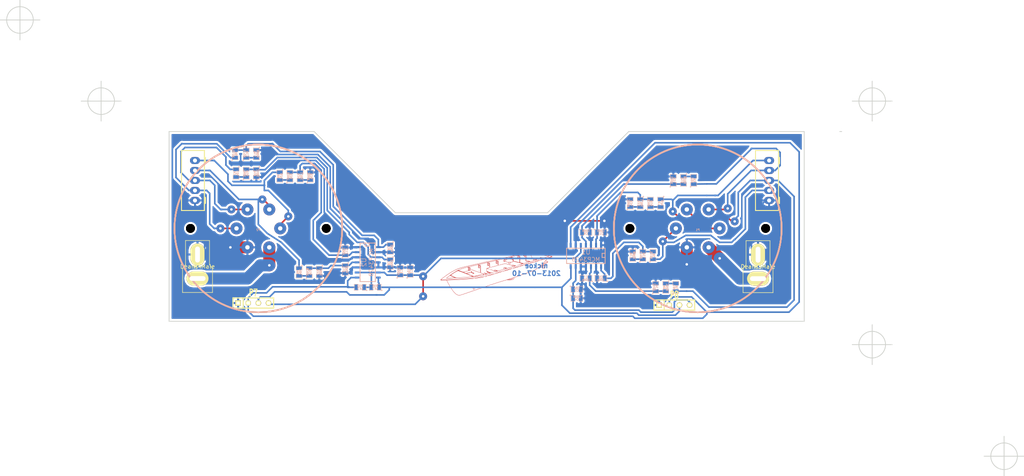
<source format=kicad_pcb>
(kicad_pcb (version 3) (host pcbnew "(2013-may-18)-stable")
  (layers (15 F.Cu signal) (0 B.Cu signal) (18 B.Paste user) (19 F.Paste user) (20 B.SilkS user) (21 F.SilkS user) (22 B.Mask user) (23 F.Mask user) (28 Edge.Cuts user))
  (net 0 "")
  (net 1 +5V)
  (net 2 GND)
  (net 3 N-000001)
  (net 4 N-0000010)
  (net 5 N-0000011)
  (net 6 N-0000012)
  (net 7 N-0000013)
  (net 8 N-0000014)
  (net 9 N-0000015)
  (net 10 N-0000016)
  (net 11 N-0000017)
  (net 12 N-0000018)
  (net 13 N-0000019)
  (net 14 N-000002)
  (net 15 N-0000020)
  (net 16 N-0000021)
  (net 17 N-0000022)
  (net 18 N-0000023)
  (net 19 N-0000024)
  (net 20 N-0000025)
  (net 21 N-0000026)
  (net 22 N-0000027)
  (net 23 N-0000028)
  (net 24 N-0000029)
  (net 25 N-000003)
  (net 26 N-0000030)
  (net 27 N-0000031)
  (net 28 N-0000032)
  (net 29 N-000004)
  (net 30 N-000006)
  (net 31 N-000008)
  (net 32 N-000009)
  (module JST-XH_TOP_ENTRY (layer F.Cu) (at 64.132 90.98 90)
    (fp_text reference P6)
    (fp_text value JST-XH hide)
    (pad 1 thru_hole oval (at -4.99872 0 90) (size 1.778 2.49936) (drill oval 1.02108 1.016) (layers *.Cu *.Paste *.Mask) (net 2 GND))
    (pad 2 thru_hole oval (at -2.49936 0 90) (size 1.778 2.49936) (drill oval 1.02108 1.016) (layers *.Cu *.Paste *.Mask) (net 29 N-000004))
    (pad 3 thru_hole oval (at 0 0 90) (size 1.778 2.49936) (drill 1.016) (layers *.Cu *.Paste *.Mask) (net 25 N-000003))
    (pad 4 thru_hole oval (at 2.49936 0 90) (size 1.778 2.49936) (drill oval 1.02108 1.016) (layers *.Cu *.Paste *.Mask) (net 14 N-000002))
    (pad 5 thru_hole oval (at 4.99872 0 90) (size 1.778 2.49936) (drill oval 1.02108 1.016) (layers *.Cu *.Paste *.Mask) (net 3 N-000001))
  )
  (module JST-XH_TOP_ENTRY (layer F.Cu) (at 207.876 90.98 90)
    (fp_text reference P5)
    (fp_text value JST-XH hide)
    (pad 1 thru_hole oval (at -4.99872 0 90) (size 1.778 2.49936) (drill oval 1.02108 1.016) (layers *.Cu *.Paste *.Mask) (net 2 GND))
    (pad 2 thru_hole oval (at -2.49936 0 90) (size 1.778 2.49936) (drill oval 1.02108 1.016) (layers *.Cu *.Paste *.Mask) (net 17 N-0000022))
    (pad 3 thru_hole oval (at 0 0 90) (size 1.778 2.49936) (drill 1.016) (layers *.Cu *.Paste *.Mask) (net 15 N-0000020))
    (pad 4 thru_hole oval (at 2.49936 0 90) (size 1.778 2.49936) (drill oval 1.02108 1.016) (layers *.Cu *.Paste *.Mask) (net 11 N-0000017))
    (pad 5 thru_hole oval (at 4.99872 0 90) (size 1.778 2.49936) (drill oval 1.02108 1.016) (layers *.Cu *.Paste *.Mask) (net 13 N-0000019))
  )
  (module PX0707/P/6 (layer B.Cu) (at 80 102.98)
    (fp_text reference P2 (at 0 0.381) (layer B.SilkS) (effects (font (size 0.508 0.508) (thickness 0.1016)) (justify mirror)))
    (fp_text value PX0707/06S hide)
    (pad 1 thru_hole oval (at -2.73558 4.73964) (size 2.99974 2.99974) (drill 1.09982) (layers *.Cu *.Paste *.Mask) (net 2 GND))
    (pad 2 thru_hole oval (at -5.4737 0) (size 3.00228 2.9972) (drill oval 1.10236 1.09728) (layers *.Cu *.Paste *.Mask) (net 29 N-000004))
    (pad 3 thru_hole oval (at -2.73558 -4.73964) (size 2.99974 2.99974) (drill 1.09982) (layers *.Cu *.Paste *.Mask) (net 25 N-000003))
    (pad 4 thru_hole oval (at 2.73558 -4.73964) (size 2.99974 2.99974) (drill 1.09982) (layers *.Cu *.Paste *.Mask) (net 14 N-000002))
    (pad 5 thru_hole oval (at 5.4737 0) (size 3.00228 2.9972) (drill oval 1.10236 1.09728) (layers *.Cu *.Paste *.Mask) (net 3 N-000001))
    (pad 6 thru_hole oval (at 2.73558 4.73964) (size 2.99974 2.99974) (drill 1.09982) (layers *.Cu *.Paste *.Mask) (net 12 N-0000018))
    (pad HOLE np_thru_hole circle (at 16.99768 0) (size 2.19964 2.19964) (drill 2.19964) (layers *.Mask))
    (pad HOLE np_thru_hole circle (at -16.99768 0) (size 2.19964 2.19964) (drill 2.19964) (layers *.Mask))
    (pad HOLE np_thru_hole circle (at 16.99768 0) (size 2.19964 2.19964) (drill 2.19964) (layers *.Mask))
    (pad HOLE np_thru_hole circle (at -16.99768 0) (size 2.19964 2.19964) (drill 2.19964) (layers *.Mask))
    (pad HOLE np_thru_hole circle (at 16.99768 0) (size 2.19964 2.19964) (drill 2.19964) (layers *.Mask))
    (pad HOLE np_thru_hole circle (at -16.99768 0) (size 2.19964 2.19964) (drill 2.19964) (layers *.Mask))
    (pad HOLE np_thru_hole circle (at 16.99768 0) (size 2.19964 2.19964) (drill 2.19964) (layers *.Mask))
    (pad HOLE np_thru_hole circle (at -16.99768 0) (size 2.19964 2.19964) (drill 2.19964) (layers *.Mask))
    (pad HOLE np_thru_hole circle (at 16.99768 0) (size 2.19964 2.19964) (drill 2.19964) (layers *.Mask))
    (pad HOLE np_thru_hole circle (at -16.99768 0) (size 2.19964 2.19964) (drill 2.19964) (layers *.Mask))
    (pad HOLE np_thru_hole circle (at 16.99768 0) (size 2.19964 2.19964) (drill 2.19964) (layers *.Mask))
    (pad HOLE np_thru_hole circle (at -16.99768 0) (size 2.19964 2.19964) (drill 2.19964) (layers *.Mask))
  )
  (module PX0707/P/6 (layer B.Cu) (at 190 102.98)
    (fp_text reference P1 (at 0 0.381) (layer B.SilkS) (effects (font (size 0.508 0.508) (thickness 0.1016)) (justify mirror)))
    (fp_text value PX0707/06S hide)
    (pad 1 thru_hole oval (at -2.73558 4.73964) (size 2.99974 2.99974) (drill 1.09982) (layers *.Cu *.Paste *.Mask) (net 2 GND))
    (pad 2 thru_hole oval (at -5.4737 0) (size 3.00228 2.9972) (drill oval 1.10236 1.09728) (layers *.Cu *.Paste *.Mask) (net 17 N-0000022))
    (pad 3 thru_hole oval (at -2.73558 -4.73964) (size 2.99974 2.99974) (drill 1.09982) (layers *.Cu *.Paste *.Mask) (net 15 N-0000020))
    (pad 4 thru_hole oval (at 2.73558 -4.73964) (size 2.99974 2.99974) (drill 1.09982) (layers *.Cu *.Paste *.Mask) (net 11 N-0000017))
    (pad 5 thru_hole oval (at 5.4737 0) (size 3.00228 2.9972) (drill oval 1.10236 1.09728) (layers *.Cu *.Paste *.Mask) (net 13 N-0000019))
    (pad 6 thru_hole oval (at 2.73558 4.73964) (size 2.99974 2.99974) (drill 1.09982) (layers *.Cu *.Paste *.Mask) (net 16 N-0000021))
    (pad HOLE np_thru_hole circle (at 16.99768 0) (size 2.19964 2.19964) (drill 2.19964) (layers *.Mask))
    (pad HOLE np_thru_hole circle (at -16.99768 0) (size 2.19964 2.19964) (drill 2.19964) (layers *.Mask))
    (pad HOLE np_thru_hole circle (at 16.99768 0) (size 2.19964 2.19964) (drill 2.19964) (layers *.Mask))
    (pad HOLE np_thru_hole circle (at -16.99768 0) (size 2.19964 2.19964) (drill 2.19964) (layers *.Mask))
    (pad HOLE np_thru_hole circle (at 16.99768 0) (size 2.19964 2.19964) (drill 2.19964) (layers *.Mask))
    (pad HOLE np_thru_hole circle (at -16.99768 0) (size 2.19964 2.19964) (drill 2.19964) (layers *.Mask))
    (pad HOLE np_thru_hole circle (at 16.99768 0) (size 2.19964 2.19964) (drill 2.19964) (layers *.Mask))
    (pad HOLE np_thru_hole circle (at -16.99768 0) (size 2.19964 2.19964) (drill 2.19964) (layers *.Mask))
    (pad HOLE np_thru_hole circle (at 16.99768 0) (size 2.19964 2.19964) (drill 2.19964) (layers *.Mask))
    (pad HOLE np_thru_hole circle (at -16.99768 0) (size 2.19964 2.19964) (drill 2.19964) (layers *.Mask))
    (pad HOLE np_thru_hole circle (at 16.99768 0) (size 2.19964 2.19964) (drill 2.19964) (layers *.Mask))
    (pad HOLE np_thru_hole circle (at -16.99768 0) (size 2.19964 2.19964) (drill 2.19964) (layers *.Mask))
  )
  (module SIL-4 (layer F.Cu) (at 184.15 122.174)
    (fp_text reference P8 (at 0 -2.54) (layer F.SilkS) (effects (font (size 1.73482 1.08712) (thickness 0.3048))))
    (fp_text value I²C hide)
    (pad 1 thru_hole rect (at -3.81 0) (size 1.397 1.397) (drill 0.8128) (layers *.Cu *.Mask F.SilkS) (net 2 GND))
    (pad 2 thru_hole circle (at -1.27 0) (size 1.397 1.397) (drill 0.8128) (layers *.Cu *.Mask F.SilkS) (net 9 N-0000015))
    (pad 3 thru_hole circle (at 1.27 0) (size 1.397 1.397) (drill 0.8128) (layers *.Cu *.Mask F.SilkS) (net 10 N-0000016))
    (pad 4 thru_hole circle (at 3.81 0) (size 1.397 1.397) (drill 0.8128) (layers *.Cu *.Mask F.SilkS) (net 1 +5V))
  )
  (module SO14E (layer B.Cu) (at 107.25 111.48 270)
    (fp_text reference U2 (at 0 0.762 270) (layer B.SilkS) (effects (font (size 1.016 1.143) (thickness 0.127)) (justify mirror)))
    (fp_text value MCP3428 (at 0 -1.016 270) (layer B.SilkS) (effects (font (size 1.016 1.016) (thickness 0.127)) (justify mirror)))
    (pad 1 smd rect (at -3.81 -2.794 270) (size 0.508 1.143) (layers B.Cu B.Paste B.Mask) (net 30 N-000006))
    (pad 2 smd rect (at -2.54 -2.794 270) (size 0.508 1.143) (layers B.Cu B.Paste B.Mask) (net 2 GND))
    (pad 3 smd rect (at -1.27 -2.794 270) (size 0.508 1.143) (layers B.Cu B.Paste B.Mask) (net 4 N-0000010))
    (pad 4 smd rect (at 0 -2.794 270) (size 0.508 1.143) (layers B.Cu B.Paste B.Mask) (net 2 GND))
    (pad 5 smd rect (at 1.27 -2.794 270) (size 0.508 1.143) (layers B.Cu B.Paste B.Mask) (net 2 GND))
    (pad 6 smd rect (at 2.54 -2.794 270) (size 0.508 1.143) (layers B.Cu B.Paste B.Mask) (net 1 +5V))
    (pad 7 smd rect (at 3.81 -2.794 270) (size 0.508 1.143) (layers B.Cu B.Paste B.Mask) (net 10 N-0000016))
    (pad 8 smd rect (at 3.81 2.54 270) (size 0.508 1.143) (layers B.Cu B.Paste B.Mask) (net 9 N-0000015))
    (pad 9 smd rect (at 2.54 2.54 270) (size 0.508 1.143) (layers B.Cu B.Paste B.Mask) (net 1 +5V))
    (pad 10 smd rect (at 1.27 2.54 270) (size 0.508 1.143) (layers B.Cu B.Paste B.Mask) (net 2 GND))
    (pad 11 smd rect (at 0 2.54 270) (size 0.508 1.143) (layers B.Cu B.Paste B.Mask) (net 32 N-000009))
    (pad 12 smd rect (at -1.27 2.54 270) (size 0.508 1.143) (layers B.Cu B.Paste B.Mask) (net 2 GND))
    (pad 13 smd rect (at -2.54 2.54 270) (size 0.508 1.143) (layers B.Cu B.Paste B.Mask) (net 31 N-000008))
    (pad 14 smd rect (at -3.81 2.54 270) (size 0.508 1.143) (layers B.Cu B.Paste B.Mask) (net 2 GND))
  )
  (module SIL-4 (layer F.Cu) (at 78.74 121.666)
    (fp_text reference P7 (at 0 -2.54) (layer F.SilkS) (effects (font (size 1.73482 1.08712) (thickness 0.3048))))
    (fp_text value I²C hide)
    (pad 1 thru_hole rect (at -3.81 0) (size 1.397 1.397) (drill 0.8128) (layers *.Cu *.Mask F.SilkS) (net 2 GND))
    (pad 2 thru_hole circle (at -1.27 0) (size 1.397 1.397) (drill 0.8128) (layers *.Cu *.Mask F.SilkS) (net 9 N-0000015))
    (pad 3 thru_hole circle (at 1.27 0) (size 1.397 1.397) (drill 0.8128) (layers *.Cu *.Mask F.SilkS) (net 10 N-0000016))
    (pad 4 thru_hole circle (at 3.81 0) (size 1.397 1.397) (drill 0.8128) (layers *.Cu *.Mask F.SilkS) (net 1 +5V))
  )
  (module SM0805 (layer B.Cu) (at 173.08 96.65 90)
    (fp_text reference R24 (at 0 0.3175 90) (layer B.SilkS) (effects (font (size 0.50038 0.50038) (thickness 0.10922)) (justify mirror)))
    (fp_text value 300R (at 0 -0.381 90) (layer B.SilkS) (effects (font (size 0.50038 0.50038) (thickness 0.10922)) (justify mirror)))
    (pad 1 smd rect (at -0.9525 0 90) (size 0.889 1.397) (layers B.Cu B.Paste B.Mask) (net 26 N-0000030))
    (pad 2 smd rect (at 0.9525 0 90) (size 0.889 1.397) (layers B.Cu B.Paste B.Mask) (net 2 GND))
  )
  (module SM0805 (layer B.Cu) (at 92.99 89.9 90)
    (fp_text reference R26 (at 0 0.3175 90) (layer B.SilkS) (effects (font (size 0.50038 0.50038) (thickness 0.10922)) (justify mirror)))
    (fp_text value 300R (at 0 -0.381 90) (layer B.SilkS) (effects (font (size 0.50038 0.50038) (thickness 0.10922)) (justify mirror)))
    (pad 1 smd rect (at -0.9525 0 90) (size 0.889 1.397) (layers B.Cu B.Paste B.Mask) (net 22 N-0000027))
    (pad 2 smd rect (at 0.9525 0 90) (size 0.889 1.397) (layers B.Cu B.Paste B.Mask) (net 2 GND))
  )
  (module SM0805 (layer B.Cu) (at 90.45 89.9 270)
    (fp_text reference R25 (at 0 0.3175 270) (layer B.SilkS) (effects (font (size 0.50038 0.50038) (thickness 0.10922)) (justify mirror)))
    (fp_text value 120K (at 0 -0.381 270) (layer B.SilkS) (effects (font (size 0.50038 0.50038) (thickness 0.10922)) (justify mirror)))
    (pad 1 smd rect (at -0.9525 0 270) (size 0.889 1.397) (layers B.Cu B.Paste B.Mask) (net 31 N-000008))
    (pad 2 smd rect (at 0.9525 0 270) (size 0.889 1.397) (layers B.Cu B.Paste B.Mask) (net 22 N-0000027))
  )
  (module SM0805 (layer B.Cu) (at 87.91 89.9 90)
    (fp_text reference R20 (at 0 0.3175 90) (layer B.SilkS) (effects (font (size 0.50038 0.50038) (thickness 0.10922)) (justify mirror)))
    (fp_text value 820K (at 0 -0.381 90) (layer B.SilkS) (effects (font (size 0.50038 0.50038) (thickness 0.10922)) (justify mirror)))
    (pad 1 smd rect (at -0.9525 0 90) (size 0.889 1.397) (layers B.Cu B.Paste B.Mask) (net 23 N-0000028))
    (pad 2 smd rect (at 0.9525 0 90) (size 0.889 1.397) (layers B.Cu B.Paste B.Mask) (net 31 N-000008))
  )
  (module SM0805 (layer B.Cu) (at 85.37 89.9 270)
    (fp_text reference R9 (at 0 0.3175 270) (layer B.SilkS) (effects (font (size 0.50038 0.50038) (thickness 0.10922)) (justify mirror)))
    (fp_text value 62K (at 0 -0.381 270) (layer B.SilkS) (effects (font (size 0.50038 0.50038) (thickness 0.10922)) (justify mirror)))
    (pad 1 smd rect (at -0.9525 0 270) (size 0.889 1.397) (layers B.Cu B.Paste B.Mask) (net 3 N-000001))
    (pad 2 smd rect (at 0.9525 0 270) (size 0.889 1.397) (layers B.Cu B.Paste B.Mask) (net 23 N-0000028))
  )
  (module SM0805 (layer B.Cu) (at 95.27 113.91 270)
    (fp_text reference R22 (at 0 0.3175 270) (layer B.SilkS) (effects (font (size 0.50038 0.50038) (thickness 0.10922)) (justify mirror)))
    (fp_text value 160K (at 0 -0.381 270) (layer B.SilkS) (effects (font (size 0.50038 0.50038) (thickness 0.10922)) (justify mirror)))
    (pad 1 smd rect (at -0.9525 0 270) (size 0.889 1.397) (layers B.Cu B.Paste B.Mask) (net 32 N-000009))
    (pad 2 smd rect (at 0.9525 0 270) (size 0.889 1.397) (layers B.Cu B.Paste B.Mask) (net 2 GND))
  )
  (module SM0805 (layer B.Cu) (at 92.73 113.91 90)
    (fp_text reference R16 (at 0 0.3175 90) (layer B.SilkS) (effects (font (size 0.50038 0.50038) (thickness 0.10922)) (justify mirror)))
    (fp_text value 820K (at 0 -0.381 90) (layer B.SilkS) (effects (font (size 0.50038 0.50038) (thickness 0.10922)) (justify mirror)))
    (pad 1 smd rect (at -0.9525 0 90) (size 0.889 1.397) (layers B.Cu B.Paste B.Mask) (net 24 N-0000029))
    (pad 2 smd rect (at 0.9525 0 90) (size 0.889 1.397) (layers B.Cu B.Paste B.Mask) (net 32 N-000009))
  )
  (module SM0805 (layer B.Cu) (at 90.19 113.91 270)
    (fp_text reference R5 (at 0 0.3175 270) (layer B.SilkS) (effects (font (size 0.50038 0.50038) (thickness 0.10922)) (justify mirror)))
    (fp_text value 20K (at 0 -0.381 270) (layer B.SilkS) (effects (font (size 0.50038 0.50038) (thickness 0.10922)) (justify mirror)))
    (pad 1 smd rect (at -0.9525 0 270) (size 0.889 1.397) (layers B.Cu B.Paste B.Mask) (net 14 N-000002))
    (pad 2 smd rect (at 0.9525 0 270) (size 0.889 1.397) (layers B.Cu B.Paste B.Mask) (net 24 N-0000029))
  )
  (module SM0805 (layer B.Cu) (at 79.502 89.154 270)
    (fp_text reference R18 (at 0 0.3175 270) (layer B.SilkS) (effects (font (size 0.50038 0.50038) (thickness 0.10922)) (justify mirror)))
    (fp_text value 240K (at 0 -0.381 270) (layer B.SilkS) (effects (font (size 0.50038 0.50038) (thickness 0.10922)) (justify mirror)))
    (pad 1 smd rect (at -0.9525 0 270) (size 0.889 1.397) (layers B.Cu B.Paste B.Mask) (net 4 N-0000010))
    (pad 2 smd rect (at 0.9525 0 270) (size 0.889 1.397) (layers B.Cu B.Paste B.Mask) (net 2 GND))
  )
  (module SM0805 (layer B.Cu) (at 76.962 89.154 90)
    (fp_text reference R10 (at 0 0.3175 90) (layer B.SilkS) (effects (font (size 0.50038 0.50038) (thickness 0.10922)) (justify mirror)))
    (fp_text value 750K (at 0 -0.381 90) (layer B.SilkS) (effects (font (size 0.50038 0.50038) (thickness 0.10922)) (justify mirror)))
    (pad 1 smd rect (at -0.9525 0 90) (size 0.889 1.397) (layers B.Cu B.Paste B.Mask) (net 27 N-0000031))
    (pad 2 smd rect (at 0.9525 0 90) (size 0.889 1.397) (layers B.Cu B.Paste B.Mask) (net 4 N-0000010))
  )
  (module SM0805 (layer B.Cu) (at 74.422 89.154 270)
    (fp_text reference R2 (at 0 0.3175 270) (layer B.SilkS) (effects (font (size 0.50038 0.50038) (thickness 0.10922)) (justify mirror)))
    (fp_text value 10k (at 0 -0.381 270) (layer B.SilkS) (effects (font (size 0.50038 0.50038) (thickness 0.10922)) (justify mirror)))
    (pad 1 smd rect (at -0.9525 0 270) (size 0.889 1.397) (layers B.Cu B.Paste B.Mask) (net 25 N-000003))
    (pad 2 smd rect (at 0.9525 0 270) (size 0.889 1.397) (layers B.Cu B.Paste B.Mask) (net 27 N-0000031))
  )
  (module SM0805 (layer B.Cu) (at 79.502 84.328 270)
    (fp_text reference R14 (at 0 0.3175 270) (layer B.SilkS) (effects (font (size 0.50038 0.50038) (thickness 0.10922)) (justify mirror)))
    (fp_text value 680K (at 0 -0.381 270) (layer B.SilkS) (effects (font (size 0.50038 0.50038) (thickness 0.10922)) (justify mirror)))
    (pad 1 smd rect (at -0.9525 0 270) (size 0.889 1.397) (layers B.Cu B.Paste B.Mask) (net 2 GND))
    (pad 2 smd rect (at 0.9525 0 270) (size 0.889 1.397) (layers B.Cu B.Paste B.Mask) (net 28 N-0000032))
  )
  (module SM0805 (layer B.Cu) (at 76.962 84.328 90)
    (fp_text reference R13 (at 0 0.3175 90) (layer B.SilkS) (effects (font (size 0.50038 0.50038) (thickness 0.10922)) (justify mirror)))
    (fp_text value 470K (at 0 -0.381 90) (layer B.SilkS) (effects (font (size 0.50038 0.50038) (thickness 0.10922)) (justify mirror)))
    (pad 1 smd rect (at -0.9525 0 90) (size 0.889 1.397) (layers B.Cu B.Paste B.Mask) (net 28 N-0000032))
    (pad 2 smd rect (at 0.9525 0 90) (size 0.889 1.397) (layers B.Cu B.Paste B.Mask) (net 30 N-000006))
  )
  (module SM0805 (layer B.Cu) (at 74.168 84.328 90)
    (fp_text reference R6 (at 0 0.3175 90) (layer B.SilkS) (effects (font (size 0.50038 0.50038) (thickness 0.10922)) (justify mirror)))
    (fp_text value 510K (at 0 -0.381 90) (layer B.SilkS) (effects (font (size 0.50038 0.50038) (thickness 0.10922)) (justify mirror)))
    (pad 1 smd rect (at -0.9525 0 90) (size 0.889 1.397) (layers B.Cu B.Paste B.Mask) (net 29 N-000004))
    (pad 2 smd rect (at 0.9525 0 90) (size 0.889 1.397) (layers B.Cu B.Paste B.Mask) (net 30 N-000006))
  )
  (module SM0805 (layer B.Cu) (at 118 113.73 90)
    (fp_text reference C2 (at 0 0.3175 90) (layer B.SilkS) (effects (font (size 0.50038 0.50038) (thickness 0.10922)) (justify mirror)))
    (fp_text value 10µ (at 0 -0.381 90) (layer B.SilkS) (effects (font (size 0.50038 0.50038) (thickness 0.10922)) (justify mirror)))
    (pad 1 smd rect (at -0.9525 0 90) (size 0.889 1.397) (layers B.Cu B.Paste B.Mask) (net 1 +5V))
    (pad 2 smd rect (at 0.9525 0 90) (size 0.889 1.397) (layers B.Cu B.Paste B.Mask) (net 2 GND))
  )
  (module SM0805 (layer B.Cu) (at 159.75 120.48)
    (fp_text reference C4 (at 0 0.3175) (layer B.SilkS) (effects (font (size 0.50038 0.50038) (thickness 0.10922)) (justify mirror)))
    (fp_text value 100n (at 0 -0.381) (layer B.SilkS) (effects (font (size 0.50038 0.50038) (thickness 0.10922)) (justify mirror)))
    (pad 1 smd rect (at -0.9525 0) (size 0.889 1.397) (layers B.Cu B.Paste B.Mask) (net 1 +5V))
    (pad 2 smd rect (at 0.9525 0) (size 0.889 1.397) (layers B.Cu B.Paste B.Mask) (net 2 GND))
  )
  (module SM0805 (layer B.Cu) (at 105.5 117.73 180)
    (fp_text reference R33 (at 0 0.3175 180) (layer B.SilkS) (effects (font (size 0.50038 0.50038) (thickness 0.10922)) (justify mirror)))
    (fp_text value 4K7 (at 0 -0.381 180) (layer B.SilkS) (effects (font (size 0.50038 0.50038) (thickness 0.10922)) (justify mirror)))
    (pad 1 smd rect (at -0.9525 0 180) (size 0.889 1.397) (layers B.Cu B.Paste B.Mask) (net 1 +5V))
    (pad 2 smd rect (at 0.9525 0 180) (size 0.889 1.397) (layers B.Cu B.Paste B.Mask) (net 9 N-0000015))
  )
  (module SM0805 (layer B.Cu) (at 175.62 96.65 270)
    (fp_text reference R23 (at 0 0.3175 270) (layer B.SilkS) (effects (font (size 0.50038 0.50038) (thickness 0.10922)) (justify mirror)))
    (fp_text value 120K (at 0 -0.381 270) (layer B.SilkS) (effects (font (size 0.50038 0.50038) (thickness 0.10922)) (justify mirror)))
    (pad 1 smd rect (at -0.9525 0 270) (size 0.889 1.397) (layers B.Cu B.Paste B.Mask) (net 5 N-0000011))
    (pad 2 smd rect (at 0.9525 0 270) (size 0.889 1.397) (layers B.Cu B.Paste B.Mask) (net 26 N-0000030))
  )
  (module SM0805 (layer B.Cu) (at 178.16 96.65 90)
    (fp_text reference R19 (at 0 0.3175 90) (layer B.SilkS) (effects (font (size 0.50038 0.50038) (thickness 0.10922)) (justify mirror)))
    (fp_text value 820K (at 0 -0.381 90) (layer B.SilkS) (effects (font (size 0.50038 0.50038) (thickness 0.10922)) (justify mirror)))
    (pad 1 smd rect (at -0.9525 0 90) (size 0.889 1.397) (layers B.Cu B.Paste B.Mask) (net 18 N-0000023))
    (pad 2 smd rect (at 0.9525 0 90) (size 0.889 1.397) (layers B.Cu B.Paste B.Mask) (net 5 N-0000011))
  )
  (module SM0805 (layer B.Cu) (at 180.7 96.65 270)
    (fp_text reference R7 (at 0 0.3175 270) (layer B.SilkS) (effects (font (size 0.50038 0.50038) (thickness 0.10922)) (justify mirror)))
    (fp_text value 62K (at 0 -0.381 270) (layer B.SilkS) (effects (font (size 0.50038 0.50038) (thickness 0.10922)) (justify mirror)))
    (pad 1 smd rect (at -0.9525 0 270) (size 0.889 1.397) (layers B.Cu B.Paste B.Mask) (net 13 N-0000019))
    (pad 2 smd rect (at 0.9525 0 270) (size 0.889 1.397) (layers B.Cu B.Paste B.Mask) (net 18 N-0000023))
  )
  (module SM0805 (layer B.Cu) (at 183.896 90.932 90)
    (fp_text reference R21 (at 0 0.3175 90) (layer B.SilkS) (effects (font (size 0.50038 0.50038) (thickness 0.10922)) (justify mirror)))
    (fp_text value 160K (at 0 -0.381 90) (layer B.SilkS) (effects (font (size 0.50038 0.50038) (thickness 0.10922)) (justify mirror)))
    (pad 1 smd rect (at -0.9525 0 90) (size 0.889 1.397) (layers B.Cu B.Paste B.Mask) (net 6 N-0000012))
    (pad 2 smd rect (at 0.9525 0 90) (size 0.889 1.397) (layers B.Cu B.Paste B.Mask) (net 2 GND))
  )
  (module SM0805 (layer B.Cu) (at 186.436 90.932 270)
    (fp_text reference R15 (at 0 0.3175 270) (layer B.SilkS) (effects (font (size 0.50038 0.50038) (thickness 0.10922)) (justify mirror)))
    (fp_text value 820K (at 0 -0.381 270) (layer B.SilkS) (effects (font (size 0.50038 0.50038) (thickness 0.10922)) (justify mirror)))
    (pad 1 smd rect (at -0.9525 0 270) (size 0.889 1.397) (layers B.Cu B.Paste B.Mask) (net 19 N-0000024))
    (pad 2 smd rect (at 0.9525 0 270) (size 0.889 1.397) (layers B.Cu B.Paste B.Mask) (net 6 N-0000012))
  )
  (module SM0805 (layer B.Cu) (at 188.976 90.932 90)
    (fp_text reference R3 (at 0 0.3175 90) (layer B.SilkS) (effects (font (size 0.50038 0.50038) (thickness 0.10922)) (justify mirror)))
    (fp_text value 20K (at 0 -0.381 90) (layer B.SilkS) (effects (font (size 0.50038 0.50038) (thickness 0.10922)) (justify mirror)))
    (pad 1 smd rect (at -0.9525 0 90) (size 0.889 1.397) (layers B.Cu B.Paste B.Mask) (net 11 N-0000017))
    (pad 2 smd rect (at 0.9525 0 90) (size 0.889 1.397) (layers B.Cu B.Paste B.Mask) (net 19 N-0000024))
  )
  (module SM0805 (layer B.Cu) (at 179.47 117.73 90)
    (fp_text reference R17 (at 0 0.3175 90) (layer B.SilkS) (effects (font (size 0.50038 0.50038) (thickness 0.10922)) (justify mirror)))
    (fp_text value 240K (at 0 -0.381 90) (layer B.SilkS) (effects (font (size 0.50038 0.50038) (thickness 0.10922)) (justify mirror)))
    (pad 1 smd rect (at -0.9525 0 90) (size 0.889 1.397) (layers B.Cu B.Paste B.Mask) (net 7 N-0000013))
    (pad 2 smd rect (at 0.9525 0 90) (size 0.889 1.397) (layers B.Cu B.Paste B.Mask) (net 2 GND))
  )
  (module SM0805 (layer B.Cu) (at 182 117.73 270)
    (fp_text reference R8 (at 0 0.3175 270) (layer B.SilkS) (effects (font (size 0.50038 0.50038) (thickness 0.10922)) (justify mirror)))
    (fp_text value 750K (at 0 -0.381 270) (layer B.SilkS) (effects (font (size 0.50038 0.50038) (thickness 0.10922)) (justify mirror)))
    (pad 1 smd rect (at -0.9525 0 270) (size 0.889 1.397) (layers B.Cu B.Paste B.Mask) (net 20 N-0000025))
    (pad 2 smd rect (at 0.9525 0 270) (size 0.889 1.397) (layers B.Cu B.Paste B.Mask) (net 7 N-0000013))
  )
  (module SM0805 (layer B.Cu) (at 184.5 117.73 90)
    (fp_text reference R1 (at 0 0.3175 90) (layer B.SilkS) (effects (font (size 0.50038 0.50038) (thickness 0.10922)) (justify mirror)))
    (fp_text value 10k (at 0 -0.381 90) (layer B.SilkS) (effects (font (size 0.50038 0.50038) (thickness 0.10922)) (justify mirror)))
    (pad 1 smd rect (at -0.9525 0 90) (size 0.889 1.397) (layers B.Cu B.Paste B.Mask) (net 15 N-0000020))
    (pad 2 smd rect (at 0.9525 0 90) (size 0.889 1.397) (layers B.Cu B.Paste B.Mask) (net 20 N-0000025))
  )
  (module SM0805 (layer B.Cu) (at 173.72 109.74 270)
    (fp_text reference R12 (at 0 0.3175 270) (layer B.SilkS) (effects (font (size 0.50038 0.50038) (thickness 0.10922)) (justify mirror)))
    (fp_text value 680K (at 0 -0.381 270) (layer B.SilkS) (effects (font (size 0.50038 0.50038) (thickness 0.10922)) (justify mirror)))
    (pad 1 smd rect (at -0.9525 0 270) (size 0.889 1.397) (layers B.Cu B.Paste B.Mask) (net 2 GND))
    (pad 2 smd rect (at 0.9525 0 270) (size 0.889 1.397) (layers B.Cu B.Paste B.Mask) (net 21 N-0000026))
  )
  (module SM0805 (layer B.Cu) (at 176.26 109.74 90)
    (fp_text reference R11 (at 0 0.3175 90) (layer B.SilkS) (effects (font (size 0.50038 0.50038) (thickness 0.10922)) (justify mirror)))
    (fp_text value 470K (at 0 -0.381 90) (layer B.SilkS) (effects (font (size 0.50038 0.50038) (thickness 0.10922)) (justify mirror)))
    (pad 1 smd rect (at -0.9525 0 90) (size 0.889 1.397) (layers B.Cu B.Paste B.Mask) (net 21 N-0000026))
    (pad 2 smd rect (at 0.9525 0 90) (size 0.889 1.397) (layers B.Cu B.Paste B.Mask) (net 8 N-0000014))
  )
  (module SM0805 (layer B.Cu) (at 178.8 109.74 90)
    (fp_text reference R4 (at 0 0.3175 90) (layer B.SilkS) (effects (font (size 0.50038 0.50038) (thickness 0.10922)) (justify mirror)))
    (fp_text value 510K (at 0 -0.381 90) (layer B.SilkS) (effects (font (size 0.50038 0.50038) (thickness 0.10922)) (justify mirror)))
    (pad 1 smd rect (at -0.9525 0 90) (size 0.889 1.397) (layers B.Cu B.Paste B.Mask) (net 17 N-0000022))
    (pad 2 smd rect (at 0.9525 0 90) (size 0.889 1.397) (layers B.Cu B.Paste B.Mask) (net 8 N-0000014))
  )
  (module SM0805 (layer B.Cu) (at 159.75 118.23)
    (fp_text reference C1 (at 0 0.3175) (layer B.SilkS) (effects (font (size 0.50038 0.50038) (thickness 0.10922)) (justify mirror)))
    (fp_text value 10µ (at 0 -0.381) (layer B.SilkS) (effects (font (size 0.50038 0.50038) (thickness 0.10922)) (justify mirror)))
    (pad 1 smd rect (at -0.9525 0) (size 0.889 1.397) (layers B.Cu B.Paste B.Mask) (net 1 +5V))
    (pad 2 smd rect (at 0.9525 0) (size 0.889 1.397) (layers B.Cu B.Paste B.Mask) (net 2 GND))
  )
  (module SM0805 (layer B.Cu) (at 115.5 113.73 90)
    (fp_text reference C3 (at 0 0.3175 90) (layer B.SilkS) (effects (font (size 0.50038 0.50038) (thickness 0.10922)) (justify mirror)))
    (fp_text value 100n (at 0 -0.381 90) (layer B.SilkS) (effects (font (size 0.50038 0.50038) (thickness 0.10922)) (justify mirror)))
    (pad 1 smd rect (at -0.9525 0 90) (size 0.889 1.397) (layers B.Cu B.Paste B.Mask) (net 1 +5V))
    (pad 2 smd rect (at 0.9525 0 90) (size 0.889 1.397) (layers B.Cu B.Paste B.Mask) (net 2 GND))
  )
  (module SM0805 (layer B.Cu) (at 109.25 117.73 180)
    (fp_text reference R35 (at 0 0.3175 180) (layer B.SilkS) (effects (font (size 0.50038 0.50038) (thickness 0.10922)) (justify mirror)))
    (fp_text value 4K7 (at 0 -0.381 180) (layer B.SilkS) (effects (font (size 0.50038 0.50038) (thickness 0.10922)) (justify mirror)))
    (pad 1 smd rect (at -0.9525 0 180) (size 0.889 1.397) (layers B.Cu B.Paste B.Mask) (net 10 N-0000016))
    (pad 2 smd rect (at 0.9525 0 180) (size 0.889 1.397) (layers B.Cu B.Paste B.Mask) (net 1 +5V))
  )
  (module SM0805 (layer B.Cu) (at 165.75 115.48 180)
    (fp_text reference C5 (at 0 0.3175 180) (layer B.SilkS) (effects (font (size 0.50038 0.50038) (thickness 0.10922)) (justify mirror)))
    (fp_text value 100n (at 0 -0.381 180) (layer B.SilkS) (effects (font (size 0.50038 0.50038) (thickness 0.10922)) (justify mirror)))
    (pad 1 smd rect (at -0.9525 0 180) (size 0.889 1.397) (layers B.Cu B.Paste B.Mask) (net 8 N-0000014))
    (pad 2 smd rect (at 0.9525 0 180) (size 0.889 1.397) (layers B.Cu B.Paste B.Mask) (net 2 GND))
  )
  (module SM0805 (layer B.Cu) (at 162 115.48 180)
    (fp_text reference C7 (at 0 0.3175 180) (layer B.SilkS) (effects (font (size 0.50038 0.50038) (thickness 0.10922)) (justify mirror)))
    (fp_text value 100n (at 0 -0.381 180) (layer B.SilkS) (effects (font (size 0.50038 0.50038) (thickness 0.10922)) (justify mirror)))
    (pad 1 smd rect (at -0.9525 0 180) (size 0.889 1.397) (layers B.Cu B.Paste B.Mask) (net 7 N-0000013))
    (pad 2 smd rect (at 0.9525 0 180) (size 0.889 1.397) (layers B.Cu B.Paste B.Mask) (net 2 GND))
  )
  (module SM0805 (layer B.Cu) (at 162 103.98)
    (fp_text reference C9 (at 0 0.3175) (layer B.SilkS) (effects (font (size 0.50038 0.50038) (thickness 0.10922)) (justify mirror)))
    (fp_text value 100n (at 0 -0.381) (layer B.SilkS) (effects (font (size 0.50038 0.50038) (thickness 0.10922)) (justify mirror)))
    (pad 1 smd rect (at -0.9525 0) (size 0.889 1.397) (layers B.Cu B.Paste B.Mask) (net 6 N-0000012))
    (pad 2 smd rect (at 0.9525 0) (size 0.889 1.397) (layers B.Cu B.Paste B.Mask) (net 2 GND))
  )
  (module SM0805 (layer B.Cu) (at 165.75 103.98)
    (fp_text reference C11 (at 0 0.3175) (layer B.SilkS) (effects (font (size 0.50038 0.50038) (thickness 0.10922)) (justify mirror)))
    (fp_text value 100n (at 0 -0.381) (layer B.SilkS) (effects (font (size 0.50038 0.50038) (thickness 0.10922)) (justify mirror)))
    (pad 1 smd rect (at -0.9525 0) (size 0.889 1.397) (layers B.Cu B.Paste B.Mask) (net 5 N-0000011))
    (pad 2 smd rect (at 0.9525 0) (size 0.889 1.397) (layers B.Cu B.Paste B.Mask) (net 2 GND))
  )
  (module SM0805 (layer B.Cu) (at 113 107.98 270)
    (fp_text reference C6 (at 0 0.3175 270) (layer B.SilkS) (effects (font (size 0.50038 0.50038) (thickness 0.10922)) (justify mirror)))
    (fp_text value 100n (at 0 -0.381 270) (layer B.SilkS) (effects (font (size 0.50038 0.50038) (thickness 0.10922)) (justify mirror)))
    (pad 1 smd rect (at -0.9525 0 270) (size 0.889 1.397) (layers B.Cu B.Paste B.Mask) (net 30 N-000006))
    (pad 2 smd rect (at 0.9525 0 270) (size 0.889 1.397) (layers B.Cu B.Paste B.Mask) (net 2 GND))
  )
  (module SM0805 (layer B.Cu) (at 113 111.73 270)
    (fp_text reference C8 (at 0 0.3175 270) (layer B.SilkS) (effects (font (size 0.50038 0.50038) (thickness 0.10922)) (justify mirror)))
    (fp_text value 100n (at 0 -0.381 270) (layer B.SilkS) (effects (font (size 0.50038 0.50038) (thickness 0.10922)) (justify mirror)))
    (pad 1 smd rect (at -0.9525 0 270) (size 0.889 1.397) (layers B.Cu B.Paste B.Mask) (net 4 N-0000010))
    (pad 2 smd rect (at 0.9525 0 270) (size 0.889 1.397) (layers B.Cu B.Paste B.Mask) (net 2 GND))
  )
  (module SM0805 (layer B.Cu) (at 101.75 113.23 270)
    (fp_text reference C10 (at 0 0.3175 270) (layer B.SilkS) (effects (font (size 0.50038 0.50038) (thickness 0.10922)) (justify mirror)))
    (fp_text value 100n (at 0 -0.381 270) (layer B.SilkS) (effects (font (size 0.50038 0.50038) (thickness 0.10922)) (justify mirror)))
    (pad 1 smd rect (at -0.9525 0 270) (size 0.889 1.397) (layers B.Cu B.Paste B.Mask) (net 32 N-000009))
    (pad 2 smd rect (at 0.9525 0 270) (size 0.889 1.397) (layers B.Cu B.Paste B.Mask) (net 2 GND))
  )
  (module SM0805 (layer B.Cu) (at 101.75 108.73 90)
    (fp_text reference C12 (at 0 0.3175 90) (layer B.SilkS) (effects (font (size 0.50038 0.50038) (thickness 0.10922)) (justify mirror)))
    (fp_text value 100n (at 0 -0.381 90) (layer B.SilkS) (effects (font (size 0.50038 0.50038) (thickness 0.10922)) (justify mirror)))
    (pad 1 smd rect (at -0.9525 0 90) (size 0.889 1.397) (layers B.Cu B.Paste B.Mask) (net 31 N-000008))
    (pad 2 smd rect (at 0.9525 0 90) (size 0.889 1.397) (layers B.Cu B.Paste B.Mask) (net 2 GND))
  )
  (module SO14E (layer B.Cu) (at 162 109.73 180)
    (fp_text reference U1 (at 0 0.762 180) (layer B.SilkS) (effects (font (size 1.016 1.143) (thickness 0.127)) (justify mirror)))
    (fp_text value MCP3428 (at 0 -1.016 180) (layer B.SilkS) (effects (font (size 1.016 1.016) (thickness 0.127)) (justify mirror)))
    (pad 1 smd rect (at -3.81 -2.794 180) (size 0.508 1.143) (layers B.Cu B.Paste B.Mask) (net 8 N-0000014))
    (pad 2 smd rect (at -2.54 -2.794 180) (size 0.508 1.143) (layers B.Cu B.Paste B.Mask) (net 2 GND))
    (pad 3 smd rect (at -1.27 -2.794 180) (size 0.508 1.143) (layers B.Cu B.Paste B.Mask) (net 7 N-0000013))
    (pad 4 smd rect (at 0 -2.794 180) (size 0.508 1.143) (layers B.Cu B.Paste B.Mask) (net 2 GND))
    (pad 5 smd rect (at 1.27 -2.794 180) (size 0.508 1.143) (layers B.Cu B.Paste B.Mask) (net 2 GND))
    (pad 6 smd rect (at 2.54 -2.794 180) (size 0.508 1.143) (layers B.Cu B.Paste B.Mask) (net 1 +5V))
    (pad 7 smd rect (at 3.81 -2.794 180) (size 0.508 1.143) (layers B.Cu B.Paste B.Mask) (net 10 N-0000016))
    (pad 8 smd rect (at 3.81 2.54 180) (size 0.508 1.143) (layers B.Cu B.Paste B.Mask) (net 9 N-0000015))
    (pad 9 smd rect (at 2.54 2.54 180) (size 0.508 1.143) (layers B.Cu B.Paste B.Mask) (net 2 GND))
    (pad 10 smd rect (at 1.27 2.54 180) (size 0.508 1.143) (layers B.Cu B.Paste B.Mask) (net 1 +5V))
    (pad 11 smd rect (at 0 2.54 180) (size 0.508 1.143) (layers B.Cu B.Paste B.Mask) (net 6 N-0000012))
    (pad 12 smd rect (at -1.27 2.54 180) (size 0.508 1.143) (layers B.Cu B.Paste B.Mask) (net 2 GND))
    (pad 13 smd rect (at -2.54 2.54 180) (size 0.508 1.143) (layers B.Cu B.Paste B.Mask) (net 5 N-0000011))
    (pad 14 smd rect (at -3.81 2.54 180) (size 0.508 1.143) (layers B.Cu B.Paste B.Mask) (net 2 GND))
  )
  (module DEANS (layer F.Cu) (at 64.77 112.522 180)
    (fp_text reference P4 (at 0 0 180) (layer F.SilkS))
    (fp_text value "Deans Male" (at 0 0 180) (layer F.SilkS))
    (pad 2 thru_hole oval (at 0 -3 180) (size 5.5 3.5) (drill oval 4 1.2) (layers *.Cu *.Mask F.SilkS) (net 12 N-0000018))
    (pad 1 thru_hole oval (at 0 3 270) (size 5.5 3.5) (drill oval 4 1.2) (layers *.Cu *.Mask F.SilkS) (net 2 GND))
  )
  (module DEANS (layer F.Cu) (at 205.094 112.56 180)
    (fp_text reference P3 (at 0 0 180) (layer F.SilkS))
    (fp_text value "Deans Male" (at 0 0 180) (layer F.SilkS))
    (pad 2 thru_hole oval (at 0 -3 180) (size 5.5 3.5) (drill oval 4 1.2) (layers *.Cu *.Mask F.SilkS) (net 16 N-0000021))
    (pad 1 thru_hole oval (at 0 3 270) (size 5.5 3.5) (drill oval 4 1.2) (layers *.Cu *.Mask F.SilkS) (net 2 GND))
  )
  (module aauship (layer F.Cu) (at 139.7 114.3)
    (fp_text reference VAL hide)
    (fp_text value aauship hide)
    (fp_poly (pts (xy 13.88618 -4.18084) (xy 13.82014 -4.16306) (xy 13.82014 -4.25958) (xy 13.8176 -4.2672) (xy 13.79728 -4.26212) (xy 13.73632 -4.24688) (xy 13.64488 -4.22148) (xy 13.52042 -4.18592) (xy 13.36802 -4.14274) (xy 13.19276 -4.09448) (xy 12.99464 -4.03606) (xy 12.77874 -3.97256) (xy 12.55014 -3.90652) (xy 12.33678 -3.84302) (xy 12.09802 -3.77444) (xy 11.86942 -3.70586) (xy 11.65352 -3.6449) (xy 11.46048 -3.58902) (xy 11.28522 -3.54076) (xy 11.13536 -3.49758) (xy 11.01598 -3.46456) (xy 10.92454 -3.4417) (xy 10.86866 -3.429) (xy 10.85342 -3.42646) (xy 10.85088 -3.43662) (xy 10.8585 -3.44678) (xy 10.88136 -3.45948) (xy 10.91946 -3.47472) (xy 10.97534 -3.49758) (xy 11.05154 -3.52298) (xy 11.15314 -3.556) (xy 11.28014 -3.59664) (xy 11.43508 -3.64236) (xy 11.6205 -3.69824) (xy 11.83894 -3.76428) (xy 12.09294 -3.84048) (xy 12.38504 -3.9243) (xy 12.39774 -3.92938) (xy 12.62888 -3.99796) (xy 12.84478 -4.06146) (xy 13.04798 -4.12242) (xy 13.23086 -4.17576) (xy 13.39342 -4.22402) (xy 13.52804 -4.26466) (xy 13.63218 -4.29768) (xy 13.70584 -4.32054) (xy 13.74394 -4.33324) (xy 13.74902 -4.33578) (xy 13.7287 -4.34086) (xy 13.66774 -4.35102) (xy 13.57122 -4.3688) (xy 13.44168 -4.3942) (xy 13.28166 -4.42214) (xy 13.09624 -4.45516) (xy 12.88542 -4.49326) (xy 12.65428 -4.53644) (xy 12.40282 -4.57962) (xy 12.13866 -4.62788) (xy 11.8618 -4.67614) (xy 11.57478 -4.72694) (xy 11.28014 -4.78028) (xy 10.98296 -4.83108) (xy 10.68578 -4.88442) (xy 10.39114 -4.93522) (xy 10.10158 -4.98856) (xy 9.81964 -5.03682) (xy 9.54786 -5.08508) (xy 9.29132 -5.12826) (xy 9.05002 -5.17144) (xy 8.83158 -5.20954) (xy 8.63346 -5.24256) (xy 8.46328 -5.27304) (xy 8.32104 -5.29844) (xy 8.20928 -5.31622) (xy 8.13308 -5.32892) (xy 8.09244 -5.334) (xy 8.0899 -5.334) (xy 8.0645 -5.32892) (xy 8.001 -5.31622) (xy 7.89686 -5.29336) (xy 7.7597 -5.26288) (xy 7.58698 -5.22478) (xy 7.3787 -5.17906) (xy 7.14248 -5.12572) (xy 6.87578 -5.06476) (xy 6.58368 -4.99872) (xy 6.26364 -4.9276) (xy 5.9182 -4.84886) (xy 5.55244 -4.76758) (xy 5.16382 -4.67868) (xy 4.75742 -4.58724) (xy 4.33324 -4.49072) (xy 3.89128 -4.39166) (xy 3.43916 -4.29006) (xy 2.9718 -4.18338) (xy 2.49428 -4.07416) (xy 2.00914 -3.96494) (xy 1.51384 -3.85318) (xy 1.016 -3.73888) (xy 0.51308 -3.62458) (xy 0.00762 -3.51028) (xy -0.49784 -3.39598) (xy -1.0033 -3.28168) (xy -1.50368 -3.16738) (xy -2.00152 -3.05308) (xy -2.49174 -2.94132) (xy -2.97434 -2.8321) (xy -3.44678 -2.72542) (xy -3.90906 -2.61874) (xy -4.3561 -2.51714) (xy -4.79044 -2.41808) (xy -5.207 -2.3241) (xy -5.60578 -2.23266) (xy -5.98424 -2.1463) (xy -6.34238 -2.06502) (xy -6.67512 -1.98628) (xy -6.985 -1.9177) (xy -7.26694 -1.85166) (xy -7.52094 -1.79324) (xy -7.74446 -1.74244) (xy -7.93496 -1.69672) (xy -8.09498 -1.66116) (xy -8.2169 -1.63068) (xy -8.30326 -1.61036) (xy -8.3185 -1.60782) (xy -8.70712 -1.50622) (xy -9.0805 -1.39446) (xy -9.44118 -1.27254) (xy -9.79678 -1.13792) (xy -10.14984 -0.9906) (xy -10.5029 -0.82296) (xy -10.86104 -0.64008) (xy -11.22426 -0.43434) (xy -11.60018 -0.20574) (xy -11.99134 0.04572) (xy -12.40028 0.32258) (xy -12.83208 0.62738) (xy -13.17498 0.87884) (xy -13.335 0.99822) (xy -13.48486 1.10744) (xy -13.61948 1.20904) (xy -13.73378 1.29794) (xy -13.8303 1.3716) (xy -13.89888 1.42748) (xy -13.94206 1.46304) (xy -13.95476 1.47574) (xy -13.92936 1.47828) (xy -13.86586 1.47574) (xy -13.7668 1.4732) (xy -13.63472 1.46812) (xy -13.46962 1.46304) (xy -13.27912 1.45796) (xy -13.06576 1.4478) (xy -12.82954 1.44018) (xy -12.57554 1.43002) (xy -12.3063 1.41986) (xy -12.0269 1.4097) (xy -12.00912 1.4097) (xy -11.55954 1.38938) (xy -11.10234 1.36906) (xy -10.64006 1.34874) (xy -10.17778 1.32588) (xy -9.71804 1.30302) (xy -9.26846 1.27762) (xy -8.82904 1.25222) (xy -8.40232 1.22682) (xy -7.99846 1.20142) (xy -7.61492 1.17602) (xy -7.25932 1.15062) (xy -6.9342 1.12776) (xy -6.64464 1.10236) (xy -6.40334 1.08204) (xy -6.24078 1.0668) (xy -6.08838 1.05156) (xy -5.9563 1.03886) (xy -5.84962 1.03124) (xy -5.76834 1.02362) (xy -5.72262 1.01854) (xy -5.715 1.01854) (xy -5.65658 1.01346) (xy -5.57022 1.0033) (xy -5.45592 0.9906) (xy -5.31368 0.97282) (xy -5.13588 0.94996) (xy -4.92252 0.91948) (xy -4.6736 0.88392) (xy -4.47802 0.85598) (xy -4.33578 0.83566) (xy -4.18084 0.8128) (xy -4.01574 0.78486) (xy -3.84556 0.75946) (xy -3.683 0.73152) (xy -3.52806 0.70358) (xy -3.3909 0.67818) (xy -3.2766 0.65786) (xy -3.19278 0.64008) (xy -3.1496 0.62992) (xy -3.09118 0.61976) (xy -3.05562 0.6223) (xy -3.048 0.63754) (xy -3.07086 0.65786) (xy -3.11404 0.6731) (xy -3.15468 0.67818) (xy -3.21056 0.68326) (xy -3.27914 0.70104) (xy -3.30454 0.70866) (xy -3.38328 0.73152) (xy -3.50266 0.75692) (xy -3.65252 0.7874) (xy -3.8354 0.81788) (xy -4.04368 0.85344) (xy -4.27228 0.889) (xy -4.5212 0.9271) (xy -4.78028 0.96266) (xy -4.7879 0.96266) (xy -4.953 0.98552) (xy -5.10286 1.00584) (xy -5.23748 1.02108) (xy -5.3467 1.03632) (xy -5.42544 1.04394) (xy -5.4737 1.04902) (xy -5.48132 1.04902) (xy -5.50926 1.04648) (xy -5.56514 1.05156) (xy -5.63118 1.05918) (xy -5.79628 1.08204) (xy -6.00202 1.1049) (xy -6.24332 1.1303) (xy -6.51764 1.15316) (xy -6.82498 1.17856) (xy -7.16026 1.2065) (xy -7.52348 1.2319) (xy -7.90956 1.2573) (xy -8.31596 1.28524) (xy -8.74014 1.31064) (xy -9.1821 1.33604) (xy -9.63422 1.36144) (xy -10.09904 1.38684) (xy -10.56894 1.4097) (xy -11.04646 1.43002) (xy -11.52398 1.45288) (xy -11.98118 1.47066) (xy -12.26058 1.48082) (xy -12.52728 1.49352) (xy -12.78128 1.50114) (xy -13.01496 1.5113) (xy -13.22832 1.51892) (xy -13.41628 1.52654) (xy -13.57884 1.53416) (xy -13.71092 1.53924) (xy -13.80744 1.54178) (xy -13.87094 1.54432) (xy -13.89126 1.54432) (xy -13.90396 1.56464) (xy -13.90396 1.60274) (xy -13.89634 1.66116) (xy -13.73632 1.65608) (xy -13.32738 1.64084) (xy -12.90574 1.6256) (xy -12.47394 1.60782) (xy -12.0396 1.59004) (xy -11.60272 1.56972) (xy -11.17346 1.55194) (xy -10.75182 1.53162) (xy -10.34288 1.51384) (xy -9.95426 1.49352) (xy -9.58596 1.47574) (xy -9.2456 1.45796) (xy -8.93572 1.44018) (xy -8.66394 1.42494) (xy -8.55218 1.41732) (xy -8.2423 1.397) (xy -7.96798 1.38176) (xy -7.72668 1.36398) (xy -7.51332 1.34874) (xy -7.31774 1.33604) (xy -7.13994 1.32334) (xy -6.9723 1.3081) (xy -6.80974 1.2954) (xy -6.64464 1.28016) (xy -6.477 1.26492) (xy -6.29666 1.24714) (xy -6.20268 1.23698) (xy -6.02488 1.22174) (xy -5.88772 1.21158) (xy -5.78866 1.20904) (xy -5.72516 1.21158) (xy -5.69722 1.22174) (xy -5.69468 1.22682) (xy -5.69976 1.23444) (xy -5.71246 1.24206) (xy -5.74294 1.24968) (xy -5.78866 1.2573) (xy -5.8547 1.26492) (xy -5.9436 1.27762) (xy -6.06044 1.28778) (xy -6.20522 1.30302) (xy -6.38302 1.3208) (xy -6.59638 1.34112) (xy -6.84784 1.36398) (xy -6.858 1.36398) (xy -7.01294 1.37668) (xy -7.20598 1.39192) (xy -7.43204 1.4097) (xy -7.68604 1.42494) (xy -7.9629 1.44526) (xy -8.26262 1.46304) (xy -8.57504 1.48336) (xy -8.89762 1.50114) (xy -9.22782 1.52146) (xy -9.55802 1.53924) (xy -9.88568 1.55702) (xy -10.20572 1.57226) (xy -10.51306 1.5875) (xy -10.80516 1.60274) (xy -11.0744 1.61544) (xy -11.18616 1.61798) (xy -11.41476 1.62814) (xy -11.63066 1.6383) (xy -11.83132 1.64592) (xy -12.01166 1.65608) (xy -12.16914 1.6637) (xy -12.29868 1.66878) (xy -12.3952 1.67386) (xy -12.4587 1.67894) (xy -12.4841 1.68148) (xy -12.4841 1.68148) (xy -12.4841 1.70942) (xy -12.46378 1.77038) (xy -12.42568 1.86182) (xy -12.3698 1.97612) (xy -12.29868 2.11328) (xy -12.21486 2.26822) (xy -12.12088 2.4384) (xy -12.01674 2.62128) (xy -11.90752 2.81178) (xy -11.79322 3.00736) (xy -11.67384 3.20294) (xy -11.557 3.39598) (xy -11.43762 3.58394) (xy -11.32332 3.76428) (xy -11.2141 3.93192) (xy -11.1125 4.08178) (xy -11.02106 4.21386) (xy -10.9982 4.2418) (xy -10.85342 4.42976) (xy -10.69848 4.61264) (xy -10.541 4.78282) (xy -10.38606 4.93522) (xy -10.2362 5.0673) (xy -10.10158 5.17144) (xy -10.00252 5.2324) (xy -9.8044 5.31622) (xy -9.58596 5.36448) (xy -9.35736 5.3721) (xy -9.11606 5.34416) (xy -9.02716 5.3213) (xy -8.98652 5.31114) (xy -8.94334 5.30098) (xy -8.89254 5.28574) (xy -8.83412 5.26796) (xy -8.76808 5.24764) (xy -8.68934 5.2197) (xy -8.59536 5.18922) (xy -8.48614 5.15366) (xy -8.35914 5.11048) (xy -8.21436 5.06222) (xy -8.04672 5.0038) (xy -7.85368 4.9403) (xy -7.63778 4.8641) (xy -7.39394 4.78028) (xy -7.11962 4.6863) (xy -6.81482 4.58216) (xy -6.47446 4.46278) (xy -6.10108 4.33324) (xy -5.6896 4.191) (xy -5.53466 4.13766) (xy -4.9022 3.91922) (xy -4.3053 3.71348) (xy -3.74396 3.52044) (xy -3.2131 3.3401) (xy -2.71526 3.16992) (xy -2.24282 3.0099) (xy -1.79832 2.86258) (xy -1.37414 2.72034) (xy -0.97028 2.58826) (xy -0.58674 2.4638) (xy -0.21844 2.34442) (xy 0.1397 2.23012) (xy 0.4826 2.12344) (xy 0.82042 2.0193) (xy 1.15062 1.9177) (xy 1.47828 1.81864) (xy 1.8034 1.72212) (xy 2.07518 1.64338) (xy 2.37236 1.55448) (xy 2.68986 1.45796) (xy 3.01752 1.3589) (xy 3.34772 1.25476) (xy 3.6703 1.15062) (xy 3.97764 1.05156) (xy 4.25958 0.95758) (xy 4.5085 0.87376) (xy 5.11048 0.66294) (xy 5.67182 0.46736) (xy 6.19506 0.28194) (xy 6.67766 0.11176) (xy 7.1247 -0.04572) (xy 7.5311 -0.1905) (xy 7.8994 -0.32512) (xy 8.2296 -0.4445) (xy 8.5217 -0.55118) (xy 8.77824 -0.6477) (xy 8.99922 -0.73152) (xy 9.1821 -0.80518) (xy 9.32434 -0.86106) (xy 9.3853 -0.89154) (xy 9.4742 -0.9398) (xy 9.58342 -1.00076) (xy 9.70534 -1.07188) (xy 9.83234 -1.14554) (xy 9.95426 -1.22174) (xy 10.06602 -1.29032) (xy 10.16 -1.35128) (xy 10.22604 -1.39954) (xy 10.23366 -1.40462) (xy 10.37082 -1.5113) (xy 10.5156 -1.62814) (xy 10.65784 -1.74752) (xy 10.795 -1.86182) (xy 10.91438 -1.96596) (xy 11.01344 -2.05486) (xy 11.05916 -2.09804) (xy 11.22934 -2.26314) (xy 11.83132 -2.45618) (xy 11.9888 -2.50698) (xy 12.13612 -2.55778) (xy 12.2682 -2.60096) (xy 12.37996 -2.63906) (xy 12.46378 -2.66954) (xy 12.51458 -2.68986) (xy 12.51966 -2.69494) (xy 12.60094 -2.74066) (xy 12.6619 -2.79146) (xy 12.69746 -2.83464) (xy 12.7 -2.84988) (xy 12.69746 -2.87274) (xy 12.68222 -2.87528) (xy 12.64666 -2.86258) (xy 12.59332 -2.83718) (xy 12.55522 -2.82194) (xy 12.48918 -2.79654) (xy 12.3952 -2.76098) (xy 12.28344 -2.72288) (xy 12.15898 -2.6797) (xy 12.03198 -2.63652) (xy 11.90498 -2.59588) (xy 11.7856 -2.55524) (xy 11.68146 -2.52222) (xy 11.60018 -2.49682) (xy 11.54684 -2.48158) (xy 11.52906 -2.4765) (xy 11.51636 -2.49428) (xy 11.51382 -2.50698) (xy 11.5316 -2.52476) (xy 11.58494 -2.55016) (xy 11.67638 -2.58572) (xy 11.80592 -2.63144) (xy 11.9761 -2.68478) (xy 11.98626 -2.68986) (xy 12.192 -2.7559) (xy 12.3571 -2.81432) (xy 12.48664 -2.86512) (xy 12.58316 -2.9083) (xy 12.6492 -2.9464) (xy 12.6873 -2.97688) (xy 12.69746 -3.00736) (xy 12.69238 -3.0226) (xy 12.66698 -3.0353) (xy 12.60856 -3.05054) (xy 12.52728 -3.07086) (xy 12.42822 -3.09118) (xy 12.42568 -3.09372) (xy 12.16914 -3.14198) (xy 12.03706 -3.0099) (xy 11.95832 -2.92608) (xy 11.86942 -2.8321) (xy 11.79322 -2.74574) (xy 11.79068 -2.7432) (xy 11.71702 -2.66192) (xy 11.66368 -2.6162) (xy 11.63066 -2.60604) (xy 11.6205 -2.63144) (xy 11.63066 -2.64922) (xy 11.66114 -2.68986) (xy 11.71194 -2.75082) (xy 11.78814 -2.83464) (xy 11.88466 -2.94132) (xy 12.00912 -3.07594) (xy 12.15898 -3.23596) (xy 12.33932 -3.42392) (xy 12.38758 -3.47726) (xy 12.48156 -3.57632) (xy 12.56284 -3.66268) (xy 12.62634 -3.73634) (xy 12.6746 -3.78714) (xy 12.69492 -3.81508) (xy 12.69746 -3.82016) (xy 12.6746 -3.81762) (xy 12.62126 -3.80492) (xy 12.54252 -3.78206) (xy 12.45616 -3.75666) (xy 12.14374 -3.66268) (xy 11.86942 -3.5814) (xy 11.63066 -3.51028) (xy 11.43 -3.45186) (xy 11.26236 -3.4036) (xy 11.12774 -3.36296) (xy 11.0236 -3.33502) (xy 10.9474 -3.3147) (xy 10.89914 -3.30454) (xy 10.88136 -3.302) (xy 10.84326 -3.30454) (xy 10.8458 -3.3147) (xy 10.87374 -3.33248) (xy 10.90676 -3.35026) (xy 10.97534 -3.37566) (xy 11.06678 -3.40614) (xy 11.176 -3.4417) (xy 11.23188 -3.45694) (xy 11.50874 -3.53822) (xy 11.78306 -3.6195) (xy 12.0523 -3.70078) (xy 12.31138 -3.77698) (xy 12.56284 -3.85318) (xy 12.79652 -3.9243) (xy 13.01496 -3.99034) (xy 13.21308 -4.04876) (xy 13.38834 -4.1021) (xy 13.5382 -4.14782) (xy 13.65758 -4.18592) (xy 13.74394 -4.21386) (xy 13.79728 -4.23164) (xy 13.80998 -4.23672) (xy 13.82014 -4.25958) (xy 13.82014 -4.16306) (xy 13.3604 -4.0259) (xy 12.83716 -3.87096) (xy 12.5349 -3.5433) (xy 12.44346 -3.44424) (xy 12.36472 -3.35788) (xy 12.30376 -3.28676) (xy 12.25804 -3.23596) (xy 12.24026 -3.20802) (xy 12.23772 -3.20548) (xy 12.26058 -3.19786) (xy 12.31646 -3.18516) (xy 12.39774 -3.16484) (xy 12.48156 -3.14706) (xy 12.57808 -3.1242) (xy 12.65936 -3.10642) (xy 12.71778 -3.09118) (xy 12.74064 -3.08102) (xy 12.75334 -3.05308) (xy 12.76096 -2.99466) (xy 12.7635 -2.92354) (xy 12.75842 -2.85242) (xy 12.74572 -2.79654) (xy 12.74318 -2.78892) (xy 12.72286 -2.75082) (xy 12.68222 -2.71526) (xy 12.62126 -2.67716) (xy 12.53236 -2.63652) (xy 12.41552 -2.58826) (xy 12.26312 -2.53238) (xy 12.192 -2.50952) (xy 11.82116 -2.38252) (xy 11.81862 -2.28092) (xy 11.811 -2.21234) (xy 11.79576 -2.15138) (xy 11.78814 -2.13614) (xy 11.7729 -2.10058) (xy 11.7729 -2.08534) (xy 11.79576 -2.09042) (xy 11.84148 -2.11582) (xy 11.90244 -2.159) (xy 11.96848 -2.2098) (xy 12.03452 -2.26568) (xy 12.0396 -2.27076) (xy 12.09294 -2.31394) (xy 12.13612 -2.33934) (xy 12.15644 -2.34442) (xy 12.19454 -2.3114) (xy 12.2174 -2.2479) (xy 12.22756 -2.16154) (xy 12.22248 -2.06248) (xy 12.20216 -1.95834) (xy 12.17168 -1.87198) (xy 12.16406 -1.85928) (xy 12.16406 -2.16154) (xy 12.16406 -2.2225) (xy 12.1539 -2.2479) (xy 12.13358 -2.25552) (xy 12.09802 -2.23774) (xy 12.04214 -2.19202) (xy 12.03198 -2.18186) (xy 11.95578 -2.1209) (xy 11.86688 -2.06248) (xy 11.81354 -2.03454) (xy 11.75766 -2.00406) (xy 11.75766 -2.28854) (xy 11.75004 -2.32664) (xy 11.73226 -2.34188) (xy 11.6967 -2.33934) (xy 11.64336 -2.32664) (xy 11.58748 -2.30886) (xy 11.56462 -2.28854) (xy 11.56462 -2.25552) (xy 11.5697 -2.22504) (xy 11.59002 -2.09804) (xy 11.59764 -2.04724) (xy 11.61288 -2.03962) (xy 11.64336 -2.05486) (xy 11.67892 -2.08534) (xy 11.7094 -2.12598) (xy 11.71194 -2.1336) (xy 11.7475 -2.21742) (xy 11.75766 -2.28854) (xy 11.75766 -2.00406) (xy 11.7348 -1.99136) (xy 11.66114 -1.94056) (xy 11.62304 -1.90754) (xy 11.5824 -1.86182) (xy 11.56716 -1.8288) (xy 11.57224 -1.79324) (xy 11.57732 -1.778) (xy 11.62558 -1.70434) (xy 11.68654 -1.64846) (xy 11.75512 -1.62052) (xy 11.80846 -1.62306) (xy 11.85672 -1.63068) (xy 11.86434 -1.63068) (xy 11.90498 -1.64592) (xy 11.95832 -1.68656) (xy 12.0142 -1.74498) (xy 12.065 -1.80594) (xy 12.08786 -1.84404) (xy 12.1158 -1.91262) (xy 12.13866 -1.99644) (xy 12.15644 -2.0828) (xy 12.16406 -2.16154) (xy 12.16406 -1.85928) (xy 12.1158 -1.76784) (xy 12.0523 -1.67894) (xy 11.98372 -1.6129) (xy 11.94054 -1.59004) (xy 11.87958 -1.56464) (xy 11.94054 -1.50368) (xy 11.98372 -1.4478) (xy 11.98372 -1.39954) (xy 11.94308 -1.3589) (xy 11.92022 -1.3462) (xy 11.90498 -1.34112) (xy 11.90498 -1.43256) (xy 11.87958 -1.46558) (xy 11.86434 -1.48336) (xy 11.80846 -1.52654) (xy 11.75004 -1.55448) (xy 11.74242 -1.55702) (xy 11.6713 -1.5875) (xy 11.59764 -1.64592) (xy 11.53922 -1.71196) (xy 11.5316 -1.72466) (xy 11.5316 -1.99644) (xy 11.51636 -2.02438) (xy 11.51382 -2.02692) (xy 11.51382 -2.16408) (xy 11.50366 -2.22504) (xy 11.47572 -2.25806) (xy 11.4427 -2.25806) (xy 11.42238 -2.24536) (xy 11.42492 -2.2225) (xy 11.44778 -2.18186) (xy 11.4808 -2.13106) (xy 11.50366 -2.1209) (xy 11.51382 -2.14884) (xy 11.51382 -2.16408) (xy 11.51382 -2.02692) (xy 11.4808 -2.03708) (xy 11.41984 -2.03454) (xy 11.40968 -2.032) (xy 11.40968 -2.11836) (xy 11.39698 -2.14376) (xy 11.37158 -2.17932) (xy 11.3284 -2.2098) (xy 11.27506 -2.20472) (xy 11.21156 -2.16154) (xy 11.15568 -2.1082) (xy 11.12012 -2.06756) (xy 11.10742 -2.0447) (xy 11.12266 -2.03708) (xy 11.17092 -2.04216) (xy 11.25474 -2.06248) (xy 11.27252 -2.06756) (xy 11.3411 -2.08534) (xy 11.38936 -2.10566) (xy 11.40968 -2.11836) (xy 11.40968 -2.032) (xy 11.3284 -2.01676) (xy 11.2268 -1.98882) (xy 11.11504 -1.96088) (xy 11.0363 -1.93294) (xy 10.97534 -1.90754) (xy 10.91946 -1.87198) (xy 10.8585 -1.8288) (xy 10.8331 -1.80594) (xy 10.7696 -1.7526) (xy 10.7188 -1.70942) (xy 10.6934 -1.68402) (xy 10.68832 -1.68148) (xy 10.69086 -1.6764) (xy 10.70102 -1.6764) (xy 10.72642 -1.68148) (xy 10.76706 -1.69164) (xy 10.83056 -1.70688) (xy 10.91946 -1.73228) (xy 11.04392 -1.7653) (xy 11.16584 -1.79832) (xy 11.29538 -1.83388) (xy 11.38936 -1.85928) (xy 11.45286 -1.8796) (xy 11.49604 -1.89738) (xy 11.5189 -1.91516) (xy 11.52906 -1.9304) (xy 11.5316 -1.95072) (xy 11.5316 -1.99644) (xy 11.5316 -1.72466) (xy 11.51636 -1.75514) (xy 11.49096 -1.81356) (xy 11.3538 -1.78054) (xy 11.28268 -1.76276) (xy 11.24204 -1.74752) (xy 11.22426 -1.7272) (xy 11.21918 -1.69418) (xy 11.21918 -1.67894) (xy 11.23696 -1.60782) (xy 11.28776 -1.53416) (xy 11.35888 -1.46558) (xy 11.44016 -1.41478) (xy 11.50874 -1.39446) (xy 11.60018 -1.38176) (xy 11.69924 -1.37668) (xy 11.79068 -1.37922) (xy 11.85926 -1.39192) (xy 11.87704 -1.39954) (xy 11.90498 -1.41478) (xy 11.90498 -1.43256) (xy 11.90498 -1.34112) (xy 11.80846 -1.3081) (xy 11.68654 -1.30048) (xy 11.56208 -1.31572) (xy 11.4427 -1.35128) (xy 11.33348 -1.40716) (xy 11.24458 -1.48082) (xy 11.18362 -1.56464) (xy 11.1633 -1.63322) (xy 11.14806 -1.68656) (xy 11.13282 -1.7145) (xy 11.12774 -1.7145) (xy 11.0998 -1.70942) (xy 11.03884 -1.69672) (xy 10.95502 -1.67386) (xy 10.85342 -1.64846) (xy 10.82294 -1.64084) (xy 10.7061 -1.60782) (xy 10.62228 -1.58242) (xy 10.55878 -1.55956) (xy 10.5029 -1.52908) (xy 10.44448 -1.48844) (xy 10.37336 -1.4351) (xy 10.35558 -1.41986) (xy 10.2616 -1.35128) (xy 10.14222 -1.27) (xy 10.00506 -1.17856) (xy 9.85774 -1.08712) (xy 9.71296 -1.00076) (xy 9.58088 -0.92202) (xy 9.46912 -0.86106) (xy 9.45896 -0.85598) (xy 9.40308 -0.83058) (xy 9.31164 -0.79248) (xy 9.19226 -0.74422) (xy 9.05002 -0.6858) (xy 8.89 -0.6223) (xy 8.71728 -0.55626) (xy 8.53694 -0.48768) (xy 8.3566 -0.4191) (xy 8.1788 -0.35306) (xy 8.0137 -0.2921) (xy 7.8613 -0.23622) (xy 7.83082 -0.22606) (xy 7.747 -0.19558) (xy 7.62762 -0.15494) (xy 7.47776 -0.1016) (xy 7.29742 -0.0381) (xy 7.09676 0.03302) (xy 6.87324 0.11176) (xy 6.63702 0.19558) (xy 6.3881 0.28194) (xy 6.13156 0.37084) (xy 5.87248 0.46228) (xy 5.86486 0.46482) (xy 5.61848 0.55118) (xy 5.38226 0.635) (xy 5.16128 0.7112) (xy 4.95808 0.78486) (xy 4.7752 0.84836) (xy 4.61772 0.90424) (xy 4.48564 0.94996) (xy 4.38404 0.98806) (xy 4.31546 1.01346) (xy 4.28244 1.02362) (xy 4.2799 1.02616) (xy 4.28498 1.04648) (xy 4.31038 1.08458) (xy 4.31546 1.0922) (xy 4.35356 1.16586) (xy 4.35102 1.23952) (xy 4.31038 1.31318) (xy 4.2926 1.32842) (xy 4.2926 1.20142) (xy 4.2799 1.1557) (xy 4.24688 1.10744) (xy 4.19608 1.04902) (xy 4.0767 1.08712) (xy 4.01066 1.10998) (xy 3.9751 1.1303) (xy 3.95986 1.1557) (xy 3.95732 1.18618) (xy 3.93954 1.2573) (xy 3.89128 1.31064) (xy 3.89128 1.17856) (xy 3.88112 1.17094) (xy 3.85064 1.17348) (xy 3.7973 1.18364) (xy 3.71856 1.2065) (xy 3.60426 1.24206) (xy 3.48234 1.2827) (xy 3.08102 1.41478) (xy 3.22072 1.41732) (xy 3.31978 1.41224) (xy 3.43154 1.40208) (xy 3.5179 1.38938) (xy 3.6576 1.35382) (xy 3.76682 1.31318) (xy 3.84556 1.26746) (xy 3.8862 1.2192) (xy 3.89128 1.17856) (xy 3.89128 1.31064) (xy 3.88366 1.3208) (xy 3.80492 1.36652) (xy 3.73126 1.40208) (xy 3.6449 1.42748) (xy 3.54076 1.4478) (xy 3.41376 1.46304) (xy 3.25628 1.4732) (xy 3.15468 1.47828) (xy 2.99974 1.4859) (xy 2.88036 1.49606) (xy 2.79654 1.50622) (xy 2.74828 1.51638) (xy 2.74066 1.52908) (xy 2.77114 1.53924) (xy 2.82702 1.5494) (xy 2.90576 1.55448) (xy 3.01752 1.55702) (xy 3.1496 1.55702) (xy 3.29184 1.55194) (xy 3.43154 1.54432) (xy 3.55854 1.53416) (xy 3.66014 1.524) (xy 3.7084 1.51638) (xy 3.88366 1.4732) (xy 4.03352 1.41986) (xy 4.15036 1.3589) (xy 4.2164 1.31064) (xy 4.27228 1.24968) (xy 4.2926 1.20142) (xy 4.2926 1.32842) (xy 4.23672 1.38176) (xy 4.13004 1.4478) (xy 3.99288 1.50622) (xy 3.83032 1.55702) (xy 3.6449 1.59766) (xy 3.43662 1.62814) (xy 3.41122 1.63068) (xy 3.25882 1.64338) (xy 3.10642 1.64592) (xy 2.94132 1.63576) (xy 2.75082 1.61544) (xy 2.67716 1.60528) (xy 2.50952 1.58242) (xy 1.81102 1.78816) (xy 1.49352 1.88214) (xy 1.1811 1.97358) (xy 0.86868 2.0701) (xy 0.55118 2.16662) (xy 0.23114 2.26822) (xy -0.09906 2.37236) (xy -0.43688 2.47904) (xy -0.78994 2.59334) (xy -1.1557 2.71526) (xy -1.54178 2.84226) (xy -1.94818 2.97688) (xy -2.37744 3.12166) (xy -2.8321 3.2766) (xy -3.3147 3.4417) (xy -3.82778 3.61696) (xy -4.37642 3.80492) (xy -4.96062 4.00812) (xy -5.25018 4.10718) (xy -5.70992 4.2672) (xy -6.1341 4.41452) (xy -6.52018 4.5466) (xy -6.8707 4.66852) (xy -7.1882 4.77774) (xy -7.47776 4.8768) (xy -7.7343 4.9657) (xy -7.96544 5.04444) (xy -8.17118 5.11556) (xy -8.35406 5.17652) (xy -8.51154 5.22732) (xy -8.65124 5.27304) (xy -8.77316 5.31114) (xy -8.87476 5.34416) (xy -8.9662 5.36956) (xy -9.0424 5.38988) (xy -9.1059 5.40766) (xy -9.16178 5.42036) (xy -9.21004 5.42798) (xy -9.25068 5.43306) (xy -9.28878 5.43814) (xy -9.32434 5.43814) (xy -9.35736 5.43814) (xy -9.39546 5.43814) (xy -9.42594 5.43814) (xy -9.54786 5.43306) (xy -9.66724 5.41782) (xy -9.75868 5.40004) (xy -9.91362 5.3467) (xy -10.06348 5.2705) (xy -10.21842 5.16382) (xy -10.34288 5.06222) (xy -10.49528 4.92252) (xy -10.6426 4.77266) (xy -10.78484 4.61264) (xy -10.92962 4.4323) (xy -11.08202 4.22656) (xy -11.24712 3.99288) (xy -11.33856 3.85318) (xy -11.46048 3.66776) (xy -11.58748 3.4671) (xy -11.71448 3.25882) (xy -11.84402 3.04546) (xy -11.96848 2.8321) (xy -12.08786 2.62636) (xy -12.19962 2.43078) (xy -12.29614 2.25298) (xy -12.37996 2.09296) (xy -12.446 1.96088) (xy -12.48664 1.87452) (xy -12.51966 1.79578) (xy -12.5476 1.73228) (xy -12.56538 1.69418) (xy -12.57046 1.6891) (xy -12.59332 1.68656) (xy -12.65428 1.68402) (xy -12.74826 1.68656) (xy -12.86764 1.6891) (xy -13.00988 1.69164) (xy -13.16736 1.69926) (xy -13.25118 1.7018) (xy -13.44422 1.70942) (xy -13.59662 1.7145) (xy -13.71854 1.71704) (xy -13.80998 1.71958) (xy -13.87856 1.71704) (xy -13.92428 1.7145) (xy -13.95476 1.70942) (xy -13.95476 1.61036) (xy -13.9573 1.57734) (xy -13.96746 1.55194) (xy -13.98524 1.52654) (xy -13.99032 1.54178) (xy -13.99032 1.55702) (xy -13.98524 1.59766) (xy -13.97 1.62052) (xy -13.9573 1.61798) (xy -13.95476 1.61036) (xy -13.95476 1.70942) (xy -13.9573 1.70688) (xy -13.97254 1.7018) (xy -14.0208 1.66116) (xy -14.04874 1.59512) (xy -14.05382 1.51384) (xy -14.05382 1.49606) (xy -14.0462 1.47828) (xy -14.03096 1.45796) (xy -14.00556 1.43002) (xy -13.96492 1.39446) (xy -13.90904 1.34874) (xy -13.83284 1.29032) (xy -13.73378 1.21412) (xy -13.61186 1.12268) (xy -13.462 1.01092) (xy -13.27912 0.8763) (xy -13.22578 0.8382) (xy -13.01242 0.68072) (xy -12.827 0.5461) (xy -12.66444 0.42672) (xy -12.51458 0.32004) (xy -12.37488 0.22352) (xy -12.23518 0.127) (xy -12.0904 0.03302) (xy -11.938 -0.06604) (xy -11.76528 -0.17526) (xy -11.57224 -0.29972) (xy -11.4808 -0.3556) (xy -11.26744 -0.48514) (xy -11.02614 -0.6223) (xy -10.77214 -0.75692) (xy -10.5156 -0.889) (xy -10.26922 -1.00838) (xy -10.04316 -1.10998) (xy -10.01268 -1.12268) (xy -9.77392 -1.2192) (xy -9.54786 -1.3081) (xy -9.3218 -1.38684) (xy -9.09066 -1.46304) (xy -8.84428 -1.5367) (xy -8.58012 -1.60782) (xy -8.29056 -1.68148) (xy -7.98068 -1.75514) (xy -7.82574 -1.7907) (xy -7.63778 -1.83388) (xy -7.41934 -1.88468) (xy -7.17042 -1.9431) (xy -6.89102 -2.0066) (xy -6.58622 -2.07518) (xy -6.25602 -2.15138) (xy -5.90296 -2.23266) (xy -5.52704 -2.31648) (xy -5.13334 -2.40792) (xy -4.71932 -2.5019) (xy -4.29006 -2.60096) (xy -3.84302 -2.70002) (xy -3.38582 -2.8067) (xy -2.91592 -2.91338) (xy -2.43586 -3.0226) (xy -1.94818 -3.13182) (xy -1.45288 -3.24358) (xy -0.95504 -3.35788) (xy -0.45212 -3.47218) (xy 0.05334 -3.58648) (xy 0.55626 -3.70078) (xy 1.05664 -3.81508) (xy 1.55194 -3.92684) (xy 2.0447 -4.0386) (xy 2.52984 -4.14782) (xy 3.00482 -4.2545) (xy 3.46964 -4.36118) (xy 3.92176 -4.46278) (xy 4.35864 -4.56184) (xy 4.78282 -4.65836) (xy 5.18668 -4.7498) (xy 5.57276 -4.83616) (xy 5.93852 -4.91744) (xy 6.27888 -4.99618) (xy 6.59892 -5.0673) (xy 6.89102 -5.13334) (xy 7.15518 -5.19176) (xy 7.38886 -5.2451) (xy 7.59206 -5.29082) (xy 7.76478 -5.32892) (xy 7.90194 -5.3594) (xy 8.001 -5.37972) (xy 8.0645 -5.39496) (xy 8.08736 -5.3975) (xy 8.1153 -5.39496) (xy 8.18388 -5.3848) (xy 8.28802 -5.36702) (xy 8.42518 -5.34416) (xy 8.59028 -5.31622) (xy 8.78332 -5.2832) (xy 9.00176 -5.2451) (xy 9.23798 -5.20446) (xy 9.49452 -5.15874) (xy 9.7663 -5.11302) (xy 10.04824 -5.06222) (xy 10.34034 -5.01142) (xy 10.63752 -4.95808) (xy 10.93978 -4.90474) (xy 11.24204 -4.8514) (xy 11.53922 -4.79806) (xy 11.83386 -4.74726) (xy 12.11834 -4.69646) (xy 12.39012 -4.6482) (xy 12.6492 -4.60248) (xy 12.88796 -4.55676) (xy 13.10894 -4.51866) (xy 13.30706 -4.4831) (xy 13.47724 -4.45008) (xy 13.61694 -4.42468) (xy 13.72616 -4.40436) (xy 13.79982 -4.38912) (xy 13.83538 -4.3815) (xy 13.83792 -4.3815) (xy 13.8684 -4.36118) (xy 13.88364 -4.32308) (xy 13.88618 -4.27228) (xy 13.88618 -4.18084) (xy 13.88618 -4.18084)) (layer F.Cu) (width 0.00254))
    (fp_poly (pts (xy -5.5118 3.683) (xy -5.5245 3.77444) (xy -5.55752 3.84556) (xy -5.57276 3.8608) (xy -5.57276 3.683) (xy -5.58546 3.61188) (xy -5.62102 3.56108) (xy -5.68198 3.53568) (xy -5.7023 3.53568) (xy -5.77596 3.55346) (xy -5.83946 3.6068) (xy -5.88264 3.68046) (xy -5.90296 3.76682) (xy -5.89788 3.84302) (xy -5.8674 3.89382) (xy -5.81406 3.91922) (xy -5.74802 3.91668) (xy -5.68198 3.8862) (xy -5.63118 3.83794) (xy -5.588 3.7592) (xy -5.57276 3.683) (xy -5.57276 3.8608) (xy -5.6388 3.93192) (xy -5.72516 3.97764) (xy -5.81152 3.98272) (xy -5.85724 3.97002) (xy -5.92328 3.9243) (xy -5.95884 3.8608) (xy -5.969 3.77698) (xy -5.95376 3.683) (xy -5.91312 3.59918) (xy -5.85216 3.53314) (xy -5.7785 3.48996) (xy -5.7023 3.47218) (xy -5.6261 3.48488) (xy -5.56514 3.52552) (xy -5.52704 3.59664) (xy -5.5118 3.683) (xy -5.5118 3.683)) (layer F.Cu) (width 0.00254))
    (fp_poly (pts (xy -5.6388 1.21412) (xy -5.64134 1.22682) (xy -5.6515 1.22682) (xy -5.66928 1.2192) (xy -5.66674 1.21412) (xy -5.64134 1.21158) (xy -5.6388 1.21412) (xy -5.6388 1.21412)) (layer F.Cu) (width 0.00254))
    (fp_poly (pts (xy -3.10896 0.81534) (xy -3.12166 0.83312) (xy -3.15468 0.84328) (xy -3.20802 0.85344) (xy -3.2766 0.87376) (xy -3.29184 0.87884) (xy -3.36296 0.89916) (xy -3.47218 0.92456) (xy -3.61188 0.9525) (xy -3.7846 0.98552) (xy -3.98018 1.01854) (xy -4.19608 1.0541) (xy -4.42722 1.08966) (xy -4.65582 1.12268) (xy -4.90728 1.15824) (xy -5.1181 1.18364) (xy -5.29082 1.20396) (xy -5.4229 1.21666) (xy -5.51942 1.22174) (xy -5.58038 1.22174) (xy -5.60832 1.21158) (xy -5.60832 1.2065) (xy -5.59308 1.18618) (xy -5.58292 1.18364) (xy -5.53974 1.17856) (xy -5.51434 1.17602) (xy -5.43814 1.16586) (xy -5.32384 1.15062) (xy -5.17652 1.1303) (xy -5.00126 1.1049) (xy -4.80314 1.07696) (xy -4.65582 1.05664) (xy -4.52374 1.03886) (xy -4.37134 1.016) (xy -4.20878 0.9906) (xy -4.03606 0.96266) (xy -3.86588 0.93472) (xy -3.69824 0.90678) (xy -3.5433 0.88138) (xy -3.40614 0.85598) (xy -3.2893 0.83312) (xy -3.20294 0.81788) (xy -3.1496 0.80518) (xy -3.13944 0.80264) (xy -3.11404 0.80772) (xy -3.10896 0.81534) (xy -3.10896 0.81534)) (layer F.Cu) (width 0.00254))
    (fp_poly (pts (xy 13.05814 -4.3434) (xy 13.05306 -4.3307) (xy 13.02512 -4.31546) (xy 12.97432 -4.29514) (xy 12.89558 -4.2672) (xy 12.7889 -4.23418) (xy 12.64412 -4.19354) (xy 12.46632 -4.14274) (xy 12.39266 -4.12242) (xy 12.23772 -4.0767) (xy 12.08532 -4.03352) (xy 11.94308 -3.99542) (xy 11.82116 -3.95986) (xy 11.72718 -3.93446) (xy 11.67384 -3.92176) (xy 11.58494 -3.89636) (xy 11.47318 -3.86334) (xy 11.34872 -3.82778) (xy 11.22934 -3.78968) (xy 11.09472 -3.74904) (xy 10.9982 -3.72364) (xy 10.9347 -3.7084) (xy 10.89914 -3.70586) (xy 10.88898 -3.71602) (xy 10.90168 -3.73634) (xy 10.93216 -3.76174) (xy 10.9474 -3.76682) (xy 10.97534 -3.78206) (xy 11.01598 -3.81762) (xy 11.03122 -3.8354) (xy 11.06932 -3.87096) (xy 11.10234 -3.88874) (xy 11.14806 -3.89382) (xy 11.2141 -3.88874) (xy 11.28776 -3.88366) (xy 11.35126 -3.88874) (xy 11.37666 -3.89382) (xy 11.40714 -3.90652) (xy 11.39952 -3.91668) (xy 11.37666 -3.92176) (xy 11.33348 -3.93192) (xy 11.2649 -3.94716) (xy 11.20394 -3.95732) (xy 11.11504 -3.97764) (xy 11.02868 -3.99796) (xy 10.98296 -4.0132) (xy 10.91438 -4.03352) (xy 10.87882 -4.0386) (xy 10.86104 -4.02336) (xy 10.8585 -3.98272) (xy 10.8585 -3.9751) (xy 10.85596 -3.9116) (xy 10.84834 -3.83032) (xy 10.8458 -3.79984) (xy 10.8331 -3.73126) (xy 10.81278 -3.69062) (xy 10.77722 -3.66776) (xy 10.77722 -3.66522) (xy 10.7188 -3.64236) (xy 10.63752 -3.61696) (xy 10.541 -3.58648) (xy 10.44194 -3.55854) (xy 10.34796 -3.53568) (xy 10.2743 -3.52044) (xy 10.23112 -3.51536) (xy 10.17016 -3.51536) (xy 10.24382 -3.55346) (xy 10.29716 -3.57632) (xy 10.3759 -3.60426) (xy 10.47242 -3.63474) (xy 10.54354 -3.65252) (xy 10.7696 -3.71348) (xy 10.7823 -3.80746) (xy 10.78992 -3.8862) (xy 10.795 -3.96494) (xy 10.795 -3.97764) (xy 10.80516 -4.05384) (xy 10.84072 -4.09448) (xy 10.89914 -4.10718) (xy 10.93724 -4.1021) (xy 11.00836 -4.09194) (xy 11.10742 -4.07416) (xy 11.22172 -4.05384) (xy 11.32332 -4.03352) (xy 11.46556 -4.00812) (xy 11.57224 -3.99034) (xy 11.64844 -3.98018) (xy 11.69924 -3.97764) (xy 11.72972 -3.98272) (xy 11.73734 -3.98526) (xy 11.76782 -3.99796) (xy 11.83386 -4.01828) (xy 11.92784 -4.04876) (xy 12.04722 -4.08432) (xy 12.18438 -4.1275) (xy 12.3317 -4.17068) (xy 12.33932 -4.17322) (xy 12.4841 -4.2164) (xy 12.61364 -4.2545) (xy 12.72286 -4.28752) (xy 12.80922 -4.31292) (xy 12.86256 -4.3307) (xy 12.88034 -4.33832) (xy 12.85748 -4.3434) (xy 12.79398 -4.35356) (xy 12.69492 -4.37134) (xy 12.56284 -4.39674) (xy 12.40028 -4.42468) (xy 12.20978 -4.46024) (xy 11.99388 -4.49834) (xy 11.75258 -4.54152) (xy 11.4935 -4.58978) (xy 11.21664 -4.64058) (xy 10.92454 -4.69392) (xy 10.61974 -4.74726) (xy 10.55116 -4.75996) (xy 10.24636 -4.81584) (xy 9.95172 -4.86918) (xy 9.66978 -4.91998) (xy 9.40816 -4.96824) (xy 9.16432 -5.01142) (xy 8.94334 -5.04952) (xy 8.74776 -5.08508) (xy 8.58012 -5.11556) (xy 8.44296 -5.13842) (xy 8.33882 -5.15874) (xy 8.27024 -5.1689) (xy 8.23976 -5.17398) (xy 8.23722 -5.17398) (xy 8.2423 -5.15366) (xy 8.2677 -5.10032) (xy 8.3058 -5.02158) (xy 8.3566 -4.92252) (xy 8.41756 -4.80568) (xy 8.48614 -4.67868) (xy 8.5598 -4.5466) (xy 8.63346 -4.41198) (xy 8.70712 -4.28498) (xy 8.7757 -4.1656) (xy 8.8392 -4.06146) (xy 8.86968 -4.01066) (xy 8.93826 -3.90398) (xy 9.017 -3.7846) (xy 9.0932 -3.67284) (xy 9.1313 -3.6195) (xy 9.26084 -3.43916) (xy 9.26846 -3.53568) (xy 9.28116 -3.61696) (xy 9.30656 -3.66268) (xy 9.34974 -3.683) (xy 9.37006 -3.683) (xy 9.41324 -3.67792) (xy 9.4869 -3.66776) (xy 9.58596 -3.64998) (xy 9.69518 -3.62966) (xy 9.80948 -3.60426) (xy 9.9187 -3.5814) (xy 10.01268 -3.56108) (xy 10.08126 -3.5433) (xy 10.11682 -3.53314) (xy 10.1473 -3.51028) (xy 10.13968 -3.48488) (xy 10.09142 -3.46202) (xy 10.05078 -3.44932) (xy 10.00252 -3.43662) (xy 9.92632 -3.41376) (xy 9.86536 -3.39852) (xy 9.86536 -3.46456) (xy 9.86282 -3.4798) (xy 9.82472 -3.49504) (xy 9.74852 -3.51282) (xy 9.6901 -3.52552) (xy 9.59358 -3.5433) (xy 9.50722 -3.56616) (xy 9.43864 -3.58394) (xy 9.42086 -3.59156) (xy 9.3726 -3.60934) (xy 9.3472 -3.61442) (xy 9.34466 -3.61442) (xy 9.34212 -3.59156) (xy 9.3345 -3.53822) (xy 9.32688 -3.46456) (xy 9.32688 -3.45694) (xy 9.3218 -3.37566) (xy 9.31926 -3.32994) (xy 9.32942 -3.30962) (xy 9.3472 -3.302) (xy 9.3599 -3.302) (xy 9.40054 -3.31724) (xy 9.45642 -3.3528) (xy 9.4869 -3.38074) (xy 9.52754 -3.4163) (xy 9.56056 -3.43916) (xy 9.60374 -3.45186) (xy 9.66216 -3.45186) (xy 9.75106 -3.44678) (xy 9.76376 -3.44678) (xy 9.82218 -3.44932) (xy 9.86028 -3.46202) (xy 9.86536 -3.46456) (xy 9.86536 -3.39852) (xy 9.8298 -3.38582) (xy 9.7282 -3.35534) (xy 9.62406 -3.3274) (xy 9.53262 -3.30454) (xy 9.45896 -3.28676) (xy 9.41578 -3.28168) (xy 9.3726 -3.27406) (xy 9.35228 -3.26136) (xy 9.33196 -3.2512) (xy 9.27608 -3.23342) (xy 9.25068 -3.22326) (xy 9.25068 -3.3147) (xy 9.23798 -3.34264) (xy 9.20496 -3.39852) (xy 9.15924 -3.47218) (xy 9.10082 -3.556) (xy 9.09574 -3.56362) (xy 8.84682 -3.93192) (xy 8.60044 -4.33832) (xy 8.36422 -4.78028) (xy 8.28294 -4.93776) (xy 8.23722 -5.0292) (xy 8.19404 -5.1054) (xy 8.15848 -5.15874) (xy 8.13816 -5.1816) (xy 8.13562 -5.1816) (xy 8.11022 -5.17652) (xy 8.04926 -5.16128) (xy 7.95782 -5.13842) (xy 7.83844 -5.11302) (xy 7.70382 -5.08) (xy 7.55142 -5.04698) (xy 7.5184 -5.03682) (xy 7.366 -5.0038) (xy 7.22884 -4.97078) (xy 7.10946 -4.9403) (xy 7.01548 -4.91744) (xy 6.95198 -4.89966) (xy 6.92404 -4.8895) (xy 6.9215 -4.8895) (xy 6.94182 -4.88188) (xy 6.99262 -4.86918) (xy 7.07136 -4.8514) (xy 7.1501 -4.83616) (xy 7.37616 -4.79552) (xy 7.37616 -4.49834) (xy 7.37616 -4.38658) (xy 7.37362 -4.2418) (xy 7.37108 -4.08178) (xy 7.366 -3.9116) (xy 7.36092 -3.74396) (xy 7.36092 -3.70332) (xy 7.34314 -3.20548) (xy 7.4549 -3.18262) (xy 7.52094 -3.17246) (xy 7.57174 -3.16992) (xy 7.58952 -3.17246) (xy 7.63016 -3.19532) (xy 7.6708 -3.21056) (xy 7.71906 -3.21564) (xy 7.78256 -3.2131) (xy 7.86638 -3.2004) (xy 7.97814 -3.17754) (xy 8.12546 -3.14706) (xy 8.128 -3.14452) (xy 8.51662 -3.05816) (xy 8.72998 -3.12674) (xy 8.8392 -3.1623) (xy 8.95604 -3.19786) (xy 9.05764 -3.22834) (xy 9.09574 -3.2385) (xy 9.18718 -3.26898) (xy 9.23798 -3.29692) (xy 9.25068 -3.3147) (xy 9.25068 -3.22326) (xy 9.1948 -3.20548) (xy 9.09066 -3.17246) (xy 8.97636 -3.13944) (xy 8.8519 -3.10134) (xy 8.72744 -3.06578) (xy 8.6106 -3.03276) (xy 8.50646 -3.00482) (xy 8.42264 -2.98196) (xy 8.39724 -2.97688) (xy 8.35152 -2.97434) (xy 8.27532 -2.9845) (xy 8.18134 -3.00228) (xy 8.0772 -3.0226) (xy 7.97306 -3.048) (xy 7.88162 -3.0734) (xy 7.81304 -3.0988) (xy 7.7978 -3.10388) (xy 7.73684 -3.1242) (xy 7.6835 -3.12928) (xy 7.68096 -3.12928) (xy 7.65556 -3.1242) (xy 7.64032 -3.10896) (xy 7.6327 -3.07594) (xy 7.63016 -3.01752) (xy 7.62762 -2.9464) (xy 7.62508 -2.86512) (xy 7.62 -2.79654) (xy 7.60984 -2.75844) (xy 7.6073 -2.75336) (xy 7.5819 -2.74066) (xy 7.56666 -2.73812) (xy 7.56666 -3.05562) (xy 7.40156 -3.09118) (xy 7.32282 -3.1115) (xy 7.32282 -4.45516) (xy 7.31266 -4.46532) (xy 7.3025 -4.45516) (xy 7.31266 -4.445) (xy 7.32282 -4.45516) (xy 7.32282 -3.1115) (xy 7.32028 -3.1115) (xy 7.32028 -3.1115) (xy 7.32028 -4.3942) (xy 7.31774 -4.39674) (xy 7.30504 -4.3942) (xy 7.3025 -4.3815) (xy 7.31012 -4.36372) (xy 7.31774 -4.3688) (xy 7.32028 -4.3942) (xy 7.32028 -3.1115) (xy 7.3025 -3.11658) (xy 7.3025 -3.79984) (xy 7.29234 -3.81) (xy 7.28218 -3.79984) (xy 7.29234 -3.78968) (xy 7.3025 -3.79984) (xy 7.3025 -3.11658) (xy 7.25932 -3.12928) (xy 7.22376 -3.14452) (xy 7.21868 -3.14706) (xy 7.21614 -3.17246) (xy 7.21614 -3.23342) (xy 7.21614 -3.3274) (xy 7.21614 -3.45186) (xy 7.22122 -3.59664) (xy 7.22376 -3.7592) (xy 7.22884 -3.937) (xy 7.22884 -3.937) (xy 7.23646 -4.1148) (xy 7.24154 -4.27736) (xy 7.24408 -4.4196) (xy 7.24662 -4.54152) (xy 7.24916 -4.63296) (xy 7.2517 -4.69392) (xy 7.24916 -4.71678) (xy 7.22884 -4.72186) (xy 7.1755 -4.73202) (xy 7.10184 -4.74726) (xy 7.01294 -4.76758) (xy 6.91896 -4.78536) (xy 6.83006 -4.80314) (xy 6.75894 -4.81584) (xy 6.71068 -4.82346) (xy 6.69544 -4.826) (xy 6.69036 -4.80822) (xy 6.69544 -4.7625) (xy 6.70306 -4.699) (xy 6.71322 -4.63804) (xy 6.72338 -4.58724) (xy 6.73354 -4.56184) (xy 6.74878 -4.56184) (xy 6.75132 -4.57962) (xy 6.77164 -4.63296) (xy 6.81736 -4.67868) (xy 6.88086 -4.7117) (xy 6.92658 -4.71932) (xy 7.01548 -4.70154) (xy 7.0866 -4.6482) (xy 7.13486 -4.56692) (xy 7.15518 -4.46278) (xy 7.15518 -4.445) (xy 7.13994 -4.3434) (xy 7.0993 -4.2672) (xy 7.09168 -4.26212) (xy 7.09168 -4.43738) (xy 7.07898 -4.50596) (xy 7.0485 -4.57454) (xy 7.00786 -4.62788) (xy 6.96214 -4.65582) (xy 6.95198 -4.65582) (xy 6.91642 -4.63804) (xy 6.89102 -4.58978) (xy 6.88086 -4.52374) (xy 6.88848 -4.45008) (xy 6.91134 -4.3815) (xy 6.95706 -4.318) (xy 7.00532 -4.2926) (xy 7.0485 -4.3053) (xy 7.07898 -4.35356) (xy 7.09168 -4.43484) (xy 7.09168 -4.43738) (xy 7.09168 -4.26212) (xy 7.03834 -4.21894) (xy 6.96976 -4.2037) (xy 6.8961 -4.21894) (xy 6.82752 -4.27228) (xy 6.81228 -4.29514) (xy 6.81228 -4.49834) (xy 6.80974 -4.50088) (xy 6.79704 -4.49834) (xy 6.7945 -4.48818) (xy 6.80212 -4.4704) (xy 6.80974 -4.47294) (xy 6.81228 -4.49834) (xy 6.81228 -4.29514) (xy 6.77164 -4.35102) (xy 6.74116 -4.4069) (xy 6.71322 -4.43992) (xy 6.70052 -4.445) (xy 6.68274 -4.46532) (xy 6.66496 -4.52882) (xy 6.64972 -4.62788) (xy 6.63956 -4.7117) (xy 6.62686 -4.77774) (xy 6.62178 -4.8133) (xy 6.61924 -4.81838) (xy 6.59638 -4.81584) (xy 6.5405 -4.80568) (xy 6.45668 -4.7879) (xy 6.34746 -4.7625) (xy 6.223 -4.7371) (xy 6.08838 -4.70662) (xy 5.95122 -4.6736) (xy 5.81406 -4.64312) (xy 5.68452 -4.61264) (xy 5.57022 -4.58724) (xy 5.47878 -4.56438) (xy 5.4102 -4.5466) (xy 5.37718 -4.53644) (xy 5.37718 -4.53644) (xy 5.38226 -4.52882) (xy 5.4229 -4.51358) (xy 5.49148 -4.4958) (xy 5.56768 -4.47802) (xy 5.66166 -4.4577) (xy 5.74294 -4.43738) (xy 5.79882 -4.42214) (xy 5.81914 -4.41452) (xy 5.8293 -4.40182) (xy 5.83438 -4.37388) (xy 5.83946 -4.32308) (xy 5.83946 -4.24942) (xy 5.83946 -4.14528) (xy 5.83692 -4.00558) (xy 5.83438 -3.8862) (xy 5.8293 -3.7211) (xy 5.82676 -3.55092) (xy 5.82168 -3.38582) (xy 5.81914 -3.23596) (xy 5.8166 -3.11404) (xy 5.8166 -3.08102) (xy 5.81152 -2.78384) (xy 6.2865 -2.667) (xy 6.44398 -2.6289) (xy 6.56336 -2.60096) (xy 6.65226 -2.58064) (xy 6.7183 -2.57048) (xy 6.76402 -2.5654) (xy 6.7945 -2.56794) (xy 6.81736 -2.57556) (xy 6.81736 -2.57556) (xy 6.85546 -2.5908) (xy 6.92658 -2.61366) (xy 7.0231 -2.6416) (xy 7.13232 -2.67716) (xy 7.20598 -2.69748) (xy 7.31774 -2.7305) (xy 7.4168 -2.75844) (xy 7.49046 -2.7813) (xy 7.53618 -2.794) (xy 7.54634 -2.79908) (xy 7.55142 -2.82194) (xy 7.5565 -2.87528) (xy 7.56158 -2.93116) (xy 7.56666 -3.05562) (xy 7.56666 -2.73812) (xy 7.52094 -2.72034) (xy 7.43712 -2.69494) (xy 7.33298 -2.66446) (xy 7.22122 -2.63144) (xy 7.10692 -2.59842) (xy 6.9977 -2.57048) (xy 6.90372 -2.54508) (xy 6.83006 -2.5273) (xy 6.78434 -2.51968) (xy 6.77926 -2.51968) (xy 6.73862 -2.51206) (xy 6.72338 -2.49936) (xy 6.69544 -2.48412) (xy 6.64464 -2.47142) (xy 6.63194 -2.46888) (xy 6.5532 -2.44856) (xy 6.477 -2.42316) (xy 6.477 -2.42316) (xy 6.4262 -2.40538) (xy 6.34492 -2.37998) (xy 6.23824 -2.34696) (xy 6.11124 -2.30886) (xy 5.97154 -2.27076) (xy 5.82676 -2.23012) (xy 5.67944 -2.18948) (xy 5.53974 -2.15138) (xy 5.41274 -2.11582) (xy 5.30352 -2.08788) (xy 5.2197 -2.06756) (xy 5.16636 -2.05486) (xy 5.15112 -2.05486) (xy 5.09016 -2.05486) (xy 5.1435 -2.0828) (xy 5.17906 -2.09804) (xy 5.25018 -2.12344) (xy 5.3467 -2.15392) (xy 5.461 -2.18948) (xy 5.58546 -2.22758) (xy 5.59308 -2.23012) (xy 5.7404 -2.2733) (xy 5.85216 -2.30886) (xy 5.93598 -2.33934) (xy 5.9944 -2.36474) (xy 6.04012 -2.39014) (xy 6.06552 -2.41046) (xy 6.1468 -2.4638) (xy 6.22808 -2.47396) (xy 6.28396 -2.45618) (xy 6.33984 -2.44856) (xy 6.41096 -2.4638) (xy 6.42874 -2.46888) (xy 6.44144 -2.47396) (xy 6.44144 -2.48158) (xy 6.43128 -2.49174) (xy 6.40334 -2.5019) (xy 6.35508 -2.51714) (xy 6.2865 -2.53492) (xy 6.19252 -2.56032) (xy 6.0706 -2.5908) (xy 5.9182 -2.6289) (xy 5.77596 -2.66192) (xy 5.77596 -4.04876) (xy 5.77596 -4.15798) (xy 5.77342 -4.22656) (xy 5.77088 -4.25958) (xy 5.76834 -4.2545) (xy 5.7658 -4.21132) (xy 5.7658 -4.13766) (xy 5.7658 -4.09702) (xy 5.7658 -4.00812) (xy 5.76834 -3.94716) (xy 5.76834 -3.9243) (xy 5.77088 -3.937) (xy 5.77342 -3.95224) (xy 5.77596 -4.04876) (xy 5.77596 -2.66192) (xy 5.75564 -2.667) (xy 5.75564 -3.14452) (xy 5.75564 -3.27406) (xy 5.7531 -3.39598) (xy 5.7531 -3.41122) (xy 5.75056 -3.4544) (xy 5.74802 -3.45694) (xy 5.74548 -3.42138) (xy 5.74548 -3.3528) (xy 5.74548 -3.25374) (xy 5.74548 -3.22834) (xy 5.74548 -3.12166) (xy 5.74548 -3.04292) (xy 5.74802 -2.99974) (xy 5.75056 -2.99212) (xy 5.75056 -3.02006) (xy 5.7531 -3.03022) (xy 5.75564 -3.14452) (xy 5.75564 -2.667) (xy 5.73024 -2.67208) (xy 5.69976 -2.6797) (xy 5.69976 -4.35102) (xy 5.3848 -4.41452) (xy 5.27304 -4.43484) (xy 5.17652 -4.45262) (xy 5.10286 -4.46532) (xy 5.05714 -4.47294) (xy 5.04952 -4.47294) (xy 5.02158 -4.46786) (xy 4.96062 -4.45262) (xy 4.87426 -4.42976) (xy 4.76758 -4.40436) (xy 4.68884 -4.38404) (xy 4.53644 -4.34848) (xy 4.36626 -4.3053) (xy 4.191 -4.26466) (xy 4.03606 -4.22656) (xy 4.0132 -4.22148) (xy 3.89636 -4.19354) (xy 3.80238 -4.16814) (xy 3.73888 -4.14782) (xy 3.7084 -4.13258) (xy 3.70586 -4.1275) (xy 3.73888 -4.11734) (xy 3.80238 -4.1021) (xy 3.8862 -4.08178) (xy 3.92684 -4.07416) (xy 4.0132 -4.05638) (xy 4.08686 -4.03606) (xy 4.13258 -4.02082) (xy 4.14274 -4.01574) (xy 4.1529 -3.99542) (xy 4.16052 -3.95224) (xy 4.1656 -3.87604) (xy 4.16814 -3.76936) (xy 4.17068 -3.62458) (xy 4.17068 -3.57378) (xy 4.17068 -3.44678) (xy 4.17068 -3.33502) (xy 4.17322 -3.24358) (xy 4.17576 -3.18262) (xy 4.18084 -3.15468) (xy 4.18084 -3.15468) (xy 4.21132 -3.1496) (xy 4.27482 -3.13436) (xy 4.3688 -3.11404) (xy 4.48564 -3.0861) (xy 4.62026 -3.05308) (xy 4.76504 -3.01752) (xy 4.91236 -2.98196) (xy 5.06222 -2.94386) (xy 5.20192 -2.9083) (xy 5.32892 -2.87528) (xy 5.43814 -2.84734) (xy 5.52196 -2.82448) (xy 5.57276 -2.80924) (xy 5.588 -2.80416) (xy 5.63118 -2.7813) (xy 5.65658 -2.77368) (xy 5.6642 -2.794) (xy 5.66928 -2.84734) (xy 5.67182 -2.92354) (xy 5.67182 -2.99212) (xy 5.67436 -3.0734) (xy 5.67436 -3.19024) (xy 5.6769 -3.33248) (xy 5.67944 -3.48996) (xy 5.68452 -3.65506) (xy 5.68706 -3.77952) (xy 5.69976 -4.35102) (xy 5.69976 -2.6797) (xy 5.50672 -2.72542) (xy 5.40258 -2.75082) (xy 5.1435 -2.81178) (xy 4.92252 -2.86512) (xy 4.7371 -2.91084) (xy 4.5847 -2.94894) (xy 4.46024 -2.97942) (xy 4.36372 -3.00482) (xy 4.29006 -3.02768) (xy 4.23926 -3.04546) (xy 4.2037 -3.05816) (xy 4.18592 -3.07086) (xy 4.1783 -3.08102) (xy 4.18084 -3.09118) (xy 4.18084 -3.09118) (xy 4.17322 -3.10642) (xy 4.14782 -3.1115) (xy 4.11988 -3.10388) (xy 4.11734 -3.09118) (xy 4.1148 -3.07086) (xy 4.10718 -3.06832) (xy 4.10464 -3.06578) (xy 4.10464 -3.47218) (xy 4.10464 -3.61188) (xy 4.1021 -3.74142) (xy 4.1021 -3.76174) (xy 4.09956 -3.80492) (xy 4.09702 -3.80746) (xy 4.09702 -3.77444) (xy 4.09448 -3.70586) (xy 4.09448 -3.60426) (xy 4.09448 -3.556) (xy 4.09448 -3.44424) (xy 4.09448 -3.36296) (xy 4.09702 -3.3147) (xy 4.09956 -3.302) (xy 4.09956 -3.3274) (xy 4.1021 -3.35026) (xy 4.10464 -3.47218) (xy 4.10464 -3.06578) (xy 4.08686 -3.05308) (xy 4.08432 -3.04038) (xy 4.06654 -3.00228) (xy 4.02844 -2.96164) (xy 4.02844 -3.03022) (xy 4.01574 -3.21056) (xy 4.00304 -3.32994) (xy 3.98018 -3.40868) (xy 3.98018 -3.7465) (xy 3.97764 -3.83794) (xy 3.9751 -3.89636) (xy 3.96494 -3.92684) (xy 3.9497 -3.94208) (xy 3.94208 -3.94462) (xy 3.90906 -3.95478) (xy 3.84302 -3.97002) (xy 3.75412 -3.9878) (xy 3.64998 -4.01066) (xy 3.63474 -4.0132) (xy 3.3655 -4.07162) (xy 2.65176 -3.90906) (xy 2.48158 -3.86842) (xy 2.3241 -3.83286) (xy 2.1844 -3.79984) (xy 2.06502 -3.7719) (xy 1.97358 -3.74904) (xy 1.91516 -3.7338) (xy 1.89484 -3.72872) (xy 1.88976 -3.71856) (xy 1.9177 -3.70332) (xy 1.97866 -3.68554) (xy 2.07772 -3.6576) (xy 2.12344 -3.64744) (xy 2.39014 -3.58394) (xy 2.53492 -3.6322) (xy 2.65684 -3.66522) (xy 2.80416 -3.69062) (xy 2.96672 -3.7084) (xy 3.12674 -3.71856) (xy 3.27152 -3.71602) (xy 3.30708 -3.71348) (xy 3.38836 -3.70586) (xy 3.43916 -3.70586) (xy 3.46202 -3.71348) (xy 3.46964 -3.72872) (xy 3.47218 -3.7465) (xy 3.48234 -3.80492) (xy 3.51282 -3.86842) (xy 3.55092 -3.91414) (xy 3.5687 -3.9243) (xy 3.6576 -3.937) (xy 3.74396 -3.9116) (xy 3.78968 -3.87858) (xy 3.84048 -3.80746) (xy 3.87858 -3.71348) (xy 3.89382 -3.62458) (xy 3.89382 -3.61696) (xy 3.91414 -3.57632) (xy 3.96494 -3.55854) (xy 3.97002 -3.57632) (xy 3.9751 -3.62966) (xy 3.98018 -3.70332) (xy 3.98018 -3.7465) (xy 3.98018 -3.40868) (xy 3.97764 -3.41884) (xy 3.93192 -3.48488) (xy 3.8608 -3.53568) (xy 3.82778 -3.54838) (xy 3.82778 -3.6322) (xy 3.82778 -3.65506) (xy 3.81508 -3.70078) (xy 3.81254 -3.71094) (xy 3.78206 -3.77444) (xy 3.74396 -3.83032) (xy 3.70586 -3.85826) (xy 3.67792 -3.8481) (xy 3.66522 -3.79476) (xy 3.66268 -3.7465) (xy 3.66522 -3.6957) (xy 3.68554 -3.66776) (xy 3.7338 -3.64998) (xy 3.74142 -3.64998) (xy 3.79476 -3.63728) (xy 3.82524 -3.6322) (xy 3.82778 -3.6322) (xy 3.82778 -3.54838) (xy 3.7592 -3.57632) (xy 3.6195 -3.61188) (xy 3.61696 -3.61188) (xy 3.5941 -3.61696) (xy 3.5941 -3.76428) (xy 3.59156 -3.7846) (xy 3.58648 -3.78968) (xy 3.5814 -3.76174) (xy 3.5814 -3.7465) (xy 3.58394 -3.7084) (xy 3.58902 -3.70332) (xy 3.59156 -3.71094) (xy 3.5941 -3.76428) (xy 3.5941 -3.61696) (xy 3.50266 -3.62966) (xy 3.36042 -3.64236) (xy 3.2004 -3.64744) (xy 3.04038 -3.6449) (xy 2.88544 -3.63728) (xy 2.7559 -3.62458) (xy 2.69494 -3.61442) (xy 2.55524 -3.57632) (xy 2.4511 -3.53314) (xy 2.37998 -3.47726) (xy 2.3368 -3.40106) (xy 2.31394 -3.302) (xy 2.30632 -3.18008) (xy 2.30632 -3.01244) (xy 2.40792 -2.96926) (xy 2.45872 -2.94894) (xy 2.51714 -2.93116) (xy 2.58572 -2.91338) (xy 2.6797 -2.8956) (xy 2.8067 -2.87274) (xy 2.81432 -2.8702) (xy 2.88036 -2.86512) (xy 2.97688 -2.86258) (xy 3.09626 -2.86258) (xy 3.23088 -2.86766) (xy 3.36804 -2.87274) (xy 3.49758 -2.88036) (xy 3.61188 -2.89052) (xy 3.70078 -2.90068) (xy 3.73634 -2.9083) (xy 3.8227 -2.9337) (xy 3.90398 -2.96164) (xy 3.95732 -2.98704) (xy 4.02844 -3.03022) (xy 4.02844 -2.96164) (xy 4.02082 -2.95402) (xy 3.95478 -2.91084) (xy 3.91414 -2.89306) (xy 3.87604 -2.87782) (xy 3.83032 -2.86512) (xy 3.76936 -2.85242) (xy 3.68554 -2.83718) (xy 3.57124 -2.81686) (xy 3.47726 -2.80416) (xy 3.40868 -2.79146) (xy 3.40868 -2.64668) (xy 3.40614 -2.5654) (xy 3.39344 -2.51206) (xy 3.36296 -2.47904) (xy 3.34772 -2.47396) (xy 3.34772 -2.794) (xy 3.15468 -2.794) (xy 2.96418 -2.794) (xy 2.96418 -2.67208) (xy 2.96672 -2.60096) (xy 2.9718 -2.55016) (xy 2.97942 -2.53238) (xy 3.00482 -2.5273) (xy 3.06324 -2.52222) (xy 3.14198 -2.52222) (xy 3.16484 -2.52476) (xy 3.33502 -2.52984) (xy 3.3401 -2.66192) (xy 3.34772 -2.794) (xy 3.34772 -2.47396) (xy 3.30962 -2.46126) (xy 3.2258 -2.45618) (xy 3.15976 -2.45618) (xy 3.05054 -2.45872) (xy 2.97688 -2.47142) (xy 2.93116 -2.5019) (xy 2.9083 -2.55016) (xy 2.90068 -2.62636) (xy 2.90068 -2.65684) (xy 2.90068 -2.71526) (xy 2.89814 -2.7559) (xy 2.88544 -2.7813) (xy 2.8575 -2.79908) (xy 2.8067 -2.81178) (xy 2.72288 -2.82448) (xy 2.63652 -2.83972) (xy 2.54 -2.86004) (xy 2.44094 -2.88798) (xy 2.36474 -2.91846) (xy 2.3622 -2.91846) (xy 2.25552 -2.97434) (xy 2.2479 -3.15722) (xy 2.2479 -3.28422) (xy 2.2606 -3.37566) (xy 2.2733 -3.4163) (xy 2.29362 -3.4671) (xy 2.29108 -3.48996) (xy 2.26822 -3.50266) (xy 2.25806 -3.5052) (xy 2.0701 -3.55092) (xy 1.9177 -3.58902) (xy 1.79578 -3.61696) (xy 1.70434 -3.63728) (xy 1.63576 -3.64998) (xy 1.58496 -3.6576) (xy 1.5494 -3.66014) (xy 1.524 -3.65506) (xy 1.50622 -3.64998) (xy 1.4732 -3.63982) (xy 1.40462 -3.62204) (xy 1.30302 -3.59664) (xy 1.17602 -3.56616) (xy 1.0287 -3.5306) (xy 0.8636 -3.4925) (xy 0.68834 -3.45186) (xy 0.68326 -3.44932) (xy 0.51054 -3.40868) (xy 0.35052 -3.37312) (xy 0.20828 -3.33756) (xy 0.0889 -3.30962) (xy -0.00254 -3.28422) (xy -0.06096 -3.26898) (xy -0.08382 -3.26136) (xy -0.08382 -3.25882) (xy -0.06604 -3.24866) (xy -0.0127 -3.23342) (xy 0.0635 -3.2131) (xy 0.12954 -3.19532) (xy 0.22098 -3.17246) (xy 0.30226 -3.1496) (xy 0.35814 -3.12928) (xy 0.37846 -3.11912) (xy 0.38862 -3.10642) (xy 0.39878 -3.08356) (xy 0.40386 -3.04546) (xy 0.40894 -2.98704) (xy 0.41402 -2.90322) (xy 0.41656 -2.78638) (xy 0.4191 -2.63398) (xy 0.4191 -2.6035) (xy 0.42672 -2.11328) (xy 0.47244 -2.12598) (xy 0.54356 -2.1463) (xy 0.64262 -2.17424) (xy 0.76454 -2.20472) (xy 0.90424 -2.24282) (xy 1.05664 -2.28346) (xy 1.21666 -2.3241) (xy 1.37922 -2.36474) (xy 1.5367 -2.40538) (xy 1.68402 -2.44348) (xy 1.81864 -2.4765) (xy 1.9304 -2.50444) (xy 2.0193 -2.52476) (xy 2.07518 -2.53746) (xy 2.09296 -2.54) (xy 2.12344 -2.53492) (xy 2.18948 -2.51968) (xy 2.28854 -2.49682) (xy 2.41554 -2.46634) (xy 2.56286 -2.42824) (xy 2.7305 -2.38506) (xy 2.9083 -2.33934) (xy 2.98958 -2.31648) (xy 3.83794 -2.0955) (xy 3.87858 -2.13868) (xy 3.93192 -2.1717) (xy 3.98018 -2.17932) (xy 4.01574 -2.17678) (xy 4.08178 -2.16154) (xy 4.17068 -2.14122) (xy 4.27736 -2.11582) (xy 4.38912 -2.09042) (xy 4.49834 -2.05994) (xy 4.60248 -2.03454) (xy 4.68884 -2.01168) (xy 4.7498 -1.99136) (xy 4.77774 -1.9812) (xy 4.78028 -1.9812) (xy 4.8006 -1.98374) (xy 4.84886 -1.99898) (xy 4.88442 -2.01422) (xy 4.95808 -2.03962) (xy 4.99872 -2.03708) (xy 5.00126 -2.03454) (xy 5.00126 -2.01422) (xy 4.97078 -1.99136) (xy 4.91998 -1.97612) (xy 4.86664 -1.9685) (xy 4.8133 -1.95834) (xy 4.7879 -1.94818) (xy 4.73964 -1.92786) (xy 4.65328 -1.89738) (xy 4.54152 -1.86182) (xy 4.5085 -1.85166) (xy 4.5085 -1.92532) (xy 4.49072 -1.93802) (xy 4.43992 -1.95326) (xy 4.38658 -1.9685) (xy 4.30022 -1.99136) (xy 4.19862 -2.02184) (xy 4.12496 -2.0447) (xy 4.03098 -2.07772) (xy 3.97256 -2.09296) (xy 3.937 -2.08534) (xy 3.92176 -2.05232) (xy 3.91668 -1.99136) (xy 3.91668 -1.92532) (xy 3.91668 -1.8415) (xy 3.91922 -1.79324) (xy 3.92938 -1.76784) (xy 3.94716 -1.75768) (xy 3.96748 -1.75768) (xy 4.02336 -1.77546) (xy 4.08432 -1.82626) (xy 4.08686 -1.8288) (xy 4.16052 -1.8923) (xy 4.23418 -1.9177) (xy 4.30784 -1.905) (xy 4.35864 -1.89484) (xy 4.41706 -1.89484) (xy 4.4704 -1.90246) (xy 4.50342 -1.9177) (xy 4.5085 -1.92532) (xy 4.5085 -1.85166) (xy 4.40944 -1.82372) (xy 4.25958 -1.78308) (xy 4.17068 -1.75768) (xy 4.06654 -1.72974) (xy 3.97764 -1.70688) (xy 3.9116 -1.68656) (xy 3.87604 -1.67386) (xy 3.8735 -1.67386) (xy 3.84302 -1.6637) (xy 3.77952 -1.64338) (xy 3.68554 -1.61544) (xy 3.57124 -1.57988) (xy 3.4417 -1.54178) (xy 3.29946 -1.50368) (xy 3.15722 -1.4605) (xy 3.01498 -1.4224) (xy 2.8829 -1.3843) (xy 2.76606 -1.35382) (xy 2.66954 -1.32842) (xy 2.6035 -1.31064) (xy 2.50698 -1.28524) (xy 2.40538 -1.25476) (xy 2.40538 -1.29794) (xy 2.40538 -1.30556) (xy 2.38252 -1.31572) (xy 2.32918 -1.33096) (xy 2.25044 -1.35636) (xy 2.1844 -1.37414) (xy 2.08788 -1.40462) (xy 2.00406 -1.4351) (xy 1.94056 -1.46304) (xy 1.89738 -1.48336) (xy 1.88722 -1.4986) (xy 1.905 -1.50368) (xy 1.92278 -1.50876) (xy 1.92024 -1.51638) (xy 1.8923 -1.52146) (xy 1.84404 -1.51384) (xy 1.84404 -1.51384) (xy 1.778 -1.50114) (xy 1.778 -1.31064) (xy 1.778 -1.22174) (xy 1.78308 -1.16586) (xy 1.7907 -1.13538) (xy 1.8034 -1.12522) (xy 1.82118 -1.12268) (xy 1.8669 -1.13538) (xy 1.905 -1.16332) (xy 1.93548 -1.20142) (xy 1.94818 -1.22682) (xy 1.96342 -1.24968) (xy 2.0066 -1.27762) (xy 2.01422 -1.2827) (xy 2.0701 -1.30556) (xy 2.12344 -1.30302) (xy 2.16154 -1.29286) (xy 2.2098 -1.28524) (xy 2.26822 -1.2827) (xy 2.32918 -1.2827) (xy 2.37998 -1.29032) (xy 2.40538 -1.29794) (xy 2.40538 -1.25476) (xy 2.39014 -1.24968) (xy 2.27838 -1.21412) (xy 2.25806 -1.2065) (xy 2.159 -1.17602) (xy 2.06248 -1.14808) (xy 1.9812 -1.12776) (xy 1.96088 -1.12268) (xy 1.88976 -1.10744) (xy 1.79578 -1.0795) (xy 1.69672 -1.04902) (xy 1.6637 -1.03886) (xy 1.56972 -1.00838) (xy 1.48082 -0.98298) (xy 1.40716 -0.9652) (xy 1.38938 -0.96266) (xy 1.31572 -0.94488) (xy 1.24714 -0.92202) (xy 1.23952 -0.91948) (xy 1.20142 -0.90424) (xy 1.12776 -0.88138) (xy 1.02616 -0.8509) (xy 0.9017 -0.8128) (xy 0.75946 -0.76962) (xy 0.60452 -0.72644) (xy 0.44196 -0.68072) (xy 0.2794 -0.63246) (xy 0.12192 -0.58928) (xy -0.02794 -0.54864) (xy -0.16256 -0.51054) (xy -0.27686 -0.4826) (xy -0.36322 -0.45974) (xy -0.4191 -0.44704) (xy -0.43434 -0.4445) (xy -0.49022 -0.4445) (xy -0.42418 -0.53086) (xy -0.35306 -0.59944) (xy -0.28448 -0.62992) (xy -0.20828 -0.6223) (xy -0.19304 -0.61468) (xy -0.14986 -0.60452) (xy -0.09398 -0.60198) (xy -0.04064 -0.60706) (xy -0.00254 -0.61722) (xy 0.01016 -0.62992) (xy 0.00762 -0.635) (xy -0.02032 -0.65024) (xy -0.0762 -0.67056) (xy -0.15494 -0.6985) (xy -0.20066 -0.71628) (xy -0.29718 -0.74676) (xy -0.36068 -0.76962) (xy -0.36068 -0.83058) (xy -0.37084 -0.8382) (xy -0.39116 -0.84582) (xy -0.44704 -0.8636) (xy -0.47752 -0.86614) (xy -0.508 -0.8636) (xy -0.49784 -0.85598) (xy -0.47752 -0.84582) (xy -0.42164 -0.83058) (xy -0.39116 -0.82804) (xy -0.36068 -0.83058) (xy -0.36068 -0.76962) (xy -0.38608 -0.77978) (xy -0.4572 -0.80518) (xy -0.47752 -0.81026) (xy -0.56134 -0.84328) (xy -0.56642 -0.62484) (xy -0.57404 -0.4064) (xy -0.635 -0.381) (xy -0.6858 -0.36576) (xy -0.72136 -0.36576) (xy -0.72898 -0.37592) (xy -0.70612 -0.39624) (xy -0.69342 -0.40386) (xy -0.6604 -0.42164) (xy -0.64262 -0.4445) (xy -0.63754 -0.48514) (xy -0.64008 -0.55626) (xy -0.64008 -0.5588) (xy -0.64516 -0.6858) (xy -1.143 -0.84582) (xy -1.31318 -0.9017) (xy -1.44526 -0.94234) (xy -1.54432 -0.97536) (xy -1.61798 -1.00076) (xy -1.66624 -1.01854) (xy -1.69418 -1.03124) (xy -1.70942 -1.0414) (xy -1.70942 -1.04902) (xy -1.70434 -1.05664) (xy -1.69926 -1.06172) (xy -1.6764 -1.06426) (xy -1.62052 -1.0541) (xy -1.53416 -1.03124) (xy -1.41224 -0.99568) (xy -1.25222 -0.94742) (xy -1.1811 -0.92202) (xy -1.0414 -0.87884) (xy -0.91694 -0.8382) (xy -0.81026 -0.80518) (xy -0.72644 -0.77978) (xy -0.67564 -0.76708) (xy -0.65786 -0.762) (xy -0.64262 -0.77978) (xy -0.635 -0.8255) (xy -0.635 -0.83312) (xy -0.62992 -0.88646) (xy -0.60452 -0.91186) (xy -0.58674 -0.91948) (xy -0.55372 -0.9271) (xy -0.51562 -0.92964) (xy -0.47244 -0.92456) (xy -0.41402 -0.91186) (xy -0.33528 -0.89154) (xy -0.2286 -0.85852) (xy -0.0889 -0.81534) (xy -0.0889 -0.81534) (xy 0.2794 -0.70104) (xy 0.76962 -0.8382) (xy 0.92202 -0.88138) (xy 1.07188 -0.92456) (xy 1.21412 -0.9652) (xy 1.33604 -1.00076) (xy 1.43256 -1.0287) (xy 1.4605 -1.03886) (xy 1.5494 -1.06426) (xy 1.62306 -1.08712) (xy 1.67386 -1.09982) (xy 1.6891 -1.09982) (xy 1.7018 -1.1176) (xy 1.70942 -1.17094) (xy 1.71704 -1.26238) (xy 1.71958 -1.32842) (xy 1.72466 -1.55702) (xy 1.80086 -1.5748) (xy 1.83388 -1.57988) (xy 1.87706 -1.57734) (xy 1.93548 -1.56972) (xy 2.01676 -1.5494) (xy 2.12598 -1.52146) (xy 2.25298 -1.4859) (xy 2.63144 -1.37668) (xy 3.24358 -1.55194) (xy 3.85318 -1.72466) (xy 3.85318 -1.87452) (xy 3.85318 -2.02692) (xy 2.98958 -2.25044) (xy 2.80416 -2.2987) (xy 2.63144 -2.34442) (xy 2.47396 -2.38506) (xy 2.33934 -2.41808) (xy 2.22758 -2.44602) (xy 2.1463 -2.46634) (xy 2.09804 -2.4765) (xy 2.09042 -2.4765) (xy 2.05994 -2.47142) (xy 1.99644 -2.45618) (xy 1.89992 -2.43332) (xy 1.778 -2.40284) (xy 1.63576 -2.36728) (xy 1.47574 -2.32664) (xy 1.32842 -2.28854) (xy 1.15316 -2.24536) (xy 0.98806 -2.20218) (xy 0.83566 -2.16662) (xy 0.70104 -2.1336) (xy 0.59436 -2.1082) (xy 0.51816 -2.09296) (xy 0.4826 -2.08788) (xy 0.36068 -2.07518) (xy 0.35814 -2.53492) (xy 0.35814 -2.67208) (xy 0.3556 -2.79908) (xy 0.35052 -2.90322) (xy 0.34544 -2.9845) (xy 0.34036 -3.03022) (xy 0.33782 -3.03784) (xy 0.33274 -3.03022) (xy 0.32766 -2.9845) (xy 0.32512 -2.90322) (xy 0.32258 -2.79146) (xy 0.32004 -2.64922) (xy 0.32004 -2.56032) (xy 0.3175 -2.04216) (xy 0.254 -2.02184) (xy 0.254 -2.3749) (xy 0.254 -2.5273) (xy 0.254 -2.55016) (xy 0.254 -3.048) (xy 0.19558 -3.0607) (xy 0.1524 -3.0734) (xy 0.07874 -3.09118) (xy -0.01524 -3.11658) (xy -0.1143 -3.14198) (xy -0.36576 -3.20802) (xy -0.98298 -3.06578) (xy -1.15824 -3.02514) (xy -1.33858 -2.98196) (xy -1.51638 -2.94132) (xy -1.68148 -2.90322) (xy -1.82118 -2.8702) (xy -1.92532 -2.8448) (xy -2.25298 -2.7686) (xy -1.98882 -2.68986) (xy -1.72466 -2.61366) (xy -1.71196 -2.38252) (xy -1.70688 -2.26568) (xy -1.7018 -2.12598) (xy -1.69926 -1.97866) (xy -1.69672 -1.8542) (xy -1.69418 -1.5621) (xy -1.64592 -1.5748) (xy -1.61544 -1.58496) (xy -1.5494 -1.60274) (xy -1.45034 -1.62814) (xy -1.32588 -1.66116) (xy -1.17602 -1.7018) (xy -1.00838 -1.74498) (xy -0.8255 -1.79324) (xy -0.71374 -1.82118) (xy -0.52578 -1.87198) (xy -0.35052 -1.91516) (xy -0.1905 -1.9558) (xy -0.0508 -1.99136) (xy 0.0635 -2.0193) (xy 0.14732 -2.03962) (xy 0.20066 -2.05232) (xy 0.21082 -2.05232) (xy 0.22606 -2.05486) (xy 0.23622 -2.06248) (xy 0.24384 -2.0828) (xy 0.24892 -2.11836) (xy 0.25146 -2.17424) (xy 0.254 -2.25806) (xy 0.254 -2.3749) (xy 0.254 -2.02184) (xy 0.23876 -2.01676) (xy 0.17526 -1.99644) (xy 0.08128 -1.9685) (xy -0.04318 -1.93548) (xy -0.18542 -1.89738) (xy -0.3429 -1.8542) (xy -0.51308 -1.81102) (xy -0.68834 -1.7653) (xy -0.8636 -1.72212) (xy -1.03378 -1.67894) (xy -1.1938 -1.64084) (xy -1.33604 -1.60528) (xy -1.45796 -1.57734) (xy -1.55448 -1.55448) (xy -1.61798 -1.54178) (xy -1.64084 -1.53924) (xy -1.74752 -1.53416) (xy -1.76022 -1.91516) (xy -1.7653 -2.04978) (xy -1.76784 -2.17932) (xy -1.77292 -2.29362) (xy -1.77546 -2.38506) (xy -1.77546 -2.42824) (xy -1.78054 -2.50698) (xy -1.79324 -2.5527) (xy -1.8034 -2.56032) (xy -1.81102 -2.55016) (xy -1.8161 -2.50952) (xy -1.8161 -2.4384) (xy -1.8161 -2.33426) (xy -1.8161 -2.19456) (xy -1.81102 -2.03454) (xy -1.79578 -1.50622) (xy -1.84404 -1.48082) (xy -1.88468 -1.46304) (xy -1.9558 -1.44018) (xy -2.04724 -1.41478) (xy -2.14884 -1.3843) (xy -2.24282 -1.3589) (xy -2.31394 -1.33604) (xy -2.35966 -1.31826) (xy -2.37236 -1.3081) (xy -2.36982 -1.30556) (xy -2.33934 -1.2954) (xy -2.27584 -1.27508) (xy -2.19202 -1.24714) (xy -2.09042 -1.21412) (xy -2.0701 -1.2065) (xy -1.97104 -1.17348) (xy -1.88722 -1.143) (xy -1.8288 -1.1176) (xy -1.80086 -1.10236) (xy -1.79832 -1.09982) (xy -1.81102 -1.0795) (xy -1.81102 -1.0795) (xy -1.84658 -1.08458) (xy -1.91008 -1.10236) (xy -1.9939 -1.12268) (xy -2.08788 -1.15062) (xy -2.18186 -1.17856) (xy -2.26822 -1.20396) (xy -2.30632 -1.21666) (xy -2.38252 -1.24206) (xy -2.44094 -1.25984) (xy -2.47396 -1.27) (xy -2.4765 -1.27) (xy -2.48158 -1.24968) (xy -2.48412 -1.19634) (xy -2.48412 -1.11252) (xy -2.48158 -1.00838) (xy -2.48158 -0.94742) (xy -2.4765 -0.81534) (xy -2.47142 -0.72136) (xy -2.4638 -0.65786) (xy -2.45364 -0.61722) (xy -2.44094 -0.59944) (xy -2.41554 -0.58674) (xy -2.35204 -0.56388) (xy -2.2606 -0.53086) (xy -2.1463 -0.49022) (xy -2.01422 -0.4445) (xy -1.8923 -0.40132) (xy -1.3716 -0.2286) (xy -1.12776 -0.29464) (xy -1.0287 -0.32258) (xy -0.94488 -0.34798) (xy -0.88392 -0.36576) (xy -0.85598 -0.37592) (xy -0.82804 -0.37846) (xy -0.82804 -0.36068) (xy -0.84836 -0.33528) (xy -0.88392 -0.30988) (xy -0.91948 -0.29718) (xy -0.98806 -0.27432) (xy -1.08966 -0.24384) (xy -1.21666 -0.20574) (xy -1.36652 -0.16256) (xy -1.51384 -0.11938) (xy -1.51384 -0.18796) (xy -1.52908 -0.20066) (xy -1.57734 -0.22352) (xy -1.65354 -0.254) (xy -1.74498 -0.28702) (xy -1.85166 -0.32512) (xy -1.96342 -0.36068) (xy -2.0701 -0.39624) (xy -2.16916 -0.42418) (xy -2.25044 -0.44704) (xy -2.30886 -0.45974) (xy -2.33426 -0.46228) (xy -2.33172 -0.45466) (xy -2.29108 -0.43434) (xy -2.21996 -0.40386) (xy -2.11836 -0.36322) (xy -1.99136 -0.3175) (xy -1.97866 -0.31496) (xy -1.83388 -0.26416) (xy -1.72466 -0.22606) (xy -1.64592 -0.20066) (xy -1.59004 -0.18288) (xy -1.55448 -0.17526) (xy -1.53416 -0.17526) (xy -1.52146 -0.18034) (xy -1.51384 -0.18796) (xy -1.51384 -0.11938) (xy -1.53162 -0.1143) (xy -1.67132 -0.07366) (xy -1.67132 -0.13716) (xy -1.68402 -0.14732) (xy -1.69418 -0.13716) (xy -1.68402 -0.127) (xy -1.67132 -0.13716) (xy -1.67132 -0.07366) (xy -1.70942 -0.0635) (xy -1.71958 -0.06096) (xy -1.71958 -0.15748) (xy -1.72212 -0.16256) (xy -1.74752 -0.1651) (xy -1.75006 -0.16256) (xy -1.74752 -0.14986) (xy -1.73482 -0.14732) (xy -1.71958 -0.15748) (xy -1.71958 -0.06096) (xy -1.78308 -0.04318) (xy -1.78308 -0.1778) (xy -1.78562 -0.18288) (xy -1.81102 -0.18542) (xy -1.81356 -0.18288) (xy -1.81102 -0.17018) (xy -1.79832 -0.17018) (xy -1.78308 -0.1778) (xy -1.78308 -0.04318) (xy -1.83134 -0.02794) (xy -1.83134 -0.10414) (xy -1.83388 -0.10414) (xy -1.84658 -0.11176) (xy -1.84658 -0.19812) (xy -1.84912 -0.20574) (xy -1.87452 -0.20828) (xy -1.87706 -0.20574) (xy -1.87452 -0.19304) (xy -1.86182 -0.1905) (xy -1.84658 -0.19812) (xy -1.84658 -0.11176) (xy -1.85674 -0.1143) (xy -1.91008 -0.13716) (xy -1.91008 -0.22098) (xy -1.91262 -0.22606) (xy -1.93802 -0.2286) (xy -1.94056 -0.22606) (xy -1.93802 -0.21336) (xy -1.92532 -0.21082) (xy -1.91008 -0.22098) (xy -1.91008 -0.13716) (xy -1.91262 -0.13716) (xy -1.97358 -0.16002) (xy -1.97358 -0.2413) (xy -1.97612 -0.24638) (xy -2.00152 -0.24892) (xy -2.00406 -0.24638) (xy -2.00152 -0.23368) (xy -1.98882 -0.23368) (xy -1.97358 -0.2413) (xy -1.97358 -0.16002) (xy -1.9939 -0.16764) (xy -2.03708 -0.18288) (xy -2.03708 -0.26162) (xy -2.03962 -0.26924) (xy -2.06502 -0.27178) (xy -2.06756 -0.26924) (xy -2.06502 -0.25654) (xy -2.05232 -0.254) (xy -2.03708 -0.26162) (xy -2.03708 -0.18288) (xy -2.0955 -0.20574) (xy -2.10058 -0.20574) (xy -2.10058 -0.28448) (xy -2.10312 -0.28956) (xy -2.12852 -0.2921) (xy -2.13106 -0.28956) (xy -2.12852 -0.27686) (xy -2.11582 -0.27432) (xy -2.10058 -0.28448) (xy -2.10058 -0.20574) (xy -2.16408 -0.2286) (xy -2.16408 -0.3048) (xy -2.16662 -0.30988) (xy -2.19202 -0.31242) (xy -2.19456 -0.30988) (xy -2.19202 -0.29718) (xy -2.17932 -0.29718) (xy -2.16408 -0.3048) (xy -2.16408 -0.2286) (xy -2.17678 -0.23368) (xy -2.22758 -0.25146) (xy -2.22758 -0.32512) (xy -2.23012 -0.33274) (xy -2.25552 -0.33528) (xy -2.25806 -0.33274) (xy -2.25552 -0.32004) (xy -2.24282 -0.3175) (xy -2.22758 -0.32512) (xy -2.22758 -0.25146) (xy -2.286 -0.27178) (xy -2.286 -0.3429) (xy -2.30378 -0.3556) (xy -2.30632 -0.35814) (xy -2.35204 -0.37846) (xy -2.39268 -0.38862) (xy -2.42062 -0.39624) (xy -2.41554 -0.38862) (xy -2.38252 -0.37084) (xy -2.33426 -0.35306) (xy -2.30124 -0.3429) (xy -2.286 -0.3429) (xy -2.286 -0.27178) (xy -2.2987 -0.27686) (xy -2.3876 -0.30988) (xy -2.44602 -0.33274) (xy -2.48158 -0.35306) (xy -2.49936 -0.37084) (xy -2.50698 -0.39116) (xy -2.50952 -0.41402) (xy -2.5019 -0.45974) (xy -2.47142 -0.4826) (xy -2.44602 -0.48768) (xy -2.38252 -0.50038) (xy -2.44094 -0.51816) (xy -2.4892 -0.54102) (xy -2.51714 -0.56896) (xy -2.52476 -0.60198) (xy -2.52984 -0.66802) (xy -2.53492 -0.762) (xy -2.54 -0.87376) (xy -2.54254 -0.97282) (xy -2.55016 -1.34366) (xy -2.26568 -1.4224) (xy -2.15646 -1.45034) (xy -2.0574 -1.47574) (xy -1.97612 -1.49352) (xy -1.92532 -1.50114) (xy -1.9177 -1.50114) (xy -1.85928 -1.50368) (xy -1.87452 -2.01676) (xy -1.87706 -2.159) (xy -1.88214 -2.286) (xy -1.88722 -2.39522) (xy -1.88976 -2.47396) (xy -1.8923 -2.52476) (xy -1.89484 -2.53492) (xy -1.91516 -2.54254) (xy -1.9685 -2.56032) (xy -2.04978 -2.58318) (xy -2.14884 -2.61366) (xy -2.1971 -2.62636) (xy -2.49428 -2.71272) (xy -3.52298 -2.47396) (xy -3.72364 -2.42824) (xy -3.9116 -2.38252) (xy -4.08178 -2.34188) (xy -4.2291 -2.30632) (xy -4.35356 -2.27584) (xy -4.44754 -2.25044) (xy -4.51104 -2.23266) (xy -4.53644 -2.2225) (xy -4.53644 -2.2225) (xy -4.51104 -2.2098) (xy -4.45262 -2.18948) (xy -4.37388 -2.16408) (xy -4.29768 -2.13868) (xy -4.20624 -2.11074) (xy -4.1275 -2.0828) (xy -4.0767 -2.06248) (xy -4.05638 -2.05232) (xy -4.0513 -2.02946) (xy -4.04622 -1.9685) (xy -4.0386 -1.87198) (xy -4.02844 -1.74752) (xy -4.02082 -1.59766) (xy -4.01066 -1.42748) (xy -4.0005 -1.23952) (xy -3.99288 -1.09982) (xy -3.98272 -0.87122) (xy -3.97256 -0.68072) (xy -3.9624 -0.52832) (xy -3.95478 -0.40386) (xy -3.94716 -0.30988) (xy -3.94208 -0.2413) (xy -3.93446 -0.19558) (xy -3.92684 -0.1651) (xy -3.91922 -0.1524) (xy -3.91668 -0.14986) (xy -3.88366 -0.13716) (xy -3.8227 -0.1143) (xy -3.73634 -0.08636) (xy -3.63728 -0.0508) (xy -3.62966 -0.04826) (xy -3.52044 -0.0127) (xy -3.44678 0.01778) (xy -3.40106 0.04064) (xy -3.3782 0.06096) (xy -3.37058 0.08128) (xy -3.34518 0.11938) (xy -3.29438 0.1524) (xy -3.2385 0.16764) (xy -3.23342 0.14986) (xy -3.23596 0.09906) (xy -3.24104 0.02794) (xy -3.24358 0.01778) (xy -3.2512 -0.0762) (xy -3.24612 -0.13716) (xy -3.22326 -0.17272) (xy -3.18008 -0.19558) (xy -3.14198 -0.2032) (xy -3.10642 -0.20574) (xy -3.05562 -0.19812) (xy -2.9845 -0.1778) (xy -2.88798 -0.14986) (xy -2.75844 -0.10414) (xy -2.70002 -0.08382) (xy -2.32664 0.04826) (xy -2.07264 -0.02286) (xy -1.97866 -0.04826) (xy -1.90246 -0.07366) (xy -1.85166 -0.09398) (xy -1.83134 -0.10414) (xy -1.83134 -0.02794) (xy -1.89484 -0.01016) (xy -2.08026 0.04318) (xy -2.26314 0.09652) (xy -2.44094 0.14478) (xy -2.45618 0.14732) (xy -2.45618 0.0762) (xy -2.47396 0.06604) (xy -2.51968 0.04572) (xy -2.58064 0.0254) (xy -2.64414 0.00508) (xy -2.69494 -0.01016) (xy -2.72288 -0.0127) (xy -2.72542 -0.0127) (xy -2.71272 -0.00254) (xy -2.667 0.01778) (xy -2.61112 0.0381) (xy -2.53238 0.06604) (xy -2.48412 0.07874) (xy -2.46126 0.08382) (xy -2.45618 0.0762) (xy -2.45618 0.14732) (xy -2.6035 0.1905) (xy -2.74828 0.2286) (xy -2.87274 0.26162) (xy -2.90068 0.26924) (xy -2.90068 0.20066) (xy -2.91084 0.1905) (xy -2.921 0.20066) (xy -2.91084 0.21082) (xy -2.90068 0.20066) (xy -2.90068 0.26924) (xy -2.96926 0.28702) (xy -3.03276 0.30226) (xy -3.05562 0.30734) (xy -3.11912 0.31242) (xy -3.14706 0.30734) (xy -3.14452 0.29718) (xy -3.11404 0.27686) (xy -3.09372 0.27432) (xy -3.0607 0.25908) (xy -3.02514 0.2159) (xy -3.0226 0.21082) (xy -2.96672 0.14478) (xy -2.8956 0.11938) (xy -2.81178 0.13462) (xy -2.80416 0.13716) (xy -2.7305 0.15494) (xy -2.65684 0.14478) (xy -2.60858 0.12954) (xy -2.58572 0.11938) (xy -2.58572 0.11684) (xy -2.60858 0.10668) (xy -2.66192 0.08636) (xy -2.73558 0.05842) (xy -2.79908 0.03556) (xy -2.91084 -0.00762) (xy -2.9972 -0.04318) (xy -3.05562 -0.07366) (xy -3.08356 -0.09398) (xy -3.07848 -0.10414) (xy -3.04038 -0.1016) (xy -2.96672 -0.08636) (xy -2.89814 -0.06604) (xy -2.81432 -0.04064) (xy -2.7686 -0.03048) (xy -2.76098 -0.03302) (xy -2.79146 -0.04826) (xy -2.8575 -0.07366) (xy -2.91592 -0.09398) (xy -3.01752 -0.127) (xy -3.08356 -0.14224) (xy -3.11912 -0.14732) (xy -3.12674 -0.13462) (xy -3.12166 -0.127) (xy -3.12928 -0.10922) (xy -3.1496 -0.10668) (xy -3.175 -0.09906) (xy -3.18516 -0.07366) (xy -3.19024 -0.01778) (xy -3.1877 -0.00508) (xy -3.19024 0.07874) (xy -3.19278 0.16002) (xy -3.19532 0.18034) (xy -3.19532 0.24384) (xy -3.19024 0.28956) (xy -3.1877 0.29718) (xy -3.19532 0.32004) (xy -3.23342 0.34544) (xy -3.24866 0.35052) (xy -3.24866 0.32258) (xy -3.2512 0.32004) (xy -3.28676 0.29972) (xy -3.31724 0.28702) (xy -3.35534 0.28194) (xy -3.3655 0.3048) (xy -3.35026 0.3302) (xy -3.29946 0.33782) (xy -3.29692 0.33782) (xy -3.25628 0.33528) (xy -3.24866 0.32258) (xy -3.24866 0.35052) (xy -3.30708 0.37338) (xy -3.39598 0.39878) (xy -3.39598 0.18796) (xy -3.40106 0.15748) (xy -3.41122 0.13208) (xy -3.43662 0.11938) (xy -3.48742 0.11938) (xy -3.52044 0.12192) (xy -3.62966 0.12954) (xy -3.56616 0.09398) (xy -3.50266 0.05588) (xy -3.6195 0.01778) (xy -3.71094 -0.01524) (xy -3.80492 -0.05588) (xy -3.84302 -0.07366) (xy -3.90652 -0.10414) (xy -3.95986 -0.127) (xy -3.98018 -0.13462) (xy -3.99034 -0.14224) (xy -3.99796 -0.16002) (xy -4.00304 -0.19558) (xy -4.01066 -0.25146) (xy -4.01574 -0.32766) (xy -4.02336 -0.4318) (xy -4.03098 -0.56642) (xy -4.0386 -0.7366) (xy -4.04876 -0.94234) (xy -4.0513 -0.98806) (xy -4.06146 -1.22428) (xy -4.06908 -1.42494) (xy -4.07924 -1.5875) (xy -4.08686 -1.71704) (xy -4.09194 -1.81864) (xy -4.09956 -1.8923) (xy -4.10464 -1.94564) (xy -4.11226 -1.97866) (xy -4.11988 -1.9939) (xy -4.1275 -1.99644) (xy -4.13512 -1.99136) (xy -4.1402 -1.9685) (xy -4.14274 -1.91262) (xy -4.14274 -1.82372) (xy -4.1402 -1.69672) (xy -4.13512 -1.53416) (xy -4.1275 -1.32842) (xy -4.11988 -1.16078) (xy -4.11226 -0.97536) (xy -4.1021 -0.8001) (xy -4.09702 -0.64262) (xy -4.0894 -0.50292) (xy -4.08432 -0.39116) (xy -4.08178 -0.31242) (xy -4.07924 -0.2667) (xy -4.07924 -0.26416) (xy -4.07924 -0.21082) (xy -4.0894 -0.18796) (xy -4.11988 -0.18542) (xy -4.13766 -0.18796) (xy -4.13766 -0.25654) (xy -4.13766 -0.2921) (xy -4.1402 -0.32512) (xy -4.14528 -0.39624) (xy -4.15036 -0.50038) (xy -4.15798 -0.62992) (xy -4.1656 -0.78232) (xy -4.17322 -0.9525) (xy -4.18084 -1.13284) (xy -4.18338 -1.15316) (xy -4.191 -1.3335) (xy -4.19862 -1.50114) (xy -4.20878 -1.651) (xy -4.2164 -1.778) (xy -4.22148 -1.87706) (xy -4.2291 -1.9431) (xy -4.23164 -1.97358) (xy -4.23418 -1.97612) (xy -4.25704 -1.98628) (xy -4.31546 -2.00914) (xy -4.39928 -2.03708) (xy -4.49834 -2.0701) (xy -4.5339 -2.0828) (xy -4.82092 -2.17424) (xy -5.76072 -1.9558) (xy -5.96138 -1.90754) (xy -6.15696 -1.86436) (xy -6.33984 -1.82118) (xy -6.51002 -1.78308) (xy -6.6548 -1.74752) (xy -6.77418 -1.71958) (xy -6.86054 -1.7018) (xy -6.89864 -1.69164) (xy -6.97992 -1.67132) (xy -7.04088 -1.651) (xy -7.0739 -1.63576) (xy -7.07644 -1.63068) (xy -7.05104 -1.61798) (xy -6.99262 -1.59512) (xy -6.91388 -1.56718) (xy -6.85546 -1.54686) (xy -6.76656 -1.51638) (xy -6.69036 -1.48844) (xy -6.63702 -1.46558) (xy -6.61924 -1.45542) (xy -6.59892 -1.42748) (xy -6.58622 -1.36906) (xy -6.57606 -1.28016) (xy -6.57352 -1.23952) (xy -6.5659 -1.14046) (xy -6.55828 -1.04648) (xy -6.55066 -0.97282) (xy -6.54812 -0.95758) (xy -6.53796 -0.86868) (xy -6.47192 -0.89662) (xy -6.40842 -0.91948) (xy -6.32968 -0.94234) (xy -6.29666 -0.94996) (xy -6.18744 -0.9779) (xy -5.18668 -0.61468) (xy -4.9911 -0.54356) (xy -4.80568 -0.47752) (xy -4.63804 -0.41656) (xy -4.49072 -0.36322) (xy -4.36626 -0.3175) (xy -4.26974 -0.28194) (xy -4.20624 -0.25654) (xy -4.17576 -0.24384) (xy -4.17322 -0.24384) (xy -4.14782 -0.23368) (xy -4.13766 -0.25654) (xy -4.13766 -0.18796) (xy -4.13766 -0.18796) (xy -4.17068 -0.19558) (xy -4.23926 -0.2159) (xy -4.33832 -0.24892) (xy -4.46532 -0.2921) (xy -4.61518 -0.34544) (xy -4.78536 -0.40386) (xy -4.96824 -0.4699) (xy -5.16382 -0.54102) (xy -5.19684 -0.55118) (xy -6.19252 -0.90932) (xy -6.39826 -0.86868) (xy -6.49224 -0.84836) (xy -6.5786 -0.82804) (xy -6.60908 -0.81788) (xy -6.60908 -0.90424) (xy -6.61416 -0.97282) (xy -6.61416 -0.9906) (xy -6.62686 -1.1303) (xy -6.63702 -1.23444) (xy -6.64464 -1.30556) (xy -6.64972 -1.35382) (xy -6.65734 -1.38176) (xy -6.66496 -1.39446) (xy -6.67512 -1.397) (xy -6.68274 -1.397) (xy -6.69798 -1.39192) (xy -6.70814 -1.3716) (xy -6.71068 -1.32842) (xy -6.7056 -1.25476) (xy -6.70306 -1.20396) (xy -6.69544 -1.10744) (xy -6.6929 -1.016) (xy -6.69036 -0.94488) (xy -6.68782 -0.92964) (xy -6.68528 -0.87376) (xy -6.67004 -0.8509) (xy -6.64718 -0.84582) (xy -6.62432 -0.8509) (xy -6.61162 -0.86614) (xy -6.60908 -0.90424) (xy -6.60908 -0.81788) (xy -6.63956 -0.81026) (xy -6.65988 -0.80264) (xy -6.6929 -0.79502) (xy -6.75132 -0.77724) (xy -6.75132 -0.95504) (xy -6.7564 -1.04902) (xy -6.76402 -1.17602) (xy -6.76656 -1.19888) (xy -6.77926 -1.37414) (xy -7.00532 -1.45542) (xy -7.00532 -1.53416) (xy -7.01802 -1.54432) (xy -7.02818 -1.53416) (xy -7.01802 -1.524) (xy -7.00532 -1.53416) (xy -7.00532 -1.45542) (xy -7.0739 -1.47828) (xy -7.36854 -1.58496) (xy -7.81558 -1.4732) (xy -8.15848 -1.38176) (xy -8.4709 -1.29032) (xy -8.75792 -1.19634) (xy -9.03478 -1.0922) (xy -9.2075 -1.02108) (xy -9.31672 -0.97536) (xy -9.41324 -0.93218) (xy -9.48944 -0.89916) (xy -9.5377 -0.8763) (xy -9.55294 -0.86868) (xy -9.5377 -0.85852) (xy -9.48944 -0.83312) (xy -9.41578 -0.8001) (xy -9.31672 -0.75692) (xy -9.20496 -0.7112) (xy -9.08304 -0.6604) (xy -8.95604 -0.6096) (xy -8.83158 -0.56134) (xy -8.71474 -0.51562) (xy -8.61314 -0.47752) (xy -8.52932 -0.44704) (xy -8.47344 -0.42926) (xy -8.45058 -0.42418) (xy -8.4201 -0.42926) (xy -8.35152 -0.4445) (xy -8.255 -0.46482) (xy -8.13054 -0.49276) (xy -7.9883 -0.52832) (xy -7.83336 -0.56642) (xy -7.75208 -0.58674) (xy -7.59206 -0.62484) (xy -7.44728 -0.66294) (xy -7.32028 -0.69342) (xy -7.21868 -0.72136) (xy -7.14248 -0.73914) (xy -7.10184 -0.7493) (xy -7.09676 -0.75184) (xy -7.10184 -0.77216) (xy -7.12724 -0.8128) (xy -7.14248 -0.83566) (xy -7.20852 -0.97028) (xy -7.23646 -1.12014) (xy -7.23392 -1.20142) (xy -7.2136 -1.30048) (xy -7.1755 -1.36652) (xy -7.11962 -1.39446) (xy -7.05358 -1.3843) (xy -6.97738 -1.3335) (xy -6.89864 -1.23698) (xy -6.85292 -1.11506) (xy -6.84022 -0.97028) (xy -6.84022 -0.94996) (xy -6.84276 -0.8763) (xy -6.84022 -0.83566) (xy -6.83006 -0.82042) (xy -6.8072 -0.82042) (xy -6.79958 -0.82296) (xy -6.77672 -0.83058) (xy -6.76148 -0.85344) (xy -6.75386 -0.89154) (xy -6.75132 -0.95504) (xy -6.75132 -0.77724) (xy -6.76148 -0.7747) (xy -6.86308 -0.7493) (xy -6.90118 -0.73914) (xy -6.90118 -0.98044) (xy -6.9088 -1.05156) (xy -6.92658 -1.12522) (xy -6.95198 -1.19634) (xy -6.97992 -1.24968) (xy -7.00786 -1.27508) (xy -7.01802 -1.27508) (xy -7.03326 -1.24968) (xy -7.03834 -1.19634) (xy -7.03326 -1.12776) (xy -7.02056 -1.05156) (xy -7.00024 -0.98298) (xy -6.98754 -0.95758) (xy -6.95706 -0.90424) (xy -6.93166 -0.87376) (xy -6.9215 -0.86868) (xy -6.9088 -0.88646) (xy -6.90118 -0.93726) (xy -6.90118 -0.98044) (xy -6.90118 -0.73914) (xy -6.96976 -0.72136) (xy -6.96976 -0.80518) (xy -6.99008 -0.84074) (xy -7.00278 -0.85852) (xy -7.05612 -0.94996) (xy -7.09168 -1.06426) (xy -7.10946 -1.17856) (xy -7.10692 -1.22936) (xy -7.10438 -1.29032) (xy -7.112 -1.31826) (xy -7.1247 -1.3208) (xy -7.15518 -1.28524) (xy -7.17042 -1.21412) (xy -7.1755 -1.13284) (xy -7.16534 -1.05664) (xy -7.1374 -0.97282) (xy -7.09676 -0.89408) (xy -7.05358 -0.83566) (xy -7.0231 -0.81026) (xy -6.97992 -0.79502) (xy -6.96976 -0.80518) (xy -6.96976 -0.72136) (xy -6.99008 -0.71628) (xy -7.1374 -0.67818) (xy -7.30504 -0.635) (xy -7.48284 -0.59182) (xy -7.52348 -0.58166) (xy -7.70128 -0.53594) (xy -7.86384 -0.4953) (xy -8.01116 -0.4572) (xy -8.13562 -0.42418) (xy -8.23468 -0.39878) (xy -8.30072 -0.381) (xy -8.33374 -0.37338) (xy -8.33628 -0.37084) (xy -8.3185 -0.36322) (xy -8.26516 -0.34036) (xy -8.18134 -0.3048) (xy -8.06704 -0.25908) (xy -7.93242 -0.2032) (xy -7.77748 -0.1397) (xy -7.6073 -0.07112) (xy -7.47776 -0.02032) (xy -7.24154 0.0762) (xy -7.04342 0.15494) (xy -6.87832 0.22352) (xy -6.74878 0.2794) (xy -6.65226 0.32258) (xy -6.58368 0.3556) (xy -6.54304 0.381) (xy -6.53034 0.3937) (xy -6.5405 0.40132) (xy -6.5532 0.40132) (xy -6.5786 0.3937) (xy -6.6421 0.37338) (xy -6.73608 0.33782) (xy -6.86054 0.28956) (xy -7.01294 0.2286) (xy -7.1882 0.16002) (xy -7.38632 0.08382) (xy -7.59968 -0.00254) (xy -7.82828 -0.09144) (xy -8.06958 -0.18796) (xy -8.128 -0.21082) (xy -8.3693 -0.30734) (xy -8.60044 -0.39878) (xy -8.81634 -0.48514) (xy -9.01446 -0.56388) (xy -9.19226 -0.63246) (xy -9.34466 -0.69342) (xy -9.4742 -0.74422) (xy -9.57326 -0.77978) (xy -9.63676 -0.80518) (xy -9.66724 -0.81534) (xy -9.66978 -0.81534) (xy -9.65962 -0.80264) (xy -9.62914 -0.7874) (xy -9.5631 -0.762) (xy -9.46658 -0.7239) (xy -9.34212 -0.6731) (xy -9.1948 -0.61468) (xy -9.02462 -0.5461) (xy -8.8392 -0.4699) (xy -8.64108 -0.39116) (xy -8.43026 -0.3048) (xy -8.2169 -0.21844) (xy -8.001 -0.13208) (xy -7.78764 -0.04572) (xy -7.57682 0.04064) (xy -7.37616 0.12192) (xy -7.19074 0.19812) (xy -7.01802 0.26924) (xy -6.86816 0.3302) (xy -6.74116 0.381) (xy -6.6421 0.42164) (xy -6.57606 0.44958) (xy -6.54304 0.46482) (xy -6.5405 0.46482) (xy -6.477 0.4953) (xy -6.39572 0.52832) (xy -6.35508 0.54102) (xy -6.28142 0.56642) (xy -6.18744 0.60198) (xy -6.08838 0.64008) (xy -6.06806 0.6477) (xy -5.98678 0.67818) (xy -5.91312 0.70358) (xy -5.86486 0.71628) (xy -5.85216 0.71882) (xy -5.85724 0.7112) (xy -5.89534 0.69088) (xy -5.96138 0.6604) (xy -6.05028 0.6223) (xy -6.12902 0.58928) (xy -6.27888 0.52832) (xy -6.39064 0.47752) (xy -6.46176 0.44196) (xy -6.49224 0.41656) (xy -6.48462 0.40386) (xy -6.46684 0.40132) (xy -6.43382 0.40894) (xy -6.36778 0.4318) (xy -6.27888 0.46228) (xy -6.1722 0.50292) (xy -6.07568 0.54102) (xy -5.96138 0.5842) (xy -5.85978 0.6223) (xy -5.7785 0.65278) (xy -5.72262 0.6731) (xy -5.7023 0.67818) (xy -5.67944 0.6731) (xy -5.61848 0.65532) (xy -5.5245 0.62992) (xy -5.40258 0.5969) (xy -5.2578 0.55626) (xy -5.0927 0.51054) (xy -4.91236 0.45974) (xy -4.77266 0.42164) (xy -4.5085 0.34798) (xy -4.28752 0.28702) (xy -4.09956 0.23622) (xy -3.9497 0.19812) (xy -3.83286 0.16764) (xy -3.7465 0.14986) (xy -3.69062 0.14224) (xy -3.66268 0.14224) (xy -3.66268 0.1524) (xy -3.67538 0.16256) (xy -3.72872 0.19304) (xy -3.76682 0.20574) (xy -3.82778 0.22098) (xy -3.91668 0.24638) (xy -4.02844 0.27686) (xy -4.15798 0.31496) (xy -4.30276 0.3556) (xy -4.45262 0.39878) (xy -4.60756 0.44196) (xy -4.75742 0.48768) (xy -4.89966 0.52832) (xy -5.0292 0.56642) (xy -5.14096 0.59944) (xy -5.22986 0.62738) (xy -5.28828 0.64516) (xy -5.31368 0.65532) (xy -5.27304 0.65278) (xy -5.19684 0.64516) (xy -5.09016 0.62992) (xy -4.96316 0.61468) (xy -4.81838 0.59182) (xy -4.66344 0.5715) (xy -4.50596 0.5461) (xy -4.34848 0.5207) (xy -4.20116 0.49784) (xy -4.06908 0.47498) (xy -3.96494 0.4572) (xy -3.79476 0.42418) (xy -3.66268 0.39878) (xy -3.56362 0.37592) (xy -3.4925 0.35814) (xy -3.44678 0.3429) (xy -3.41884 0.3302) (xy -3.40868 0.3175) (xy -3.40614 0.31242) (xy -3.40106 0.26924) (xy -3.39598 0.24384) (xy -3.39598 0.18796) (xy -3.39598 0.39878) (xy -3.4163 0.4064) (xy -3.56108 0.43942) (xy -3.7465 0.48006) (xy -3.97002 0.5207) (xy -4.11734 0.54864) (xy -4.27736 0.57658) (xy -4.46278 0.60452) (xy -4.6609 0.635) (xy -4.87172 0.66548) (xy -5.08 0.69342) (xy -5.28574 0.72136) (xy -5.4737 0.74422) (xy -5.64388 0.762) (xy -5.78358 0.77724) (xy -5.86232 0.78486) (xy -5.9563 0.78994) (xy -6.03758 0.79756) (xy -6.03758 0.73406) (xy -6.04012 0.72644) (xy -6.06552 0.7239) (xy -6.06806 0.72644) (xy -6.06552 0.73914) (xy -6.05282 0.74168) (xy -6.03758 0.73406) (xy -6.03758 0.79756) (xy -6.07822 0.8001) (xy -6.1595 0.80772) (xy -6.1595 0.75184) (xy -6.16966 0.74168) (xy -6.17982 0.75184) (xy -6.16966 0.762) (xy -6.1595 0.75184) (xy -6.1595 0.80772) (xy -6.22554 0.81534) (xy -6.22808 0.81534) (xy -6.22808 0.7239) (xy -6.2357 0.70358) (xy -6.2738 0.67564) (xy -6.32714 0.6477) (xy -6.3881 0.61468) (xy -6.43128 0.5842) (xy -6.44652 0.5715) (xy -6.47446 0.55626) (xy -6.51002 0.55118) (xy -6.56082 0.53848) (xy -6.58622 0.52324) (xy -6.61924 0.50038) (xy -6.6802 0.47244) (xy -6.75132 0.44196) (xy -6.79958 0.42164) (xy -6.88086 0.39116) (xy -6.99262 0.34544) (xy -7.12978 0.28956) (xy -7.2898 0.22606) (xy -7.4676 0.1524) (xy -7.66064 0.0762) (xy -7.8613 -0.00508) (xy -7.92734 -0.03302) (xy -8.26262 -0.16764) (xy -8.5598 -0.28448) (xy -8.82142 -0.38608) (xy -9.04748 -0.47244) (xy -9.23798 -0.54102) (xy -9.39546 -0.59436) (xy -9.51992 -0.635) (xy -9.6139 -0.6604) (xy -9.64946 -0.66548) (xy -9.71804 -0.67056) (xy -9.72058 -0.67056) (xy -9.72058 -0.75438) (xy -9.75106 -0.75946) (xy -9.76122 -0.75692) (xy -9.77138 -0.74676) (xy -9.74852 -0.74168) (xy -9.72312 -0.74676) (xy -9.72058 -0.75438) (xy -9.72058 -0.67056) (xy -9.79932 -0.65532) (xy -9.79932 -0.65532) (xy -9.79932 -0.73152) (xy -9.81202 -0.74168) (xy -9.82218 -0.73152) (xy -9.81202 -0.71882) (xy -9.79932 -0.73152) (xy -9.79932 -0.65532) (xy -9.89584 -0.62484) (xy -10.01014 -0.57658) (xy -10.14984 -0.50546) (xy -10.3124 -0.41402) (xy -10.50544 -0.29718) (xy -10.6553 -0.2032) (xy -10.86104 -0.07112) (xy -11.03122 0.04064) (xy -11.17092 0.13716) (xy -11.2776 0.2159) (xy -11.35888 0.28194) (xy -11.41222 0.33528) (xy -11.4427 0.37846) (xy -11.45032 0.41148) (xy -11.43254 0.42418) (xy -11.38174 0.45212) (xy -11.303 0.49276) (xy -11.2014 0.54356) (xy -11.08202 0.59944) (xy -10.95248 0.6604) (xy -10.81786 0.7239) (xy -10.68324 0.7874) (xy -10.5537 0.84582) (xy -10.43432 0.89916) (xy -10.33272 0.94488) (xy -10.25144 0.9779) (xy -10.1981 0.99822) (xy -10.18032 1.00076) (xy -10.15238 1.00584) (xy -10.1219 1.00838) (xy -10.08126 1.01092) (xy -10.02792 1.01092) (xy -9.96188 1.00838) (xy -9.87806 1.00584) (xy -9.77392 1.00076) (xy -9.64438 0.99568) (xy -9.48436 0.98552) (xy -9.2964 0.97536) (xy -9.07034 0.96266) (xy -8.80872 0.94488) (xy -8.75792 0.94234) (xy -8.42772 0.92202) (xy -8.13562 0.90424) (xy -7.87654 0.88646) (xy -7.64032 0.87122) (xy -7.42188 0.85598) (xy -7.22122 0.84074) (xy -7.02564 0.8255) (xy -6.8326 0.80772) (xy -6.63448 0.78994) (xy -6.5405 0.78232) (xy -6.40588 0.76962) (xy -6.30936 0.75438) (xy -6.25094 0.74168) (xy -6.22808 0.7239) (xy -6.22808 0.81534) (xy -6.3881 0.82804) (xy -6.5532 0.84582) (xy -6.64718 0.85344) (xy -6.7818 0.86614) (xy -6.95452 0.88138) (xy -7.16026 0.89662) (xy -7.39394 0.9144) (xy -7.64794 0.93218) (xy -7.92226 0.94996) (xy -8.20928 0.97028) (xy -8.50392 0.98806) (xy -8.8011 1.00584) (xy -9.09828 1.02616) (xy -9.38784 1.0414) (xy -9.66724 1.05664) (xy -9.92886 1.07188) (xy -10.17016 1.08458) (xy -10.35304 1.0922) (xy -10.35304 1.0287) (xy -10.3632 1.016) (xy -10.38606 1.0033) (xy -10.44194 0.97536) (xy -10.52576 0.93472) (xy -10.63244 0.88392) (xy -10.75182 0.82804) (xy -10.8839 0.76454) (xy -11.02106 0.70358) (xy -11.15568 0.64008) (xy -11.28522 0.57912) (xy -11.4046 0.52578) (xy -11.46556 0.49784) (xy -11.46556 0.2921) (xy -11.47572 0.28702) (xy -11.51382 0.30988) (xy -11.54176 0.33528) (xy -11.56462 0.36322) (xy -11.55446 0.38354) (xy -11.52906 0.39624) (xy -11.52398 0.39624) (xy -11.51382 0.37592) (xy -11.48842 0.33782) (xy -11.48588 0.3302) (xy -11.46556 0.2921) (xy -11.46556 0.49784) (xy -11.50366 0.4826) (xy -11.5824 0.44704) (xy -11.63066 0.42926) (xy -11.64336 0.42418) (xy -11.66114 0.42672) (xy -11.6586 0.43688) (xy -11.63066 0.4572) (xy -11.5824 0.48514) (xy -11.50366 0.52578) (xy -11.39444 0.57912) (xy -11.2522 0.6477) (xy -11.07694 0.72898) (xy -11.04392 0.74422) (xy -10.84326 0.8382) (xy -10.6807 0.91186) (xy -10.5537 0.96774) (xy -10.45718 1.00838) (xy -10.39368 1.03124) (xy -10.35812 1.03886) (xy -10.35304 1.0287) (xy -10.35304 1.0922) (xy -10.38352 1.0922) (xy -10.56894 1.09982) (xy -10.57402 1.09982) (xy -10.5918 1.10236) (xy -10.5918 1.03124) (xy -10.60704 1.02108) (xy -10.65784 0.99568) (xy -10.73404 0.95758) (xy -10.83056 0.91186) (xy -10.94486 0.85852) (xy -11.06932 0.8001) (xy -11.19632 0.74168) (xy -11.32332 0.68326) (xy -11.4427 0.62992) (xy -11.54684 0.58166) (xy -11.63574 0.54102) (xy -11.69924 0.51562) (xy -11.73226 0.50292) (xy -11.7348 0.50038) (xy -11.75512 0.51308) (xy -11.80338 0.5461) (xy -11.8745 0.5969) (xy -11.96086 0.66294) (xy -12.05738 0.73406) (xy -12.15898 0.81026) (xy -12.26058 0.88646) (xy -12.35456 0.96012) (xy -12.43838 1.02362) (xy -12.50188 1.07442) (xy -12.54252 1.10744) (xy -12.55014 1.11252) (xy -12.5349 1.11506) (xy -12.48664 1.11506) (xy -12.41806 1.10998) (xy -12.41298 1.10998) (xy -12.3571 1.10744) (xy -12.2682 1.10236) (xy -12.14628 1.09728) (xy -11.99896 1.08966) (xy -11.83132 1.08458) (xy -11.65098 1.07696) (xy -11.46302 1.06934) (xy -11.43254 1.0668) (xy -11.24712 1.06172) (xy -11.07948 1.0541) (xy -10.92708 1.04648) (xy -10.79754 1.0414) (xy -10.69594 1.03632) (xy -10.62736 1.03378) (xy -10.59434 1.03124) (xy -10.5918 1.03124) (xy -10.5918 1.10236) (xy -10.76452 1.10744) (xy -10.9728 1.11506) (xy -11.18616 1.12522) (xy -11.3919 1.13284) (xy -11.57732 1.14046) (xy -11.66368 1.143) (xy -11.89482 1.15316) (xy -12.1031 1.15824) (xy -12.2809 1.16332) (xy -12.42568 1.16332) (xy -12.53998 1.16078) (xy -12.61618 1.15824) (xy -12.65428 1.15062) (xy -12.65682 1.14808) (xy -12.65174 1.1303) (xy -12.62888 1.1049) (xy -12.58824 1.0668) (xy -12.52474 1.01346) (xy -12.43584 0.94234) (xy -12.31646 0.8509) (xy -12.21232 0.77216) (xy -12.1031 0.6858) (xy -11.99388 0.60198) (xy -11.89736 0.52832) (xy -11.81862 0.46482) (xy -11.76782 0.42672) (xy -11.69416 0.37084) (xy -11.59002 0.29464) (xy -11.46048 0.20574) (xy -11.31062 0.10414) (xy -11.14806 -0.00508) (xy -10.97534 -0.11684) (xy -10.79754 -0.2286) (xy -10.62482 -0.34036) (xy -10.45718 -0.4445) (xy -10.30478 -0.53594) (xy -10.17016 -0.61722) (xy -10.0584 -0.68072) (xy -10.04062 -0.69088) (xy -9.6901 -0.87122) (xy -9.32942 -1.03886) (xy -8.97128 -1.18618) (xy -8.79602 -1.25222) (xy -8.7122 -1.2827) (xy -8.62584 -1.31064) (xy -8.53694 -1.34112) (xy -8.44042 -1.36906) (xy -8.33628 -1.39954) (xy -8.22198 -1.43256) (xy -8.09244 -1.46558) (xy -7.94512 -1.50368) (xy -7.78002 -1.54686) (xy -7.59206 -1.59258) (xy -7.3787 -1.64338) (xy -7.13994 -1.69926) (xy -6.8707 -1.76276) (xy -6.57098 -1.83134) (xy -6.2357 -1.91008) (xy -5.86232 -1.99644) (xy -5.66166 -2.04216) (xy -5.46354 -2.08788) (xy -5.27812 -2.13106) (xy -5.10794 -2.16916) (xy -4.95808 -2.20472) (xy -4.83362 -2.23266) (xy -4.7371 -2.25552) (xy -4.6736 -2.27076) (xy -4.64566 -2.27584) (xy -4.62026 -2.28346) (xy -4.55676 -2.2987) (xy -4.45516 -2.32156) (xy -4.32308 -2.35204) (xy -4.16052 -2.39014) (xy -3.97002 -2.43332) (xy -3.75666 -2.48412) (xy -3.52044 -2.54) (xy -3.26644 -2.59842) (xy -2.9972 -2.65938) (xy -2.71526 -2.72542) (xy -2.55016 -2.76352) (xy -2.23774 -2.83718) (xy -1.92278 -2.91084) (xy -1.60274 -2.9845) (xy -1.28778 -3.05816) (xy -0.98298 -3.12928) (xy -0.69088 -3.19786) (xy -0.41656 -3.26136) (xy -0.16256 -3.31978) (xy 0.06096 -3.37058) (xy 0.254 -3.4163) (xy 0.41148 -3.45186) (xy 0.41402 -3.4544) (xy 0.6096 -3.49758) (xy 0.79756 -3.5433) (xy 0.97282 -3.58394) (xy 1.1303 -3.6195) (xy 1.26492 -3.64998) (xy 1.3716 -3.67538) (xy 1.44526 -3.69062) (xy 1.47066 -3.6957) (xy 1.55702 -3.71602) (xy 1.6383 -3.7338) (xy 1.69418 -3.7465) (xy 1.7399 -3.75666) (xy 1.82372 -3.77698) (xy 1.94564 -3.80492) (xy 2.09804 -3.84048) (xy 2.28346 -3.88366) (xy 2.49682 -3.93446) (xy 2.73304 -3.99034) (xy 2.99466 -4.0513) (xy 3.2766 -4.11734) (xy 3.57632 -4.18592) (xy 3.88874 -4.25958) (xy 4.2164 -4.33578) (xy 4.55168 -4.41452) (xy 4.89458 -4.49326) (xy 5.24256 -4.57454) (xy 5.59308 -4.65582) (xy 5.9436 -4.7371) (xy 6.10362 -4.77266) (xy 8.17372 -5.25526) (xy 10.53846 -4.82854) (xy 10.85088 -4.77012) (xy 11.1506 -4.71678) (xy 11.43762 -4.66344) (xy 11.7094 -4.61518) (xy 11.9634 -4.56946) (xy 12.19454 -4.52628) (xy 12.40028 -4.48818) (xy 12.58062 -4.45516) (xy 12.73048 -4.42722) (xy 12.84986 -4.40436) (xy 12.93114 -4.38912) (xy 12.97432 -4.37896) (xy 12.98194 -4.37642) (xy 13.02004 -4.36626) (xy 13.04798 -4.35356) (xy 13.05814 -4.3434) (xy 13.05814 -4.3434)) (layer F.Cu) (width 0.00254))
    (fp_poly (pts (xy -2.33172 0.62738) (xy -2.34442 0.63754) (xy -2.35966 0.64516) (xy -2.41808 0.66548) (xy -2.44602 0.67818) (xy -2.49936 0.69596) (xy -2.54 0.70612) (xy -2.58572 0.71882) (xy -2.65938 0.7366) (xy -2.7432 0.75946) (xy -2.75082 0.762) (xy -2.83464 0.78232) (xy -2.91084 0.79756) (xy -2.9591 0.80264) (xy -2.96418 0.80264) (xy -2.99466 0.8001) (xy -2.99212 0.79248) (xy -2.95656 0.77216) (xy -2.94132 0.762) (xy -2.88036 0.7366) (xy -2.79654 0.71374) (xy -2.7305 0.6985) (xy -2.65176 0.68072) (xy -2.58572 0.66548) (xy -2.55016 0.65278) (xy -2.50698 0.63754) (xy -2.48666 0.63754) (xy -2.4511 0.63246) (xy -2.43078 0.62738) (xy -2.37998 0.61722) (xy -2.35712 0.61976) (xy -2.33172 0.62738) (xy -2.33172 0.62738)) (layer F.Cu) (width 0.00254))
    (fp_poly (pts (xy -0.5969 -0.07112) (xy -0.59944 -0.04826) (xy -0.61976 -0.03556) (xy -0.69088 -0.01524) (xy -0.76962 0.01016) (xy -0.83312 0.03302) (xy -0.85852 0.04318) (xy -0.89408 0.05588) (xy -0.9652 0.07874) (xy -1.0668 0.10922) (xy -1.1938 0.14732) (xy -1.34112 0.19304) (xy -1.50368 0.2413) (xy -1.6764 0.28956) (xy -1.8542 0.34036) (xy -2.02946 0.39116) (xy -2.19964 0.44196) (xy -2.35966 0.48514) (xy -2.5019 0.52578) (xy -2.62636 0.5588) (xy -2.72034 0.5842) (xy -2.74574 0.59182) (xy -2.8575 0.61722) (xy -2.9337 0.63246) (xy -2.97942 0.63246) (xy -2.99466 0.61976) (xy -2.99466 0.60706) (xy -2.96926 0.58674) (xy -2.91338 0.56642) (xy -2.86258 0.55118) (xy -2.79146 0.53594) (xy -2.68224 0.508) (xy -2.54254 0.4699) (xy -2.37236 0.42164) (xy -2.17932 0.3683) (xy -1.96342 0.30734) (xy -1.73228 0.2413) (xy -1.4859 0.17018) (xy -1.41732 0.14986) (xy -1.27508 0.10922) (xy -1.14046 0.07112) (xy -1.01854 0.0381) (xy -0.92202 0.0127) (xy -0.85344 -0.00508) (xy -0.82804 -0.01016) (xy -0.75946 -0.0254) (xy -0.70358 -0.04826) (xy -0.69088 -0.05334) (xy -0.6477 -0.07874) (xy -0.61976 -0.08382) (xy -0.5969 -0.07112) (xy -0.5969 -0.07112)) (layer F.Cu) (width 0.00254))
    (fp_poly (pts (xy 1.36906 -0.47752) (xy 1.36652 -0.46736) (xy 1.34366 -0.45212) (xy 1.31318 -0.43942) (xy 1.24714 -0.4191) (xy 1.15316 -0.38862) (xy 1.03124 -0.35052) (xy 0.89408 -0.30988) (xy 0.73914 -0.26416) (xy 0.67818 -0.24638) (xy 0.51816 -0.19812) (xy 0.36576 -0.15494) (xy 0.2286 -0.1143) (xy 0.1143 -0.07874) (xy 0.0254 -0.05334) (xy -0.03302 -0.03556) (xy -0.04318 -0.03302) (xy -0.1143 -0.0127) (xy -0.1778 -0.00254) (xy -0.19558 0) (xy -0.23876 0.00762) (xy -0.25908 0.02286) (xy -0.28194 0.0381) (xy -0.33274 0.05334) (xy -0.37592 0.06096) (xy -0.4445 0.0762) (xy -0.50038 0.09398) (xy -0.51816 0.10414) (xy -0.54356 0.11938) (xy -0.55118 0.11684) (xy -0.56388 0.1143) (xy -0.58166 0.127) (xy -0.61722 0.14224) (xy -0.635 0.13716) (xy -0.66802 0.13716) (xy -0.68834 0.14732) (xy -0.70104 0.15748) (xy -0.72136 0.1651) (xy -0.75184 0.1778) (xy -0.8001 0.19558) (xy -0.86614 0.2159) (xy -0.95504 0.24384) (xy -1.07188 0.2794) (xy -1.21666 0.32258) (xy -1.39446 0.37592) (xy -1.59766 0.43688) (xy -1.73228 0.47498) (xy -1.85674 0.51054) (xy -1.95834 0.54102) (xy -2.03708 0.56642) (xy -2.08534 0.57912) (xy -2.0955 0.58166) (xy -2.14122 0.58166) (xy -2.15646 0.57404) (xy -2.1717 0.55372) (xy -2.16662 0.5461) (xy -2.14376 0.53594) (xy -2.0828 0.51816) (xy -1.9939 0.49022) (xy -1.88468 0.45466) (xy -1.75514 0.41656) (xy -1.6129 0.37338) (xy -1.46558 0.3302) (xy -1.3208 0.28702) (xy -1.17856 0.24384) (xy -1.04902 0.20574) (xy -0.93472 0.17272) (xy -0.84582 0.14732) (xy -0.78486 0.12954) (xy -0.762 0.12446) (xy -0.63754 0.09398) (xy -0.51562 0.06096) (xy -0.40894 0.02794) (xy -0.37084 0.01524) (xy -0.254 -0.02794) (xy -0.14732 -0.06096) (xy -0.0635 -0.08636) (xy -0.01016 -0.09652) (xy 0.04826 -0.11176) (xy 0.0762 -0.12192) (xy 0.11684 -0.1397) (xy 0.18796 -0.16256) (xy 0.28702 -0.19304) (xy 0.40386 -0.23114) (xy 0.53594 -0.26924) (xy 0.67564 -0.30988) (xy 0.81788 -0.35052) (xy 0.9525 -0.38862) (xy 1.07696 -0.42164) (xy 1.18364 -0.44958) (xy 1.26746 -0.4699) (xy 1.31826 -0.4826) (xy 1.3335 -0.4826) (xy 1.36906 -0.47752) (xy 1.36906 -0.47752)) (layer F.Cu) (width 0.00254))
    (fp_poly (pts (xy 1.73482 -0.7493) (xy 1.71704 -0.73152) (xy 1.67132 -0.70866) (xy 1.61036 -0.6858) (xy 1.5494 -0.66548) (xy 1.4986 -0.65786) (xy 1.49352 -0.65786) (xy 1.42748 -0.64516) (xy 1.36652 -0.6223) (xy 1.33096 -0.6096) (xy 1.26238 -0.58674) (xy 1.16586 -0.55626) (xy 1.0414 -0.51816) (xy 0.89916 -0.47498) (xy 0.74168 -0.42672) (xy 0.57658 -0.37846) (xy 0.40894 -0.32766) (xy 0.24384 -0.2794) (xy 0.08382 -0.23368) (xy -0.0635 -0.1905) (xy -0.1905 -0.15494) (xy -0.29464 -0.127) (xy -0.3683 -0.10668) (xy -0.40894 -0.09652) (xy -0.45974 -0.09144) (xy -0.48514 -0.09144) (xy -0.48768 -0.09398) (xy -0.4699 -0.10922) (xy -0.42926 -0.13462) (xy -0.42926 -0.13462) (xy -0.39624 -0.14732) (xy -0.32766 -0.17018) (xy -0.2286 -0.20066) (xy -0.10668 -0.23876) (xy 0.03556 -0.28194) (xy 0.1905 -0.32766) (xy 0.3556 -0.37592) (xy 0.52324 -0.42672) (xy 0.68834 -0.47498) (xy 0.84582 -0.5207) (xy 0.9906 -0.56134) (xy 1.1176 -0.5969) (xy 1.22428 -0.62484) (xy 1.30048 -0.64516) (xy 1.34366 -0.65532) (xy 1.34874 -0.65532) (xy 1.39446 -0.66548) (xy 1.45796 -0.6858) (xy 1.48336 -0.69596) (xy 1.54686 -0.71882) (xy 1.61544 -0.73914) (xy 1.6764 -0.75184) (xy 1.72212 -0.75438) (xy 1.73482 -0.7493) (xy 1.73482 -0.7493)) (layer F.Cu) (width 0.00254))
    (fp_poly (pts (xy 3.89128 -1.2446) (xy 3.88112 -1.22682) (xy 3.87096 -1.21666) (xy 3.8481 -1.2065) (xy 3.78714 -1.18618) (xy 3.69824 -1.1557) (xy 3.5814 -1.1176) (xy 3.44678 -1.07442) (xy 3.29692 -1.02616) (xy 3.13944 -0.9779) (xy 2.97688 -0.9271) (xy 2.81432 -0.87884) (xy 2.65938 -0.83058) (xy 2.51714 -0.7874) (xy 2.39014 -0.75184) (xy 2.286 -0.72136) (xy 2.20726 -0.70104) (xy 2.16408 -0.69088) (xy 2.159 -0.68834) (xy 2.11582 -0.67818) (xy 2.07264 -0.66294) (xy 2.01168 -0.64262) (xy 1.94056 -0.62484) (xy 1.93548 -0.6223) (xy 1.87452 -0.60706) (xy 1.7907 -0.5842) (xy 1.72466 -0.5588) (xy 1.63576 -0.53086) (xy 1.55194 -0.508) (xy 1.48082 -0.4953) (xy 1.42748 -0.49022) (xy 1.40462 -0.4953) (xy 1.40462 -0.50292) (xy 1.43002 -0.5207) (xy 1.4859 -0.54356) (xy 1.53924 -0.56134) (xy 1.69164 -0.60452) (xy 1.80848 -0.63754) (xy 1.89738 -0.66548) (xy 1.96342 -0.6858) (xy 2.01168 -0.70104) (xy 2.032 -0.70866) (xy 2.08534 -0.72898) (xy 2.12344 -0.74168) (xy 2.12852 -0.74168) (xy 2.16662 -0.75438) (xy 2.16916 -0.75438) (xy 2.21996 -0.76962) (xy 2.30124 -0.79502) (xy 2.41046 -0.82804) (xy 2.53746 -0.86614) (xy 2.68478 -0.90932) (xy 2.83972 -0.95504) (xy 3.00228 -1.0033) (xy 3.16484 -1.04902) (xy 3.31978 -1.09474) (xy 3.4671 -1.13792) (xy 3.59918 -1.17602) (xy 3.71094 -1.2065) (xy 3.79476 -1.2319) (xy 3.8481 -1.2446) (xy 3.86588 -1.24968) (xy 3.89128 -1.2446) (xy 3.89128 -1.2446)) (layer F.Cu) (width 0.00254))
    (fp_poly (pts (xy 3.89128 -1.39192) (xy 3.88112 -1.37668) (xy 3.83794 -1.35382) (xy 3.75666 -1.3208) (xy 3.6449 -1.2827) (xy 3.5814 -1.26492) (xy 3.48742 -1.23444) (xy 3.36804 -1.19888) (xy 3.23088 -1.15824) (xy 3.07848 -1.11252) (xy 2.91846 -1.06426) (xy 2.75082 -1.016) (xy 2.58572 -0.96774) (xy 2.4257 -0.91948) (xy 2.27838 -0.8763) (xy 2.1463 -0.8382) (xy 2.03454 -0.80518) (xy 1.94818 -0.78232) (xy 1.89484 -0.76708) (xy 1.87706 -0.762) (xy 1.85674 -0.77724) (xy 1.8542 -0.78232) (xy 1.86436 -0.8001) (xy 1.905 -0.82296) (xy 1.9304 -0.83566) (xy 1.97866 -0.8509) (xy 2.0574 -0.8763) (xy 2.16662 -0.90932) (xy 2.29616 -0.94742) (xy 2.44602 -0.99314) (xy 2.60604 -1.0414) (xy 2.77622 -1.08966) (xy 2.95148 -1.14046) (xy 3.12166 -1.19126) (xy 3.28676 -1.23952) (xy 3.4417 -1.2827) (xy 3.57632 -1.3208) (xy 3.69316 -1.35382) (xy 3.78206 -1.37922) (xy 3.83794 -1.39446) (xy 3.85826 -1.397) (xy 3.89128 -1.39192) (xy 3.89128 -1.39192)) (layer F.Cu) (width 0.00254))
    (fp_poly (pts (xy 6.66496 -2.0574) (xy 6.65734 -2.04216) (xy 6.63448 -2.02692) (xy 6.58876 -2.00914) (xy 6.51764 -1.98628) (xy 6.4135 -1.9558) (xy 6.2865 -1.9177) (xy 6.16458 -1.88214) (xy 6.05028 -1.84912) (xy 5.95376 -1.81864) (xy 5.88264 -1.79832) (xy 5.85216 -1.78816) (xy 5.79374 -1.76784) (xy 5.7023 -1.7399) (xy 5.58546 -1.70434) (xy 5.4483 -1.6637) (xy 5.2959 -1.61798) (xy 5.13334 -1.56972) (xy 4.9657 -1.52146) (xy 4.79552 -1.47066) (xy 4.63042 -1.4224) (xy 4.47548 -1.37668) (xy 4.33578 -1.33604) (xy 4.21386 -1.30302) (xy 4.11734 -1.27508) (xy 4.04876 -1.2573) (xy 4.01828 -1.24968) (xy 4.01574 -1.24968) (xy 3.98526 -1.25476) (xy 3.98018 -1.25984) (xy 3.98526 -1.27) (xy 4.00812 -1.2827) (xy 4.0513 -1.30048) (xy 4.1148 -1.32588) (xy 4.20116 -1.35382) (xy 4.318 -1.39192) (xy 4.46278 -1.4351) (xy 4.64312 -1.49098) (xy 4.85902 -1.55448) (xy 4.96316 -1.58496) (xy 5.1562 -1.64338) (xy 5.33908 -1.69672) (xy 5.5118 -1.74752) (xy 5.66928 -1.79578) (xy 5.80136 -1.83388) (xy 5.90804 -1.8669) (xy 5.9817 -1.88976) (xy 6.00202 -1.89484) (xy 6.18744 -1.95072) (xy 6.33476 -1.99644) (xy 6.4516 -2.02946) (xy 6.53542 -2.05486) (xy 6.59638 -2.06756) (xy 6.63448 -2.07518) (xy 6.6548 -2.07264) (xy 6.65988 -2.0701) (xy 6.66496 -2.0574) (xy 6.66496 -2.0574)) (layer F.Cu) (width 0.00254))
    (fp_poly (pts (xy 5.57784 -1.88468) (xy 5.50418 -1.84658) (xy 5.46608 -1.83134) (xy 5.3975 -1.80594) (xy 5.29844 -1.77292) (xy 5.17652 -1.73482) (xy 5.03936 -1.69418) (xy 4.89204 -1.64846) (xy 4.7371 -1.6002) (xy 4.5847 -1.55448) (xy 4.43738 -1.51384) (xy 4.30276 -1.4732) (xy 4.18846 -1.44272) (xy 4.09702 -1.41732) (xy 4.03352 -1.40208) (xy 4.00812 -1.397) (xy 3.98272 -1.40208) (xy 3.99288 -1.41986) (xy 4.0005 -1.42748) (xy 4.02844 -1.44272) (xy 4.09194 -1.46558) (xy 4.18338 -1.49606) (xy 4.29768 -1.53162) (xy 4.42976 -1.5748) (xy 4.57454 -1.61798) (xy 4.72694 -1.6637) (xy 4.87934 -1.70942) (xy 5.02666 -1.7526) (xy 5.16382 -1.7907) (xy 5.28574 -1.82372) (xy 5.3848 -1.84912) (xy 5.45592 -1.8669) (xy 5.48132 -1.87198) (xy 5.57784 -1.88468) (xy 5.57784 -1.88468)) (layer F.Cu) (width 0.00254))
    (fp_poly (pts (xy 9.28624 -2.98196) (xy 9.28116 -2.96672) (xy 9.271 -2.95656) (xy 9.24306 -2.94386) (xy 9.1821 -2.921) (xy 9.09574 -2.89306) (xy 8.98906 -2.8575) (xy 8.87222 -2.82194) (xy 8.7503 -2.78384) (xy 8.63092 -2.74828) (xy 8.51916 -2.7178) (xy 8.42772 -2.6924) (xy 8.35914 -2.67462) (xy 8.32358 -2.667) (xy 8.32104 -2.667) (xy 8.29056 -2.66192) (xy 8.2296 -2.64414) (xy 8.14832 -2.61874) (xy 8.0772 -2.59588) (xy 7.97052 -2.56032) (xy 7.84352 -2.51968) (xy 7.70382 -2.4765) (xy 7.55396 -2.43332) (xy 7.4041 -2.3876) (xy 7.25678 -2.34442) (xy 7.11962 -2.30632) (xy 6.9977 -2.2733) (xy 6.90118 -2.2479) (xy 6.83006 -2.23012) (xy 6.79196 -2.2225) (xy 6.79196 -2.2225) (xy 6.7437 -2.21488) (xy 6.7183 -2.20218) (xy 6.6929 -2.18948) (xy 6.63194 -2.16916) (xy 6.54304 -2.13868) (xy 6.43382 -2.10312) (xy 6.30428 -2.06502) (xy 6.23316 -2.04216) (xy 6.0579 -1.99136) (xy 5.9182 -1.95326) (xy 5.81406 -1.92532) (xy 5.7404 -1.91008) (xy 5.69468 -1.905) (xy 5.67436 -1.91008) (xy 5.67182 -1.91516) (xy 5.6896 -1.93294) (xy 5.71246 -1.94564) (xy 5.74548 -1.95834) (xy 5.81152 -1.9812) (xy 5.90296 -2.00914) (xy 6.01472 -2.0447) (xy 6.13664 -2.08026) (xy 6.26364 -2.11836) (xy 6.3881 -2.15392) (xy 6.50494 -2.18694) (xy 6.60146 -2.21488) (xy 6.67766 -2.23266) (xy 6.72084 -2.24282) (xy 6.72592 -2.24282) (xy 6.7691 -2.25298) (xy 6.78434 -2.26314) (xy 6.80974 -2.2733) (xy 6.8707 -2.29108) (xy 6.96214 -2.32156) (xy 7.07898 -2.35712) (xy 7.21614 -2.39776) (xy 7.37108 -2.44348) (xy 7.48284 -2.47396) (xy 7.65556 -2.52476) (xy 7.8232 -2.57302) (xy 7.98068 -2.62128) (xy 8.12038 -2.66192) (xy 8.23722 -2.69748) (xy 8.32104 -2.72288) (xy 8.35152 -2.7305) (xy 8.4836 -2.77368) (xy 8.6233 -2.81686) (xy 8.763 -2.8575) (xy 8.89762 -2.8956) (xy 9.02208 -2.93116) (xy 9.12368 -2.95656) (xy 9.20242 -2.97688) (xy 9.2456 -2.9845) (xy 9.25068 -2.9845) (xy 9.28624 -2.98196) (xy 9.28624 -2.98196)) (layer F.Cu) (width 0.00254))
    (fp_poly (pts (xy 7.2517 -2.24028) (xy 7.24916 -2.22758) (xy 7.239 -2.21488) (xy 7.20344 -2.1971) (xy 7.13994 -2.1717) (xy 7.05612 -2.14376) (xy 6.96722 -2.11836) (xy 6.88086 -2.0955) (xy 6.80974 -2.08026) (xy 6.77164 -2.07518) (xy 6.73862 -2.07772) (xy 6.74116 -2.09296) (xy 6.75386 -2.10312) (xy 6.78688 -2.12344) (xy 6.85292 -2.14884) (xy 6.9342 -2.17678) (xy 7.02564 -2.20218) (xy 7.112 -2.22504) (xy 7.18058 -2.24028) (xy 7.21614 -2.24536) (xy 7.2517 -2.24028) (xy 7.2517 -2.24028)) (layer F.Cu) (width 0.00254))
    (fp_poly (pts (xy 7.62762 -2.35204) (xy 7.62254 -2.33426) (xy 7.58444 -2.31394) (xy 7.57682 -2.3114) (xy 7.51586 -2.29108) (xy 7.48538 -2.28854) (xy 7.4803 -2.30632) (xy 7.48538 -2.31648) (xy 7.51332 -2.34188) (xy 7.56158 -2.35712) (xy 7.6073 -2.35966) (xy 7.62762 -2.35204) (xy 7.62762 -2.35204)) (layer F.Cu) (width 0.00254))
    (fp_poly (pts (xy 10.78484 -3.302) (xy 10.77468 -3.28168) (xy 10.73658 -3.25882) (xy 10.71626 -3.24866) (xy 10.668 -3.23088) (xy 10.58926 -3.20548) (xy 10.48512 -3.17246) (xy 10.3632 -3.13436) (xy 10.22604 -3.09118) (xy 10.0838 -3.048) (xy 9.93902 -3.00736) (xy 9.79678 -2.96418) (xy 9.66724 -2.92862) (xy 9.5504 -2.8956) (xy 9.45642 -2.8702) (xy 9.39038 -2.85242) (xy 9.35736 -2.84734) (xy 9.35482 -2.84734) (xy 9.32942 -2.8448) (xy 9.32688 -2.83972) (xy 9.29894 -2.82194) (xy 9.24052 -2.79908) (xy 9.16178 -2.77368) (xy 9.0678 -2.74828) (xy 8.97382 -2.72288) (xy 8.89508 -2.70764) (xy 8.81888 -2.68986) (xy 8.75792 -2.66954) (xy 8.72998 -2.65684) (xy 8.69188 -2.6416) (xy 8.62584 -2.6162) (xy 8.53694 -2.5908) (xy 8.47598 -2.57302) (xy 8.37692 -2.54508) (xy 8.27786 -2.51714) (xy 8.19912 -2.49428) (xy 8.17118 -2.48412) (xy 8.00862 -2.43332) (xy 7.88162 -2.39522) (xy 7.79018 -2.36982) (xy 7.72922 -2.35458) (xy 7.6962 -2.3495) (xy 7.68604 -2.35458) (xy 7.69874 -2.36982) (xy 7.71398 -2.38252) (xy 7.75208 -2.40284) (xy 7.81812 -2.42824) (xy 7.90448 -2.46126) (xy 7.99846 -2.49174) (xy 8.08482 -2.51968) (xy 8.16102 -2.54) (xy 8.19404 -2.54762) (xy 8.255 -2.56286) (xy 8.29818 -2.5781) (xy 8.3693 -2.6035) (xy 8.45566 -2.63144) (xy 8.5471 -2.65684) (xy 8.63092 -2.67716) (xy 8.68934 -2.68732) (xy 8.70712 -2.68732) (xy 8.75284 -2.69494) (xy 8.77316 -2.71018) (xy 8.80364 -2.72542) (xy 8.83412 -2.7305) (xy 8.87984 -2.73812) (xy 8.9027 -2.75082) (xy 8.93064 -2.76352) (xy 8.98906 -2.78638) (xy 9.0678 -2.81178) (xy 9.11352 -2.82448) (xy 9.21004 -2.85242) (xy 9.30402 -2.88036) (xy 9.38022 -2.90322) (xy 9.398 -2.91084) (xy 9.44372 -2.92354) (xy 9.52246 -2.9464) (xy 9.62914 -2.97942) (xy 9.75868 -3.01752) (xy 9.906 -3.06324) (xy 10.06348 -3.10896) (xy 10.10666 -3.12166) (xy 10.2616 -3.16738) (xy 10.40384 -3.21056) (xy 10.5283 -3.24612) (xy 10.6299 -3.2766) (xy 10.70356 -3.29946) (xy 10.74166 -3.31216) (xy 10.74674 -3.31216) (xy 10.77976 -3.30962) (xy 10.78484 -3.302) (xy 10.78484 -3.302)) (layer F.Cu) (width 0.00254))
    (fp_poly (pts (xy 8.20928 -2.94386) (xy 8.20928 -2.93878) (xy 8.18642 -2.92354) (xy 8.13308 -2.90068) (xy 8.05688 -2.87528) (xy 7.97306 -2.84734) (xy 7.88924 -2.82194) (xy 7.81304 -2.80416) (xy 7.75716 -2.794) (xy 7.74954 -2.794) (xy 7.72414 -2.79654) (xy 7.71906 -2.80924) (xy 7.73938 -2.83464) (xy 7.78764 -2.8829) (xy 7.7978 -2.89306) (xy 7.85368 -2.94386) (xy 7.89432 -2.9718) (xy 7.92988 -2.97942) (xy 7.96544 -2.97434) (xy 8.03148 -2.96672) (xy 8.11022 -2.96164) (xy 8.12546 -2.96164) (xy 8.18642 -2.9591) (xy 8.20928 -2.94386) (xy 8.20928 -2.94386)) (layer F.Cu) (width 0.00254))
    (fp_poly (pts (xy 1.70942 -2.95402) (xy 1.70688 -2.90322) (xy 1.69672 -2.88036) (xy 1.69164 -2.87782) (xy 1.6764 -2.8956) (xy 1.67132 -2.91846) (xy 1.66624 -2.9718) (xy 1.65862 -2.99466) (xy 1.66116 -3.0226) (xy 1.6764 -3.02768) (xy 1.7018 -3.00736) (xy 1.70942 -2.95402) (xy 1.70942 -2.95402)) (layer F.Cu) (width 0.00254))
    (fp_poly (pts (xy 2.11582 -3.1877) (xy 2.11328 -3.1115) (xy 2.10058 -3.06324) (xy 2.07264 -3.0226) (xy 2.05486 -3.00482) (xy 2.05486 -3.00482) (xy 2.05486 -3.15722) (xy 2.04724 -3.24866) (xy 2.02438 -3.33248) (xy 2.01168 -3.36042) (xy 1.96088 -3.42392) (xy 1.92024 -3.44678) (xy 1.88722 -3.43154) (xy 1.8669 -3.37312) (xy 1.86436 -3.30708) (xy 1.87198 -3.23088) (xy 1.89484 -3.15976) (xy 1.92786 -3.10134) (xy 1.96342 -3.06324) (xy 1.99898 -3.04546) (xy 2.02946 -3.0607) (xy 2.03962 -3.08102) (xy 2.05486 -3.15722) (xy 2.05486 -3.00482) (xy 1.99644 -2.95656) (xy 1.94056 -2.9464) (xy 1.87452 -2.96926) (xy 1.87198 -2.9718) (xy 1.87198 -3.05308) (xy 1.86182 -3.08356) (xy 1.83896 -3.12674) (xy 1.81356 -3.2004) (xy 1.79832 -3.28422) (xy 1.79832 -3.302) (xy 1.79578 -3.35788) (xy 1.7907 -3.37312) (xy 1.78054 -3.35788) (xy 1.77546 -3.34772) (xy 1.7653 -3.27152) (xy 1.78054 -3.18516) (xy 1.81864 -3.10896) (xy 1.82372 -3.10134) (xy 1.85928 -3.0607) (xy 1.87198 -3.05308) (xy 1.87198 -2.9718) (xy 1.84912 -2.9845) (xy 1.77038 -3.05308) (xy 1.72212 -3.15214) (xy 1.70688 -3.2766) (xy 1.70434 -3.2893) (xy 1.70688 -3.36042) (xy 1.71704 -3.40868) (xy 1.74244 -3.44424) (xy 1.77292 -3.47472) (xy 1.83388 -3.52044) (xy 1.88468 -3.53314) (xy 1.9431 -3.51536) (xy 1.9685 -3.50012) (xy 2.04216 -3.43154) (xy 2.09296 -3.33502) (xy 2.11582 -3.21564) (xy 2.11582 -3.1877) (xy 2.11582 -3.1877)) (layer F.Cu) (width 0.00254))
    (fp_poly (pts (xy 10.77468 -3.4163) (xy 10.7569 -3.40106) (xy 10.70356 -3.37566) (xy 10.61466 -3.34518) (xy 10.48766 -3.302) (xy 10.32256 -3.2512) (xy 10.11682 -3.19024) (xy 10.04316 -3.16992) (xy 9.85012 -3.11404) (xy 9.69264 -3.06832) (xy 9.57072 -3.0353) (xy 9.47928 -3.01244) (xy 9.41324 -2.9972) (xy 9.37514 -2.99212) (xy 9.35736 -2.99212) (xy 9.35482 -2.99466) (xy 9.36752 -3.0099) (xy 9.40054 -3.02768) (xy 9.4615 -3.05054) (xy 9.5504 -3.08102) (xy 9.67232 -3.12166) (xy 9.82726 -3.16992) (xy 10.01268 -3.22326) (xy 10.22858 -3.28676) (xy 10.40892 -3.33756) (xy 10.55624 -3.3782) (xy 10.66546 -3.4036) (xy 10.73912 -3.4163) (xy 10.77214 -3.41884) (xy 10.77468 -3.4163) (xy 10.77468 -3.4163)) (layer F.Cu) (width 0.00254))
    (fp_poly (pts (xy -5.61594 -0.07112) (xy -5.6388 -0.05334) (xy -5.67944 -0.03556) (xy -5.70484 -0.03556) (xy -5.7404 -0.03302) (xy -5.79374 -0.0127) (xy -5.81914 -0.00254) (xy -5.88518 0.02794) (xy -5.88518 -0.16002) (xy -5.89534 -0.17018) (xy -5.9055 -0.16002) (xy -5.89534 -0.14732) (xy -5.88518 -0.16002) (xy -5.88518 0.02794) (xy -5.8928 0.03302) (xy -5.94106 0.04064) (xy -5.97662 0.02794) (xy -5.9817 0.02286) (xy -6.01726 0.00508) (xy -6.05282 -0.00508) (xy -6.096 -0.01778) (xy -6.09854 -0.03556) (xy -6.06298 -0.06096) (xy -6.01726 -0.0762) (xy -5.93852 -0.09906) (xy -6.04266 -0.13208) (xy -6.096 -0.1524) (xy -6.1214 -0.1651) (xy -6.11632 -0.17018) (xy -6.1087 -0.17526) (xy -6.13156 -0.1905) (xy -6.17982 -0.20828) (xy -6.24586 -0.2286) (xy -6.31698 -0.24892) (xy -6.3881 -0.26416) (xy -6.4516 -0.27686) (xy -6.45414 -0.27686) (xy -6.54304 -0.28194) (xy -6.60654 -0.27686) (xy -6.67004 -0.25908) (xy -6.68274 -0.25146) (xy -6.74624 -0.22098) (xy -6.7945 -0.19304) (xy -6.8072 -0.18288) (xy -6.84276 -0.16256) (xy -6.90626 -0.14478) (xy -7.00278 -0.13208) (xy -7.13486 -0.12192) (xy -7.2263 -0.11684) (xy -7.33806 -0.10922) (xy -7.40918 -0.09652) (xy -7.44728 -0.0762) (xy -7.47776 -0.05588) (xy -7.51078 -0.06096) (xy -7.53364 -0.07366) (xy -7.58952 -0.1016) (xy -7.63016 -0.11938) (xy -7.65302 -0.12954) (xy -7.64286 -0.1397) (xy -7.59968 -0.15494) (xy -7.53364 -0.17272) (xy -7.49554 -0.18796) (xy -7.46506 -0.20574) (xy -7.44728 -0.2159) (xy -7.4168 -0.2286) (xy -7.37362 -0.22098) (xy -7.32536 -0.2032) (xy -7.26694 -0.1778) (xy -7.22376 -0.17526) (xy -7.18058 -0.1905) (xy -7.11454 -0.21844) (xy -7.04596 -0.2413) (xy -6.98754 -0.25654) (xy -6.95198 -0.26162) (xy -6.94182 -0.25654) (xy -6.92658 -0.25146) (xy -6.88086 -0.26162) (xy -6.85292 -0.26924) (xy -6.77418 -0.2921) (xy -6.68528 -0.30988) (xy -6.66242 -0.31242) (xy -6.60654 -0.32258) (xy -6.57606 -0.33528) (xy -6.57352 -0.3429) (xy -6.5659 -0.36322) (xy -6.53288 -0.38354) (xy -6.49478 -0.4064) (xy -6.49732 -0.4318) (xy -6.5024 -0.43688) (xy -6.51256 -0.4572) (xy -6.50494 -0.4699) (xy -6.46684 -0.4826) (xy -6.39572 -0.49784) (xy -6.39318 -0.49784) (xy -6.27888 -0.51308) (xy -6.19506 -0.508) (xy -6.15188 -0.48768) (xy -6.12902 -0.4572) (xy -6.14426 -0.43434) (xy -6.1976 -0.42418) (xy -6.21284 -0.42418) (xy -6.26364 -0.4191) (xy -6.2865 -0.40386) (xy -6.2865 -0.40132) (xy -6.27126 -0.381) (xy -6.26618 -0.381) (xy -6.24586 -0.36576) (xy -6.24332 -0.35306) (xy -6.22554 -0.33274) (xy -6.17982 -0.30734) (xy -6.11378 -0.2794) (xy -6.04774 -0.25908) (xy -5.98678 -0.24384) (xy -5.94868 -0.24384) (xy -5.94614 -0.24384) (xy -5.91058 -0.23622) (xy -5.86486 -0.20066) (xy -5.8547 -0.1905) (xy -5.80644 -0.14986) (xy -5.76326 -0.12954) (xy -5.75564 -0.127) (xy -5.70738 -0.11938) (xy -5.65912 -0.10414) (xy -5.61848 -0.08636) (xy -5.61594 -0.07112) (xy -5.61594 -0.07112)) (layer F.Cu) (width 0.00254))
    (fp_poly (pts (xy -2.32918 -1.94056) (xy -2.3368 -1.89992) (xy -2.35966 -1.88468) (xy -2.3876 -1.90246) (xy -2.39268 -1.92532) (xy -2.39776 -1.97866) (xy -2.40538 -1.99898) (xy -2.40284 -2.02692) (xy -2.38506 -2.032) (xy -2.35204 -2.01422) (xy -2.34188 -1.99898) (xy -2.32918 -1.94056) (xy -2.32918 -1.94056)) (layer F.Cu) (width 0.00254))
    (fp_poly (pts (xy -1.9685 -2.17678) (xy -1.97104 -2.10058) (xy -1.98374 -2.05232) (xy -2.00914 -2.01168) (xy -2.032 -1.98882) (xy -2.03708 -1.98374) (xy -2.03708 -2.13868) (xy -2.04216 -2.26568) (xy -2.0828 -2.3749) (xy -2.11074 -2.413) (xy -2.15392 -2.45618) (xy -2.1844 -2.45618) (xy -2.20218 -2.42062) (xy -2.20726 -2.34188) (xy -2.20726 -2.33172) (xy -2.19456 -2.21996) (xy -2.14884 -2.12598) (xy -2.1209 -2.09042) (xy -2.0828 -2.06248) (xy -2.05486 -2.07264) (xy -2.03708 -2.12344) (xy -2.03708 -2.13868) (xy -2.03708 -1.98374) (xy -2.0828 -1.9431) (xy -2.12852 -1.9304) (xy -2.18186 -1.9431) (xy -2.18186 -1.9431) (xy -2.18186 -2.01168) (xy -2.18186 -2.03454) (xy -2.20218 -2.08788) (xy -2.21742 -2.11836) (xy -2.25806 -2.22504) (xy -2.27076 -2.33934) (xy -2.27584 -2.40792) (xy -2.28346 -2.44094) (xy -2.29616 -2.43332) (xy -2.3114 -2.38252) (xy -2.31648 -2.36982) (xy -2.31648 -2.28346) (xy -2.29616 -2.1844) (xy -2.25552 -2.09296) (xy -2.24028 -2.0701) (xy -2.20218 -2.02438) (xy -2.18186 -2.01168) (xy -2.18186 -1.9431) (xy -2.19456 -1.94818) (xy -2.25298 -1.99136) (xy -2.30886 -2.06502) (xy -2.35458 -2.15646) (xy -2.3749 -2.22504) (xy -2.38252 -2.34188) (xy -2.36474 -2.4384) (xy -2.31648 -2.51206) (xy -2.28092 -2.54) (xy -2.24028 -2.55778) (xy -2.20472 -2.55778) (xy -2.15646 -2.53746) (xy -2.14376 -2.52984) (xy -2.06248 -2.46126) (xy -2.00406 -2.3622) (xy -1.97358 -2.24028) (xy -1.9685 -2.17678) (xy -1.9685 -2.17678)) (layer F.Cu) (width 0.00254))
    (fp_poly (pts (xy -4.42722 -0.63246) (xy -4.43992 -0.6096) (xy -4.46278 -0.59944) (xy -4.47802 -0.62738) (xy -4.4958 -0.68072) (xy -4.51104 -0.71628) (xy -4.52628 -0.762) (xy -4.52374 -0.77978) (xy -4.50088 -0.78232) (xy -4.49834 -0.78232) (xy -4.47294 -0.76454) (xy -4.46532 -0.73406) (xy -4.45516 -0.6858) (xy -4.43992 -0.6604) (xy -4.42722 -0.63246) (xy -4.42722 -0.63246)) (layer F.Cu) (width 0.00254))
    (fp_poly (pts (xy -4.29006 -1.54686) (xy -4.31038 -1.4605) (xy -4.35356 -1.397) (xy -4.35356 -1.6256) (xy -4.3688 -1.70688) (xy -4.3942 -1.78816) (xy -4.42722 -1.8542) (xy -4.46532 -1.89484) (xy -4.49072 -1.905) (xy -4.51104 -1.88722) (xy -4.5212 -1.83896) (xy -4.51866 -1.77292) (xy -4.50596 -1.69672) (xy -4.48564 -1.62052) (xy -4.45516 -1.55448) (xy -4.4323 -1.52146) (xy -4.3942 -1.48844) (xy -4.37134 -1.49098) (xy -4.35864 -1.53416) (xy -4.3561 -1.55194) (xy -4.35356 -1.6256) (xy -4.35356 -1.397) (xy -4.36626 -1.38684) (xy -4.42214 -1.3589) (xy -4.46278 -1.36398) (xy -4.46278 -1.41732) (xy -4.46278 -1.4351) (xy -4.48056 -1.47828) (xy -4.51358 -1.53924) (xy -4.55422 -1.61798) (xy -4.57454 -1.68656) (xy -4.57962 -1.77038) (xy -4.57962 -1.79578) (xy -4.58216 -1.8669) (xy -4.5847 -1.90246) (xy -4.59486 -1.90754) (xy -4.60756 -1.8923) (xy -4.62788 -1.8415) (xy -4.6355 -1.76784) (xy -4.63042 -1.68402) (xy -4.61772 -1.61036) (xy -4.6101 -1.59512) (xy -4.58216 -1.54178) (xy -4.54152 -1.48844) (xy -4.50088 -1.44272) (xy -4.46786 -1.41986) (xy -4.46278 -1.41732) (xy -4.46278 -1.36398) (xy -4.48056 -1.36398) (xy -4.5339 -1.38684) (xy -4.57454 -1.4224) (xy -4.61772 -1.48336) (xy -4.64566 -1.52908) (xy -4.68376 -1.63322) (xy -4.70154 -1.73482) (xy -4.69646 -1.8288) (xy -4.67106 -1.90754) (xy -4.63042 -1.96596) (xy -4.57454 -1.99644) (xy -4.5085 -1.99644) (xy -4.4704 -1.9812) (xy -4.40182 -1.92532) (xy -4.34594 -1.84658) (xy -4.30784 -1.75006) (xy -4.29006 -1.64592) (xy -4.29006 -1.54686) (xy -4.29006 -1.54686)) (layer F.Cu) (width 0.00254))
    (fp_poly (pts (xy -0.23876 -2.47142) (xy -0.23876 -2.42062) (xy -0.24892 -2.39268) (xy -0.254 -2.39268) (xy -0.27178 -2.41046) (xy -0.2794 -2.44602) (xy -0.28194 -2.49428) (xy -0.28448 -2.51968) (xy -0.26924 -2.54508) (xy -0.2667 -2.54508) (xy -0.25146 -2.52984) (xy -0.2413 -2.48666) (xy -0.23876 -2.47142) (xy -0.23876 -2.47142)) (layer F.Cu) (width 0.00254))
    (fp_poly (pts (xy 0.1651 -2.70764) (xy 0.15494 -2.61366) (xy 0.12192 -2.53746) (xy 0.1016 -2.51714) (xy 0.1016 -2.7051) (xy 0.08636 -2.79146) (xy 0.05588 -2.87528) (xy 0.01016 -2.94132) (xy -0.02794 -2.97434) (xy -0.0508 -2.97942) (xy -0.0635 -2.96418) (xy -0.07874 -2.91592) (xy -0.08382 -2.8448) (xy -0.08128 -2.7686) (xy -0.06858 -2.70256) (xy -0.06096 -2.68224) (xy -0.02286 -2.61874) (xy 0.01778 -2.5781) (xy 0.0508 -2.56794) (xy 0.0508 -2.56794) (xy 0.07366 -2.5908) (xy 0.09398 -2.63144) (xy 0.1016 -2.7051) (xy 0.1016 -2.51714) (xy 0.06858 -2.48412) (xy 0.00508 -2.46126) (xy -0.04572 -2.46888) (xy -0.04572 -2.54254) (xy -0.05334 -2.55524) (xy -0.07874 -2.59334) (xy -0.0889 -2.60858) (xy -0.11938 -2.66446) (xy -0.13716 -2.73812) (xy -0.14478 -2.82448) (xy -0.1524 -2.90322) (xy -0.16002 -2.93878) (xy -0.17018 -2.9337) (xy -0.17018 -2.93116) (xy -0.18796 -2.84988) (xy -0.18288 -2.75844) (xy -0.16002 -2.66954) (xy -0.11938 -2.59842) (xy -0.06858 -2.55016) (xy -0.04572 -2.54254) (xy -0.04572 -2.46888) (xy -0.0635 -2.47142) (xy -0.13462 -2.51714) (xy -0.19558 -2.59588) (xy -0.23622 -2.6924) (xy -0.254 -2.79908) (xy -0.254 -2.80924) (xy -0.2413 -2.91846) (xy -0.2032 -2.99974) (xy -0.14986 -3.04546) (xy -0.08636 -3.06324) (xy -0.02032 -3.05054) (xy 0.04826 -3.00482) (xy 0.10414 -2.92608) (xy 0.14986 -2.8194) (xy 0.14986 -2.81178) (xy 0.1651 -2.70764) (xy 0.1651 -2.70764)) (layer F.Cu) (width 0.00254))
    (fp_poly (pts (xy 5.60832 -4.06146) (xy 5.59562 -3.97002) (xy 5.55752 -3.89128) (xy 5.5372 -3.8735) (xy 5.5372 -4.0132) (xy 5.53466 -4.10972) (xy 5.49656 -4.20116) (xy 5.44322 -4.25704) (xy 5.40512 -4.28498) (xy 5.38226 -4.28498) (xy 5.36194 -4.26212) (xy 5.34416 -4.21894) (xy 5.33654 -4.15544) (xy 5.334 -4.12242) (xy 5.33908 -4.0513) (xy 5.3594 -4.0005) (xy 5.3975 -3.95478) (xy 5.45084 -3.91414) (xy 5.49148 -3.91414) (xy 5.52196 -3.95478) (xy 5.5372 -4.0132) (xy 5.5372 -3.8735) (xy 5.50164 -3.84048) (xy 5.44068 -3.81508) (xy 5.38734 -3.81508) (xy 5.33654 -3.83794) (xy 5.28574 -3.87604) (xy 5.28574 -4.01066) (xy 5.27558 -4.05892) (xy 5.27304 -4.06654) (xy 5.26034 -4.10718) (xy 5.25272 -4.10718) (xy 5.25272 -4.09194) (xy 5.25526 -4.04622) (xy 5.26542 -4.00558) (xy 5.28066 -3.98526) (xy 5.28574 -3.9878) (xy 5.28574 -4.01066) (xy 5.28574 -3.87604) (xy 5.26288 -3.89128) (xy 5.21716 -3.97002) (xy 5.19684 -4.0767) (xy 5.19684 -4.11988) (xy 5.19938 -4.19862) (xy 5.207 -4.24688) (xy 5.22732 -4.2799) (xy 5.25526 -4.31038) (xy 5.3213 -4.35102) (xy 5.3848 -4.3561) (xy 5.46354 -4.32816) (xy 5.51942 -4.2799) (xy 5.56768 -4.20878) (xy 5.6007 -4.12496) (xy 5.60832 -4.06146) (xy 5.60832 -4.06146)) (layer F.Cu) (width 0.00254))
  )
  (gr_line (start 57.658 78.74) (end 93.98 78.74) (angle 90) (layer Edge.Cuts) (width 0.2))
  (gr_line (start 57.658 126.238) (end 57.658 78.74) (angle 90) (layer Edge.Cuts) (width 0.2))
  (gr_line (start 216.662 126.238) (end 57.658 126.238) (angle 90) (layer Edge.Cuts) (width 0.2))
  (gr_line (start 216.662 78.74) (end 216.662 126.238) (angle 90) (layer Edge.Cuts) (width 0.2))
  (gr_line (start 172.72 78.74) (end 216.662 78.74) (angle 90) (layer Edge.Cuts) (width 0.2))
  (target plus (at 20.32 50.8) (size 10) (width 0.2) (layer Edge.Cuts))
  (target plus (at 266.7 160.02) (size 10) (width 0.2) (layer Edge.Cuts))
  (target plus (at 40.64 71.12) (size 10) (width 0.2) (layer Edge.Cuts))
  (target plus (at 233.68 71.12) (size 10) (width 0.2) (layer Edge.Cuts))
  (target plus (at 233.68 132.08) (size 10) (width 0.2) (layer Edge.Cuts))
  (gr_text "nickoe\n2013-07-10" (at 149.606 113.284) (layer B.Cu) (effects (font (size 1.2 1.2) (thickness 0.25)) (justify mirror)))
  (gr_line (start 226.06 78.74) (end 225.552 78.74) (angle 90) (layer Edge.Cuts) (width 0.2))
  (gr_text "AAUSHIP\nI²C Battery Monitor v1.0\n" (at 133.096 102.108) (layer F.Cu) (effects (font (size 1.2 1.2) (thickness 0.25))))
  (gr_line (start 152.4 99.06) (end 114.3 99.06) (angle 90) (layer Edge.Cuts) (width 0.2))
  (gr_line (start 172.72 78.74) (end 152.4 99.06) (angle 90) (layer Edge.Cuts) (width 0.2))
  (gr_line (start 93.98 78.74) (end 114.3 99.06) (angle 90) (layer Edge.Cuts) (width 0.2))
  (segment (start 175.768 123.952) (end 175.26 123.444) (width 0.4) (layer B.Cu) (net 1))
  (segment (start 159.258 123.444) (end 158.7975 122.9835) (width 0.4) (layer B.Cu) (net 1))
  (segment (start 158.7975 122.9835) (end 158.7975 120.48) (width 0.4) (layer B.Cu) (net 1))
  (segment (start 159.258 123.444) (end 175.26 123.444) (width 0.4) (layer B.Cu) (net 1))
  (segment (start 176.022 123.952) (end 175.768 123.952) (width 0.4) (layer B.Cu) (net 1))
  (segment (start 184.15 123.444) (end 183.642 123.952) (width 0.4) (layer B.Cu) (net 1))
  (segment (start 183.642 123.952) (end 175.768 123.952) (width 0.4) (layer B.Cu) (net 1))
  (segment (start 187.96 122.174) (end 187.96 121.412) (width 0.4) (layer B.Cu) (net 1))
  (segment (start 187.96 121.412) (end 187.452 120.904) (width 0.4) (layer B.Cu) (net 1))
  (segment (start 187.452 120.904) (end 184.658 120.904) (width 0.4) (layer B.Cu) (net 1))
  (segment (start 184.658 120.904) (end 184.15 121.412) (width 0.4) (layer B.Cu) (net 1))
  (segment (start 184.15 121.412) (end 184.15 123.444) (width 0.4) (layer B.Cu) (net 1))
  (segment (start 102.5 121.98) (end 82.864 121.98) (width 0.4) (layer B.Cu) (net 1))
  (segment (start 102.5 121.98) (end 119.25 121.98) (width 0.4) (layer B.Cu) (net 1))
  (segment (start 119.25 121.98) (end 121.25 119.98) (width 0.4) (layer B.Cu) (net 1))
  (via (at 121.25 119.98) (size 2) (layers F.Cu B.Cu) (net 1))
  (segment (start 121.25 114.98) (end 121.25 119.98) (width 0.4) (layer F.Cu) (net 1))
  (via (at 121.25 114.98) (size 2) (layers F.Cu B.Cu) (net 1))
  (segment (start 82.864 121.98) (end 82.55 121.666) (width 0.4) (layer B.Cu) (net 1))
  (segment (start 160.73 108.256) (end 160.73 109.018) (width 0.4) (layer B.Cu) (net 1))
  (segment (start 160.73 109.018) (end 159.258 110.49) (width 0.4) (layer B.Cu) (net 1))
  (segment (start 160.73 107.19) (end 160.73 108.256) (width 0.4) (layer B.Cu) (net 1))
  (segment (start 159.46 112.524) (end 159.46 110.692) (width 0.4) (layer B.Cu) (net 1))
  (segment (start 125.74 110.49) (end 121.25 114.98) (width 0.4) (layer B.Cu) (net 1))
  (segment (start 159.258 110.49) (end 125.74 110.49) (width 0.4) (layer B.Cu) (net 1))
  (segment (start 159.46 110.692) (end 159.258 110.49) (width 0.4) (layer B.Cu) (net 1))
  (segment (start 120.9525 114.6825) (end 118 114.6825) (width 0.4) (layer B.Cu) (net 1))
  (segment (start 121.25 114.98) (end 120.9525 114.6825) (width 0.4) (layer B.Cu) (net 1))
  (segment (start 158.7975 120.48) (end 158.7975 118.23) (width 0.4) (layer B.Cu) (net 1))
  (segment (start 158.7975 118.23) (end 158.7975 116.6825) (width 0.4) (layer B.Cu) (net 1))
  (segment (start 159.46 116.02) (end 159.46 112.524) (width 0.4) (layer B.Cu) (net 1))
  (segment (start 158.7975 116.6825) (end 159.46 116.02) (width 0.4) (layer B.Cu) (net 1))
  (segment (start 108.2975 117.73) (end 108.2975 114.02) (width 0.4) (layer B.Cu) (net 1))
  (segment (start 108.25 113.98) (end 108.25 114.02) (width 0.4) (layer B.Cu) (net 1))
  (segment (start 108.2575 113.98) (end 108.25 113.98) (width 0.4) (layer B.Cu) (net 1))
  (segment (start 108.2975 114.02) (end 108.2575 113.98) (width 0.4) (layer B.Cu) (net 1))
  (segment (start 106.4525 117.73) (end 108.2975 117.73) (width 0.4) (layer B.Cu) (net 1))
  (segment (start 118 114.6825) (end 115.5 114.6825) (width 0.4) (layer B.Cu) (net 1))
  (segment (start 115.5 114.6825) (end 112.2025 114.6825) (width 0.4) (layer B.Cu) (net 1))
  (segment (start 111.54 114.02) (end 110.044 114.02) (width 0.4) (layer B.Cu) (net 1))
  (segment (start 112.2025 114.6825) (end 111.54 114.02) (width 0.4) (layer B.Cu) (net 1))
  (segment (start 104.71 114.02) (end 108.25 114.02) (width 0.4) (layer B.Cu) (net 1))
  (segment (start 108.25 114.02) (end 110.044 114.02) (width 0.4) (layer B.Cu) (net 1))
  (segment (start 74.93 121.666) (end 74.93 119.634) (width 0.4) (layer B.Cu) (net 2))
  (segment (start 98.298 116.332) (end 98.298 114.8625) (width 0.4) (layer B.Cu) (net 2))
  (segment (start 98.044 116.586) (end 98.298 116.332) (width 0.4) (layer B.Cu) (net 2))
  (segment (start 83.058 116.586) (end 98.044 116.586) (width 0.4) (layer B.Cu) (net 2))
  (segment (start 81.534 118.11) (end 83.058 116.586) (width 0.4) (layer B.Cu) (net 2))
  (segment (start 76.454 118.11) (end 81.534 118.11) (width 0.4) (layer B.Cu) (net 2))
  (segment (start 74.93 119.634) (end 76.454 118.11) (width 0.4) (layer B.Cu) (net 2))
  (segment (start 187.25 111.98) (end 182.75 111.98) (width 0.4) (layer B.Cu) (net 2))
  (segment (start 179.47 115.26) (end 179.47 116.7775) (width 0.4) (layer B.Cu) (net 2))
  (segment (start 182.75 111.98) (end 179.47 115.26) (width 0.4) (layer B.Cu) (net 2))
  (segment (start 64.77 109.522) (end 59.69 109.522) (width 0.4) (layer B.Cu) (net 2))
  (segment (start 59.69 109.522) (end 59.69 109.728) (width 0.4) (layer B.Cu) (net 2))
  (segment (start 64.132 95.97872) (end 61.24728 95.97872) (width 0.4) (layer B.Cu) (net 2))
  (segment (start 61.24728 95.97872) (end 59.69 97.536) (width 0.4) (layer B.Cu) (net 2))
  (segment (start 59.69 97.536) (end 59.69 109.728) (width 0.4) (layer B.Cu) (net 2))
  (segment (start 62.484 121.666) (end 74.93 121.666) (width 0.4) (layer B.Cu) (net 2))
  (segment (start 59.69 109.728) (end 59.69 118.872) (width 0.4) (layer B.Cu) (net 2))
  (segment (start 59.69 118.872) (end 62.484 121.666) (width 0.4) (layer B.Cu) (net 2))
  (segment (start 163.322 120.142) (end 179.07 120.142) (width 0.4) (layer B.Cu) (net 2))
  (segment (start 163.322 120.142) (end 162.984 120.48) (width 0.4) (layer B.Cu) (net 2))
  (segment (start 160.7025 120.48) (end 162.984 120.48) (width 0.4) (layer B.Cu) (net 2))
  (segment (start 180.34 121.412) (end 180.34 122.174) (width 0.4) (layer B.Cu) (net 2))
  (segment (start 179.07 120.142) (end 180.34 121.412) (width 0.4) (layer B.Cu) (net 2))
  (segment (start 64.132 95.97872) (end 64.132 97.152) (width 0.4) (layer B.Cu) (net 2))
  (segment (start 66.548 107.744) (end 64.77 109.522) (width 0.4) (layer B.Cu) (net 2))
  (segment (start 66.548 99.568) (end 66.548 107.744) (width 0.4) (layer B.Cu) (net 2))
  (segment (start 64.132 97.152) (end 66.548 99.568) (width 0.4) (layer B.Cu) (net 2))
  (segment (start 73 107.73) (end 72.61 107.73) (width 3) (layer B.Cu) (net 2))
  (segment (start 73.01036 107.71964) (end 73 107.73) (width 3) (layer F.Cu) (net 2))
  (via (at 73 107.73) (size 2) (layers F.Cu B.Cu) (net 2))
  (segment (start 77.26442 107.71964) (end 73.01036 107.71964) (width 3) (layer F.Cu) (net 2))
  (segment (start 70.818 109.522) (end 64.77 109.522) (width 3) (layer B.Cu) (net 2))
  (segment (start 72.61 107.73) (end 70.818 109.522) (width 3) (layer B.Cu) (net 2))
  (segment (start 207.876 95.97872) (end 207.04328 95.97872) (width 0.4) (layer B.Cu) (net 2))
  (segment (start 203.454 107.92) (end 205.094 109.56) (width 0.4) (layer B.Cu) (net 2))
  (segment (start 203.454 99.568) (end 203.454 107.92) (width 0.4) (layer B.Cu) (net 2))
  (segment (start 207.04328 95.97872) (end 203.454 99.568) (width 0.4) (layer B.Cu) (net 2))
  (segment (start 211.094 119.36) (end 211.094 112.06) (width 3) (layer B.Cu) (net 2))
  (segment (start 210.312 120.142) (end 211.094 119.36) (width 3) (layer B.Cu) (net 2))
  (segment (start 190 114.98) (end 190 115.07) (width 3) (layer B.Cu) (net 2))
  (segment (start 187.26442 111.96558) (end 187.25 111.98) (width 3) (layer F.Cu) (net 2))
  (via (at 187.25 111.98) (size 2) (layers F.Cu B.Cu) (net 2))
  (segment (start 187.26442 107.71964) (end 187.26442 111.96558) (width 3) (layer F.Cu) (net 2))
  (segment (start 208.594 109.56) (end 205.094 109.56) (width 3) (layer B.Cu) (net 2))
  (segment (start 211.094 112.06) (end 208.594 109.56) (width 3) (layer B.Cu) (net 2))
  (segment (start 187.25 112.23) (end 190 114.98) (width 3) (layer B.Cu) (net 2))
  (segment (start 187.25 111.98) (end 187.25 112.23) (width 3) (layer B.Cu) (net 2))
  (segment (start 195.072 120.142) (end 210.312 120.142) (width 3) (layer B.Cu) (net 2))
  (segment (start 190 115.07) (end 195.072 120.142) (width 3) (layer B.Cu) (net 2))
  (segment (start 166.7025 100.076) (end 166.7025 101.0135) (width 0.4) (layer B.Cu) (net 2))
  (segment (start 155.956 101.854) (end 155.956 109.22) (width 0.4) (layer B.Cu) (net 2))
  (segment (start 156.718 101.092) (end 155.956 101.854) (width 0.4) (layer B.Cu) (net 2))
  (via (at 156.718 101.092) (size 2) (layers F.Cu B.Cu) (net 2))
  (segment (start 166.624 101.092) (end 156.718 101.092) (width 0.4) (layer F.Cu) (net 2))
  (via (at 166.624 101.092) (size 2) (layers F.Cu B.Cu) (net 2))
  (segment (start 166.7025 101.0135) (end 166.624 101.092) (width 0.4) (layer B.Cu) (net 2))
  (segment (start 113 108.9325) (end 110.0515 108.9325) (width 0.4) (layer B.Cu) (net 2))
  (segment (start 110.0515 108.9325) (end 110.044 108.94) (width 0.4) (layer B.Cu) (net 2))
  (segment (start 159.46 107.19) (end 159.46 108.764) (width 0.4) (layer B.Cu) (net 2))
  (segment (start 159.46 108.764) (end 159.004 109.22) (width 0.4) (layer B.Cu) (net 2))
  (segment (start 159.004 109.22) (end 155.956 109.22) (width 0.4) (layer B.Cu) (net 2))
  (segment (start 116.01 109.22) (end 115.5 109.73) (width 0.4) (layer B.Cu) (net 2))
  (segment (start 155.956 109.22) (end 116.01 109.22) (width 0.4) (layer B.Cu) (net 2))
  (segment (start 107.696 112.48) (end 107.696 112.268) (width 0.4) (layer B.Cu) (net 2))
  (segment (start 108.484 111.48) (end 107.696 112.268) (width 0.4) (layer B.Cu) (net 2))
  (segment (start 108.484 111.48) (end 110.044 111.48) (width 0.4) (layer B.Cu) (net 2))
  (segment (start 107.696 112.48) (end 107.696 112.522) (width 0.4) (layer B.Cu) (net 2))
  (segment (start 107.696 112.522) (end 107.696 112.48) (width 0.4) (layer B.Cu) (net 2))
  (segment (start 159.46 107.19) (end 159.46 102.668) (width 0.4) (layer B.Cu) (net 2))
  (segment (start 172.2705 89.8575) (end 183.896 89.9795) (width 0.4) (layer B.Cu) (net 2))
  (segment (start 159.46 102.668) (end 172.2705 89.8575) (width 0.4) (layer B.Cu) (net 2))
  (segment (start 173.08 95.6975) (end 171.0025 95.6975) (width 0.4) (layer B.Cu) (net 2))
  (segment (start 166.7025 99.9975) (end 166.7025 100.076) (width 0.4) (layer B.Cu) (net 2))
  (segment (start 166.7025 100.076) (end 166.7025 103.98) (width 0.4) (layer B.Cu) (net 2))
  (segment (start 171.0025 95.6975) (end 166.7025 99.9975) (width 0.4) (layer B.Cu) (net 2))
  (segment (start 98 87.884) (end 98 87.586) (width 0.4) (layer B.Cu) (net 2))
  (segment (start 98 87.884) (end 98 97.98) (width 0.4) (layer B.Cu) (net 2))
  (segment (start 98 97.98) (end 105.5 105.48) (width 0.4) (layer B.Cu) (net 2))
  (segment (start 105.5 105.48) (end 107.5 105.48) (width 0.4) (layer B.Cu) (net 2))
  (segment (start 108.71 108.94) (end 110.044 108.94) (width 0.4) (layer B.Cu) (net 2))
  (segment (start 108.25 106.23) (end 107.5 105.48) (width 0.4) (layer B.Cu) (net 2))
  (segment (start 108.25 108.48) (end 108.25 106.23) (width 0.4) (layer B.Cu) (net 2))
  (segment (start 108.71 108.94) (end 108.25 108.48) (width 0.4) (layer B.Cu) (net 2))
  (segment (start 84.5 84.48) (end 94.894 84.48) (width 0.4) (layer B.Cu) (net 2))
  (segment (start 83.4075 83.3875) (end 84.5 84.48) (width 0.4) (layer B.Cu) (net 2))
  (segment (start 79.502 83.3755) (end 83.4075 83.3875) (width 0.4) (layer B.Cu) (net 2))
  (segment (start 98 87.586) (end 94.894 84.48) (width 0.4) (layer B.Cu) (net 2))
  (segment (start 96.5 88.138) (end 96.5 88.118) (width 0.4) (layer B.Cu) (net 2))
  (segment (start 96.5 88.118) (end 94.362 85.98) (width 0.4) (layer B.Cu) (net 2))
  (segment (start 187.01036 107.71964) (end 187.26442 107.71964) (width 0.4) (layer B.Cu) (net 2))
  (segment (start 173.72 108.7875) (end 171.8075 108.7875) (width 0.4) (layer B.Cu) (net 2))
  (segment (start 170.5 110.095) (end 170.5 117.48) (width 0.4) (layer B.Cu) (net 2))
  (segment (start 171.8075 108.7875) (end 170.5 110.095) (width 0.4) (layer B.Cu) (net 2))
  (segment (start 164.7975 115.48) (end 164.7975 117.0275) (width 0.4) (layer B.Cu) (net 2))
  (segment (start 177.7025 116.7775) (end 179.47 116.7775) (width 0.4) (layer B.Cu) (net 2))
  (segment (start 170.5 117.48) (end 177 117.48) (width 0.4) (layer B.Cu) (net 2))
  (segment (start 177 117.48) (end 177.7025 116.7775) (width 0.4) (layer B.Cu) (net 2))
  (segment (start 165.25 117.48) (end 170.5 117.48) (width 0.4) (layer B.Cu) (net 2))
  (segment (start 164.7975 117.0275) (end 165.25 117.48) (width 0.4) (layer B.Cu) (net 2))
  (segment (start 164.25 110.23) (end 163.25 109.23) (width 0.4) (layer B.Cu) (net 2))
  (segment (start 163.25 107.21) (end 163.27 107.19) (width 0.4) (layer B.Cu) (net 2))
  (segment (start 163.25 109.23) (end 163.25 107.21) (width 0.4) (layer B.Cu) (net 2))
  (segment (start 165.81 107.19) (end 165.81 108.67) (width 0.4) (layer B.Cu) (net 2))
  (segment (start 164.25 110.23) (end 164.25 110.98) (width 0.4) (layer B.Cu) (net 2))
  (segment (start 165.81 108.67) (end 164.25 110.23) (width 0.4) (layer B.Cu) (net 2))
  (segment (start 164.54 112.524) (end 164.54 111.27) (width 0.4) (layer B.Cu) (net 2))
  (segment (start 164.54 111.27) (end 164.25 110.98) (width 0.4) (layer B.Cu) (net 2))
  (segment (start 162 111.23) (end 162 112.524) (width 0.4) (layer B.Cu) (net 2))
  (segment (start 164.25 110.98) (end 162.25 110.98) (width 0.4) (layer B.Cu) (net 2))
  (segment (start 162.25 110.98) (end 162 111.23) (width 0.4) (layer B.Cu) (net 2))
  (segment (start 162 112.524) (end 162 113.73) (width 0.4) (layer B.Cu) (net 2))
  (segment (start 162 113.73) (end 161.4525 114.2775) (width 0.4) (layer B.Cu) (net 2))
  (segment (start 161.4525 114.2775) (end 161.0475 114.2775) (width 0.4) (layer B.Cu) (net 2))
  (segment (start 160.7025 120.48) (end 160.7025 118.23) (width 0.4) (layer B.Cu) (net 2))
  (segment (start 160.7025 118.23) (end 161.0475 117.885) (width 0.4) (layer B.Cu) (net 2))
  (segment (start 161.0475 117.885) (end 161.0475 115.48) (width 0.4) (layer B.Cu) (net 2))
  (segment (start 79.502 90.1065) (end 80.7875 90.1925) (width 0.4) (layer B.Cu) (net 2))
  (segment (start 80.7875 90.1925) (end 85 85.98) (width 0.4) (layer B.Cu) (net 2))
  (segment (start 85 85.98) (end 94.362 85.98) (width 0.4) (layer B.Cu) (net 2))
  (segment (start 101.75 104.23) (end 101.75 107.7775) (width 0.4) (layer B.Cu) (net 2))
  (segment (start 96.5 98.98) (end 101.75 104.23) (width 0.4) (layer B.Cu) (net 2))
  (segment (start 96.5 88.138) (end 96.5 98.98) (width 0.4) (layer B.Cu) (net 2))
  (segment (start 101.75 114.1825) (end 102.5475 114.1825) (width 0.4) (layer B.Cu) (net 2))
  (segment (start 103.73 112.75) (end 104.71 112.75) (width 0.4) (layer B.Cu) (net 2))
  (segment (start 103.5 112.98) (end 103.73 112.75) (width 0.4) (layer B.Cu) (net 2))
  (segment (start 103.5 113.23) (end 103.5 112.98) (width 0.4) (layer B.Cu) (net 2))
  (segment (start 102.5475 114.1825) (end 103.5 113.23) (width 0.4) (layer B.Cu) (net 2))
  (segment (start 95.27 114.8625) (end 98.298 114.8625) (width 0.4) (layer B.Cu) (net 2))
  (segment (start 98.298 114.8625) (end 98.3675 114.8625) (width 0.4) (layer B.Cu) (net 2))
  (segment (start 98.3675 114.8625) (end 99.0475 114.1825) (width 0.4) (layer B.Cu) (net 2))
  (segment (start 99.0475 114.1825) (end 101.75 114.1825) (width 0.4) (layer B.Cu) (net 2))
  (segment (start 103 110.73) (end 96.25 110.73) (width 0.4) (layer B.Cu) (net 2))
  (segment (start 103.52 110.21) (end 103 110.73) (width 0.4) (layer B.Cu) (net 2))
  (segment (start 104.71 110.21) (end 103.52 110.21) (width 0.4) (layer B.Cu) (net 2))
  (segment (start 94.7175 88.9475) (end 92.99 88.9475) (width 0.4) (layer B.Cu) (net 2))
  (segment (start 94.75 88.98) (end 94.7175 88.9475) (width 0.4) (layer B.Cu) (net 2))
  (segment (start 94.75 93.73) (end 94.75 88.98) (width 0.4) (layer B.Cu) (net 2))
  (segment (start 92.75 95.73) (end 94.75 93.73) (width 0.4) (layer B.Cu) (net 2))
  (segment (start 92.75 107.23) (end 92.75 95.73) (width 0.4) (layer B.Cu) (net 2))
  (segment (start 96.25 110.73) (end 92.75 107.23) (width 0.4) (layer B.Cu) (net 2))
  (segment (start 113 108.9325) (end 114.7025 108.9325) (width 0.4) (layer B.Cu) (net 2))
  (segment (start 114.7025 108.9325) (end 115.5 109.73) (width 0.4) (layer B.Cu) (net 2))
  (segment (start 115.5 109.73) (end 115.5 112.7775) (width 0.4) (layer B.Cu) (net 2))
  (segment (start 115.5 112.7775) (end 118 112.7775) (width 0.4) (layer B.Cu) (net 2))
  (segment (start 113 112.6825) (end 115.405 112.6825) (width 0.4) (layer B.Cu) (net 2))
  (segment (start 115.405 112.6825) (end 115.5 112.7775) (width 0.4) (layer B.Cu) (net 2))
  (segment (start 106.25 112.48) (end 107.696 112.48) (width 0.4) (layer B.Cu) (net 2))
  (segment (start 107.696 112.48) (end 108.25 112.48) (width 0.4) (layer B.Cu) (net 2))
  (segment (start 108.52 112.75) (end 110.044 112.75) (width 0.4) (layer B.Cu) (net 2))
  (segment (start 108.25 112.48) (end 108.52 112.75) (width 0.4) (layer B.Cu) (net 2))
  (segment (start 104.71 112.75) (end 106.02 112.75) (width 0.4) (layer B.Cu) (net 2))
  (segment (start 106.02 112.75) (end 106.25 112.52) (width 0.4) (layer B.Cu) (net 2))
  (segment (start 106.25 112.52) (end 106.25 112.48) (width 0.4) (layer B.Cu) (net 2))
  (segment (start 106.25 112.48) (end 106.25 109.98) (width 0.4) (layer B.Cu) (net 2))
  (segment (start 110.044 112.75) (end 112.9325 112.75) (width 0.4) (layer B.Cu) (net 2))
  (segment (start 112.9325 112.75) (end 113 112.6825) (width 0.4) (layer B.Cu) (net 2))
  (segment (start 104.71 110.21) (end 106.02 110.21) (width 0.4) (layer B.Cu) (net 2))
  (segment (start 105.69 107.67) (end 104.71 107.67) (width 0.4) (layer B.Cu) (net 2))
  (segment (start 106.25 108.23) (end 105.69 107.67) (width 0.4) (layer B.Cu) (net 2))
  (segment (start 106.25 109.98) (end 106.25 108.23) (width 0.4) (layer B.Cu) (net 2))
  (segment (start 106.02 110.21) (end 106.25 109.98) (width 0.4) (layer B.Cu) (net 2))
  (segment (start 101.75 107.7775) (end 104.6025 107.7775) (width 0.4) (layer B.Cu) (net 2))
  (segment (start 104.6025 107.7775) (end 104.71 107.67) (width 0.4) (layer B.Cu) (net 2))
  (segment (start 165.81 107.19) (end 165.81 106.42) (width 0.4) (layer B.Cu) (net 2))
  (segment (start 166.7025 105.7775) (end 166.7025 103.98) (width 0.4) (layer B.Cu) (net 2))
  (segment (start 166.5 105.98) (end 166.7025 105.7775) (width 0.4) (layer B.Cu) (net 2))
  (segment (start 166.25 105.98) (end 166.5 105.98) (width 0.4) (layer B.Cu) (net 2))
  (segment (start 165.81 106.42) (end 166.25 105.98) (width 0.4) (layer B.Cu) (net 2))
  (segment (start 162.9525 103.98) (end 162.9525 105.6825) (width 0.4) (layer B.Cu) (net 2))
  (segment (start 162.9525 105.6825) (end 163.27 106) (width 0.4) (layer B.Cu) (net 2))
  (segment (start 163.27 106) (end 163.27 107.19) (width 0.4) (layer B.Cu) (net 2))
  (segment (start 164.7975 115.48) (end 164.7975 114.2775) (width 0.4) (layer B.Cu) (net 2))
  (segment (start 164.54 114.02) (end 164.54 112.524) (width 0.4) (layer B.Cu) (net 2))
  (segment (start 164.7975 114.2775) (end 164.54 114.02) (width 0.4) (layer B.Cu) (net 2))
  (segment (start 160.73 112.524) (end 160.73 113.96) (width 0.4) (layer B.Cu) (net 2))
  (segment (start 161.0475 114.2775) (end 161.0475 115.48) (width 0.4) (layer B.Cu) (net 2))
  (segment (start 160.73 113.96) (end 161.0475 114.2775) (width 0.4) (layer B.Cu) (net 2))
  (segment (start 81.5 92.202) (end 81.28 92.202) (width 0.4) (layer B.Cu) (net 3))
  (segment (start 68.96328 85.98128) (end 72.39 89.408) (width 0.4) (layer B.Cu) (net 3))
  (segment (start 72.39 89.408) (end 72.39 91.186) (width 0.4) (layer B.Cu) (net 3))
  (segment (start 72.39 91.186) (end 73.406 92.202) (width 0.4) (layer B.Cu) (net 3))
  (segment (start 73.406 92.202) (end 81.28 92.202) (width 0.4) (layer B.Cu) (net 3))
  (segment (start 68.96328 85.98128) (end 68.834 85.98128) (width 0.4) (layer B.Cu) (net 3))
  (segment (start 81.5 92.202) (end 81.534 92.202) (width 0.4) (layer B.Cu) (net 3))
  (segment (start 81.534 92.202) (end 81.5 92.202) (width 0.4) (layer B.Cu) (net 3))
  (segment (start 85.37 88.9475) (end 83.5325 88.9475) (width 0.4) (layer B.Cu) (net 3))
  (segment (start 81.5 90.98) (end 81.5 92.202) (width 0.4) (layer B.Cu) (net 3))
  (segment (start 81.5 92.202) (end 81.5 93.48) (width 0.4) (layer B.Cu) (net 3))
  (segment (start 83.5325 88.9475) (end 81.5 90.98) (width 0.4) (layer B.Cu) (net 3))
  (segment (start 85.4737 102.0063) (end 87.5 99.98) (width 0.4) (layer F.Cu) (net 3))
  (via (at 87.5 99.98) (size 2) (layers F.Cu B.Cu) (net 3))
  (segment (start 87.5 99.98) (end 87.5 98.48) (width 0.4) (layer B.Cu) (net 3))
  (segment (start 84 94.98) (end 87.5 98.48) (width 0.4) (layer B.Cu) (net 3))
  (segment (start 82.5 93.48) (end 84 94.98) (width 0.4) (layer B.Cu) (net 3))
  (segment (start 82.5 93.48) (end 81.5 93.48) (width 0.4) (layer B.Cu) (net 3))
  (segment (start 85.4737 102.0063) (end 85.4737 102.98) (width 0.4) (layer F.Cu) (net 3))
  (segment (start 64.132 85.98128) (end 68.834 85.98128) (width 0.4) (layer B.Cu) (net 3))
  (segment (start 68.834 85.98128) (end 68.88328 85.98128) (width 0.4) (layer B.Cu) (net 3))
  (segment (start 97.25 87.884) (end 97.25 87.852) (width 0.4) (layer B.Cu) (net 4))
  (segment (start 97.25 87.852) (end 94.628 85.23) (width 0.4) (layer B.Cu) (net 4))
  (segment (start 106.25 106.48) (end 104.75 106.48) (width 0.4) (layer B.Cu) (net 4))
  (segment (start 107.5 107.73) (end 107.5 109.48) (width 0.4) (layer B.Cu) (net 4))
  (segment (start 107.5 109.48) (end 108.23 110.21) (width 0.4) (layer B.Cu) (net 4))
  (segment (start 110.044 110.21) (end 108.23 110.21) (width 0.4) (layer B.Cu) (net 4))
  (segment (start 106.5 106.73) (end 107.5 107.73) (width 0.4) (layer B.Cu) (net 4))
  (segment (start 106.25 106.48) (end 106.5 106.73) (width 0.4) (layer B.Cu) (net 4))
  (segment (start 81.6925 88.2875) (end 79.9425 88.2875) (width 0.4) (layer B.Cu) (net 4))
  (segment (start 84.75 85.23) (end 81.6925 88.2875) (width 0.4) (layer B.Cu) (net 4))
  (segment (start 94.628 85.23) (end 84.75 85.23) (width 0.4) (layer B.Cu) (net 4))
  (segment (start 97.25 98.48) (end 97.25 87.884) (width 0.4) (layer B.Cu) (net 4))
  (segment (start 102.75 103.98) (end 97.25 98.48) (width 0.4) (layer B.Cu) (net 4))
  (segment (start 102.75 104.48) (end 102.75 103.98) (width 0.4) (layer B.Cu) (net 4))
  (segment (start 104.75 106.48) (end 102.75 104.48) (width 0.4) (layer B.Cu) (net 4))
  (segment (start 110.044 110.21) (end 110.98 110.21) (width 0.4) (layer B.Cu) (net 4))
  (segment (start 111.5475 110.7775) (end 113 110.7775) (width 0.4) (layer B.Cu) (net 4))
  (segment (start 110.98 110.21) (end 111.5475 110.7775) (width 0.4) (layer B.Cu) (net 4))
  (segment (start 79.502 88.2015) (end 79.9425 88.2875) (width 0.4) (layer B.Cu) (net 4))
  (segment (start 76.962 88.2015) (end 79.502 88.2015) (width 0.4) (layer B.Cu) (net 4))
  (segment (start 164.7975 100.076) (end 164.7975 99.8705) (width 0.4) (layer B.Cu) (net 5))
  (segment (start 164.7975 99.8705) (end 170.688 93.98) (width 0.4) (layer B.Cu) (net 5))
  (segment (start 164.7975 103.98) (end 164.7975 100.076) (width 0.4) (layer B.Cu) (net 5))
  (segment (start 175.62 94.6) (end 175.62 95.6975) (width 0.4) (layer B.Cu) (net 5))
  (segment (start 175 93.98) (end 175.62 94.6) (width 0.4) (layer B.Cu) (net 5))
  (segment (start 170.688 93.98) (end 175 93.98) (width 0.4) (layer B.Cu) (net 5))
  (segment (start 164.54 107.19) (end 164.54 105.69) (width 0.4) (layer B.Cu) (net 5))
  (segment (start 164.7975 105.4325) (end 164.7975 103.98) (width 0.4) (layer B.Cu) (net 5))
  (segment (start 164.54 105.69) (end 164.7975 105.4325) (width 0.4) (layer B.Cu) (net 5))
  (segment (start 178.16 95.6975) (end 175.62 95.6975) (width 0.4) (layer B.Cu) (net 5))
  (segment (start 183.896 91.8845) (end 171.5135 91.8845) (width 0.4) (layer B.Cu) (net 6))
  (segment (start 161.036 103.9685) (end 161.0475 103.98) (width 0.4) (layer B.Cu) (net 6))
  (segment (start 161.036 102.362) (end 161.036 103.9685) (width 0.4) (layer B.Cu) (net 6))
  (segment (start 161.29 102.108) (end 161.036 102.362) (width 0.4) (layer B.Cu) (net 6))
  (segment (start 163.576 99.822) (end 161.29 102.108) (width 0.4) (layer B.Cu) (net 6))
  (segment (start 171.5135 91.8845) (end 163.576 99.822) (width 0.4) (layer B.Cu) (net 6))
  (segment (start 183.896 91.8845) (end 186.436 91.8845) (width 0.4) (layer B.Cu) (net 6))
  (segment (start 162 107.19) (end 162 106.23) (width 0.4) (layer B.Cu) (net 6))
  (segment (start 162 106.23) (end 161.0475 105.2775) (width 0.4) (layer B.Cu) (net 6))
  (segment (start 161.0475 105.2775) (end 161.0475 103.98) (width 0.4) (layer B.Cu) (net 6))
  (segment (start 162.9525 115.48) (end 162.9525 114.2775) (width 0.4) (layer B.Cu) (net 7))
  (segment (start 163.27 113.96) (end 163.27 112.524) (width 0.4) (layer B.Cu) (net 7))
  (segment (start 162.9525 114.2775) (end 163.27 113.96) (width 0.4) (layer B.Cu) (net 7))
  (segment (start 179.47 118.6825) (end 164.4525 118.6825) (width 0.4) (layer B.Cu) (net 7))
  (segment (start 162.9525 117.1825) (end 162.9525 115.48) (width 0.4) (layer B.Cu) (net 7))
  (segment (start 164.4525 118.6825) (end 162.9525 117.1825) (width 0.4) (layer B.Cu) (net 7))
  (segment (start 182 118.6825) (end 179.47 118.6825) (width 0.4) (layer B.Cu) (net 7))
  (segment (start 176.26 108.7875) (end 176.26 107.49) (width 0.4) (layer B.Cu) (net 8))
  (segment (start 176.26 107.49) (end 175.25 106.48) (width 0.4) (layer B.Cu) (net 8))
  (segment (start 175.25 106.48) (end 171.5 106.48) (width 0.4) (layer B.Cu) (net 8))
  (segment (start 171.5 106.48) (end 168.75 109.23) (width 0.4) (layer B.Cu) (net 8))
  (segment (start 166.7025 115.48) (end 166.7025 114.4325) (width 0.4) (layer B.Cu) (net 8))
  (segment (start 165.81 113.54) (end 165.81 112.524) (width 0.4) (layer B.Cu) (net 8))
  (segment (start 166.7025 114.4325) (end 165.81 113.54) (width 0.4) (layer B.Cu) (net 8))
  (segment (start 168.25 115.48) (end 166.7025 115.48) (width 0.4) (layer B.Cu) (net 8))
  (segment (start 168.75 114.98) (end 168.25 115.48) (width 0.4) (layer B.Cu) (net 8))
  (segment (start 168.75 109.23) (end 168.75 114.98) (width 0.4) (layer B.Cu) (net 8))
  (segment (start 176.26 108.7875) (end 178.8 108.7875) (width 0.4) (layer B.Cu) (net 8))
  (segment (start 77.47 121.666) (end 77.47 123.698) (width 0.4) (layer B.Cu) (net 9))
  (segment (start 192.278 124.46) (end 191.643 125.095) (width 0.4) (layer B.Cu) (net 9))
  (segment (start 192.278 124.46) (end 192.278 123.952) (width 0.4) (layer B.Cu) (net 9))
  (segment (start 191.262 125.476) (end 177.546 125.476) (width 0.4) (layer B.Cu) (net 9))
  (segment (start 177.546 125.476) (end 174.244 125.476) (width 0.4) (layer B.Cu) (net 9))
  (segment (start 174.244 125.476) (end 173.736 124.968) (width 0.4) (layer B.Cu) (net 9))
  (segment (start 173.736 124.968) (end 150.368 124.968) (width 0.4) (layer B.Cu) (net 9))
  (segment (start 150.368 124.968) (end 123.444 124.968) (width 0.4) (layer B.Cu) (net 9))
  (segment (start 123.444 124.968) (end 80.01 124.968) (width 0.4) (layer B.Cu) (net 9))
  (segment (start 80.01 124.968) (end 78.74 124.968) (width 0.4) (layer B.Cu) (net 9))
  (segment (start 78.74 124.968) (end 77.47 123.698) (width 0.4) (layer B.Cu) (net 9))
  (segment (start 191.643 125.095) (end 191.262 125.476) (width 0.4) (layer B.Cu) (net 9))
  (segment (start 182.88 122.174) (end 182.88 121.158) (width 0.4) (layer B.Cu) (net 9))
  (segment (start 190.373 122.047) (end 188.468 120.142) (width 0.4) (layer B.Cu) (net 9))
  (segment (start 183.896 120.142) (end 182.88 121.158) (width 0.4) (layer B.Cu) (net 9))
  (segment (start 188.468 120.142) (end 183.896 120.142) (width 0.4) (layer B.Cu) (net 9))
  (segment (start 190.373 122.047) (end 192.278 123.952) (width 0.4) (layer B.Cu) (net 9))
  (segment (start 212.598 123.952) (end 212.852 123.952) (width 0.4) (layer B.Cu) (net 9))
  (segment (start 158.19 102.668) (end 179.324 81.534) (width 0.4) (layer B.Cu) (net 9))
  (segment (start 179.324 81.534) (end 179.578 81.534) (width 0.4) (layer B.Cu) (net 9))
  (segment (start 213.106 81.534) (end 179.578 81.534) (width 0.4) (layer B.Cu) (net 9))
  (segment (start 158.19 107.19) (end 158.19 102.668) (width 0.4) (layer B.Cu) (net 9))
  (segment (start 192.278 123.952) (end 212.598 123.952) (width 0.4) (layer B.Cu) (net 9))
  (segment (start 212.852 123.952) (end 215.392 121.412) (width 0.4) (layer B.Cu) (net 9))
  (segment (start 215.392 121.412) (end 215.392 83.82) (width 0.4) (layer B.Cu) (net 9))
  (segment (start 215.392 83.82) (end 213.106 81.534) (width 0.4) (layer B.Cu) (net 9))
  (segment (start 77.47 121.666) (end 77.47 120.396) (width 0.4) (layer B.Cu) (net 9))
  (segment (start 83.566 117.602) (end 102.616 117.602) (width 0.4) (layer B.Cu) (net 9))
  (segment (start 102.616 117.602) (end 102.616 117.73) (width 0.4) (layer B.Cu) (net 9))
  (segment (start 78.74 119.126) (end 82.042 119.126) (width 0.4) (layer B.Cu) (net 9))
  (segment (start 82.042 119.126) (end 83.566 117.602) (width 0.4) (layer B.Cu) (net 9))
  (segment (start 77.47 120.396) (end 78.74 119.126) (width 0.4) (layer B.Cu) (net 9))
  (segment (start 102.362 116.118) (end 103.19 115.29) (width 0.4) (layer B.Cu) (net 9))
  (segment (start 102.616 117.73) (end 102.362 117.73) (width 0.4) (layer B.Cu) (net 9))
  (segment (start 102.362 117.602) (end 102.362 117.73) (width 0.4) (layer B.Cu) (net 9))
  (segment (start 102.362 116.118) (end 102.362 117.602) (width 0.4) (layer B.Cu) (net 9))
  (segment (start 104.71 115.29) (end 103.19 115.29) (width 0.4) (layer B.Cu) (net 9))
  (segment (start 103.5 117.73) (end 102.616 117.73) (width 0.4) (layer B.Cu) (net 9))
  (segment (start 104.5475 117.73) (end 103.5 117.73) (width 0.4) (layer B.Cu) (net 9))
  (segment (start 175.26 124.714) (end 184.404 124.714) (width 0.4) (layer B.Cu) (net 10))
  (segment (start 184.404 124.714) (end 185.42 123.698) (width 0.4) (layer B.Cu) (net 10))
  (segment (start 80.01 121.666) (end 80.01 120.65) (width 0.4) (layer B.Cu) (net 10))
  (segment (start 112.776 118.364) (end 112.776 117.73) (width 0.4) (layer B.Cu) (net 10))
  (segment (start 111.506 119.634) (end 112.776 118.364) (width 0.4) (layer B.Cu) (net 10))
  (segment (start 109.728 119.634) (end 111.506 119.634) (width 0.4) (layer B.Cu) (net 10))
  (segment (start 109.474 119.634) (end 109.728 119.634) (width 0.4) (layer B.Cu) (net 10))
  (segment (start 102.87 119.634) (end 109.474 119.634) (width 0.4) (layer B.Cu) (net 10))
  (segment (start 102.108 118.872) (end 102.87 119.634) (width 0.4) (layer B.Cu) (net 10))
  (segment (start 84.074 118.872) (end 102.108 118.872) (width 0.4) (layer B.Cu) (net 10))
  (segment (start 82.804 120.142) (end 84.074 118.872) (width 0.4) (layer B.Cu) (net 10))
  (segment (start 80.518 120.142) (end 82.804 120.142) (width 0.4) (layer B.Cu) (net 10))
  (segment (start 80.01 120.65) (end 80.518 120.142) (width 0.4) (layer B.Cu) (net 10))
  (segment (start 175.26 124.714) (end 175.006 124.46) (width 0.4) (layer B.Cu) (net 10))
  (segment (start 174.752 124.206) (end 173.736 124.206) (width 0.4) (layer B.Cu) (net 10))
  (segment (start 175.006 124.46) (end 174.752 124.206) (width 0.4) (layer B.Cu) (net 10))
  (segment (start 173.736 124.206) (end 173.99 124.206) (width 0.4) (layer B.Cu) (net 10))
  (segment (start 157.988 124.206) (end 173.736 124.206) (width 0.4) (layer B.Cu) (net 10))
  (segment (start 156 117.73) (end 156 122.218) (width 0.4) (layer B.Cu) (net 10))
  (segment (start 157.988 124.206) (end 156 122.218) (width 0.4) (layer B.Cu) (net 10))
  (segment (start 185.42 122.174) (end 185.42 123.698) (width 0.4) (layer B.Cu) (net 10))
  (segment (start 110.2025 117.73) (end 112.776 117.73) (width 0.4) (layer B.Cu) (net 10))
  (segment (start 112.776 117.73) (end 114 117.73) (width 0.4) (layer B.Cu) (net 10))
  (segment (start 158.25 112.584) (end 158.19 112.524) (width 0.4) (layer B.Cu) (net 10))
  (segment (start 158.25 115.48) (end 158.25 112.584) (width 0.4) (layer B.Cu) (net 10))
  (segment (start 158 115.73) (end 158.25 115.48) (width 0.4) (layer B.Cu) (net 10))
  (segment (start 156 117.73) (end 158 115.73) (width 0.4) (layer B.Cu) (net 10))
  (segment (start 149.25 117.73) (end 156 117.73) (width 0.4) (layer B.Cu) (net 10))
  (segment (start 114 117.73) (end 149.25 117.73) (width 0.4) (layer B.Cu) (net 10))
  (segment (start 110.2025 117.73) (end 110.2025 116.6825) (width 0.4) (layer B.Cu) (net 10))
  (segment (start 110.044 116.524) (end 110.044 115.29) (width 0.4) (layer B.Cu) (net 10))
  (segment (start 110.2025 116.6825) (end 110.044 116.524) (width 0.4) (layer B.Cu) (net 10))
  (segment (start 192.27668 91.843014) (end 194.668986 91.843014) (width 0.4) (layer B.Cu) (net 11))
  (segment (start 188.976 91.8845) (end 192.27668 91.843014) (width 0.4) (layer B.Cu) (net 11))
  (segment (start 194.668986 91.843014) (end 203.532 82.98) (width 0.4) (layer B.Cu) (net 11))
  (segment (start 197.5 97.98) (end 197.5 94.356) (width 0.4) (layer B.Cu) (net 11))
  (segment (start 204.126 88.48064) (end 207.876 88.48064) (width 0.4) (layer B.Cu) (net 11))
  (segment (start 204.126 88.48064) (end 203.37536 88.48064) (width 0.4) (layer B.Cu) (net 11))
  (segment (start 197.5 94.356) (end 203.37536 88.48064) (width 0.4) (layer B.Cu) (net 11))
  (segment (start 192.73558 98.24036) (end 197.23964 98.24036) (width 0.4) (layer F.Cu) (net 11))
  (segment (start 197.5 97.98) (end 197.75 98.23) (width 0.4) (layer B.Cu) (net 11))
  (via (at 197.5 97.98) (size 2) (layers F.Cu B.Cu) (net 11))
  (segment (start 197.23964 98.24036) (end 197.5 97.98) (width 0.4) (layer F.Cu) (net 11))
  (segment (start 207.876 88.48064) (end 209.37536 88.48064) (width 0.4) (layer B.Cu) (net 11))
  (segment (start 203.376 82.98) (end 203.532 82.98) (width 0.4) (layer B.Cu) (net 11))
  (segment (start 203.532 82.98) (end 209.126 82.98) (width 0.4) (layer B.Cu) (net 11))
  (segment (start 209.37536 88.48064) (end 210.626 87.23) (width 0.4) (layer B.Cu) (net 11))
  (segment (start 210.626 87.23) (end 210.626 83.98) (width 0.4) (layer B.Cu) (net 11))
  (segment (start 210.626 83.98) (end 209.626 82.98) (width 0.4) (layer B.Cu) (net 11))
  (segment (start 209.626 82.98) (end 209.126 82.98) (width 0.4) (layer B.Cu) (net 11))
  (segment (start 80.5 112.23) (end 80.5 112.286) (width 3) (layer B.Cu) (net 12))
  (segment (start 82.73558 112.21558) (end 82.75 112.23) (width 3) (layer F.Cu) (net 12))
  (via (at 82.75 112.23) (size 2) (layers F.Cu B.Cu) (net 12))
  (segment (start 82.75 112.23) (end 80.5 112.23) (width 3) (layer B.Cu) (net 12))
  (segment (start 82.73558 107.71964) (end 82.73558 112.21558) (width 3) (layer F.Cu) (net 12))
  (segment (start 77.264 115.522) (end 64.77 115.522) (width 3) (layer B.Cu) (net 12))
  (segment (start 80.5 112.286) (end 77.264 115.522) (width 3) (layer B.Cu) (net 12))
  (segment (start 203.708 86.106) (end 203.75 86.106) (width 0.4) (layer B.Cu) (net 13))
  (segment (start 207.876 85.98128) (end 203.87472 85.98128) (width 0.4) (layer B.Cu) (net 13))
  (segment (start 195.084 94.73) (end 203.708 86.106) (width 0.4) (layer B.Cu) (net 13))
  (segment (start 195.084 94.73) (end 194.31 94.73) (width 0.4) (layer B.Cu) (net 13))
  (segment (start 203.75 86.106) (end 203.87472 85.98128) (width 0.4) (layer B.Cu) (net 13))
  (segment (start 184.5 99.48) (end 187.25 101.48) (width 0.4) (layer F.Cu) (net 13))
  (via (at 183.75 98.73) (size 2) (layers F.Cu B.Cu) (net 13))
  (segment (start 183.75 95.98) (end 183.75 98.73) (width 0.4) (layer B.Cu) (net 13))
  (segment (start 188.75 102.98) (end 187.25 101.48) (width 0.4) (layer F.Cu) (net 13))
  (segment (start 188.75 102.98) (end 195.4737 102.98) (width 0.4) (layer F.Cu) (net 13))
  (segment (start 184.5 99.48) (end 183.75 98.73) (width 0.4) (layer F.Cu) (net 13))
  (segment (start 180.7 95.6975) (end 183.4675 95.6975) (width 0.4) (layer B.Cu) (net 13))
  (segment (start 183.4675 95.6975) (end 183.75 95.98) (width 0.4) (layer B.Cu) (net 13))
  (segment (start 183.75 95.98) (end 185 94.73) (width 0.4) (layer B.Cu) (net 13))
  (segment (start 185 94.73) (end 192.25 94.73) (width 0.4) (layer B.Cu) (net 13))
  (segment (start 192.25 94.73) (end 194.31 94.73) (width 0.4) (layer B.Cu) (net 13))
  (segment (start 194.31 94.73) (end 194.5 94.73) (width 0.4) (layer B.Cu) (net 13))
  (segment (start 67.632 88.48064) (end 67.90664 88.48064) (width 0.4) (layer B.Cu) (net 14))
  (segment (start 75.156 95.73) (end 80 95.73) (width 0.4) (layer B.Cu) (net 14))
  (segment (start 67.90664 88.48064) (end 75.156 95.73) (width 0.4) (layer B.Cu) (net 14))
  (segment (start 81 95.73) (end 81.25 95.73) (width 0.4) (layer F.Cu) (net 14))
  (segment (start 81.25 95.73) (end 82.73558 97.21558) (width 0.4) (layer F.Cu) (net 14))
  (segment (start 82.73558 97.21558) (end 82.73558 98.24036) (width 0.4) (layer F.Cu) (net 14))
  (segment (start 80 95.73) (end 81 95.73) (width 0.4) (layer B.Cu) (net 14))
  (via (at 81 95.73) (size 2) (layers F.Cu B.Cu) (net 14))
  (segment (start 82.25 104.23) (end 80.5 102.48) (width 0.4) (layer B.Cu) (net 14))
  (segment (start 80.5 102.48) (end 80 101.98) (width 0.4) (layer B.Cu) (net 14))
  (segment (start 80 101.98) (end 80 95.73) (width 0.4) (layer B.Cu) (net 14))
  (segment (start 85.75 106.48) (end 90.19 110.92) (width 0.4) (layer B.Cu) (net 14))
  (segment (start 90.19 112.9575) (end 90.19 110.92) (width 0.4) (layer B.Cu) (net 14))
  (segment (start 85.75 106.48) (end 82.25 104.23) (width 0.4) (layer B.Cu) (net 14))
  (segment (start 67.632 88.48064) (end 67.63264 88.48064) (width 0.4) (layer B.Cu) (net 14))
  (segment (start 67.632 88.48064) (end 64.132 88.48064) (width 0.4) (layer B.Cu) (net 14))
  (segment (start 187.198 118.6825) (end 188.7865 118.6825) (width 0.4) (layer B.Cu) (net 15))
  (segment (start 214.122 94.996) (end 210.106 90.98) (width 0.4) (layer B.Cu) (net 15))
  (segment (start 214.122 120.904) (end 214.122 94.996) (width 0.4) (layer B.Cu) (net 15))
  (segment (start 212.344 122.682) (end 214.122 120.904) (width 0.4) (layer B.Cu) (net 15))
  (segment (start 192.786 122.682) (end 212.344 122.682) (width 0.4) (layer B.Cu) (net 15))
  (segment (start 188.7865 118.6825) (end 192.786 122.682) (width 0.4) (layer B.Cu) (net 15))
  (segment (start 200.152 94.488) (end 200.152 93.98) (width 0.4) (layer B.Cu) (net 15))
  (segment (start 200.152 93.98) (end 203.152 90.98) (width 0.4) (layer B.Cu) (net 15))
  (segment (start 199.25 101.23) (end 199.25 100.724) (width 0.4) (layer B.Cu) (net 15))
  (segment (start 190 101.23) (end 192.75 101.23) (width 0.4) (layer F.Cu) (net 15))
  (segment (start 192.75 101.23) (end 196 99.73) (width 0.4) (layer F.Cu) (net 15))
  (segment (start 196 99.73) (end 196.596 99.73) (width 0.4) (layer F.Cu) (net 15))
  (via (at 199.25 101.23) (size 2) (layers F.Cu B.Cu) (net 15))
  (segment (start 207.876 90.98) (end 203.876 90.98) (width 0.4) (layer B.Cu) (net 15))
  (segment (start 190 101.23) (end 187.26442 98.24036) (width 0.4) (layer F.Cu) (net 15))
  (segment (start 197.012 99.73) (end 198.512 101.23) (width 0.4) (layer F.Cu) (net 15))
  (segment (start 198.512 101.23) (end 199.25 101.23) (width 0.4) (layer F.Cu) (net 15))
  (segment (start 196.596 99.73) (end 197.012 99.73) (width 0.4) (layer F.Cu) (net 15))
  (segment (start 203.152 90.98) (end 203.876 90.98) (width 0.4) (layer B.Cu) (net 15))
  (segment (start 200.152 99.822) (end 200.152 94.488) (width 0.4) (layer B.Cu) (net 15))
  (segment (start 199.25 100.724) (end 200.152 99.822) (width 0.4) (layer B.Cu) (net 15))
  (segment (start 187.2975 118.6825) (end 187.198 118.6825) (width 0.4) (layer B.Cu) (net 15))
  (segment (start 187.198 118.6825) (end 184.5 118.6825) (width 0.4) (layer B.Cu) (net 15))
  (segment (start 207.876 90.98) (end 210.106 90.98) (width 0.4) (layer B.Cu) (net 15))
  (segment (start 210.106 90.98) (end 210.126 90.98) (width 0.4) (layer B.Cu) (net 15))
  (segment (start 205.094 115.56) (end 200.58 115.56) (width 3) (layer B.Cu) (net 16))
  (via (at 195.5 110.48) (size 2) (layers F.Cu B.Cu) (net 16))
  (segment (start 192.73964 107.71964) (end 195.5 110.48) (width 3) (layer F.Cu) (net 16))
  (segment (start 192.73964 107.71964) (end 192.73558 107.71964) (width 3) (layer F.Cu) (net 16))
  (segment (start 200.58 115.56) (end 195.5 110.48) (width 3) (layer B.Cu) (net 16))
  (segment (start 199.226 105.754) (end 199.3 105.754) (width 0.4) (layer B.Cu) (net 17))
  (segment (start 203.62664 93.47936) (end 207.876 93.47936) (width 0.4) (layer B.Cu) (net 17))
  (segment (start 201.93 95.176) (end 203.62664 93.47936) (width 0.4) (layer B.Cu) (net 17))
  (segment (start 201.93 103.124) (end 201.93 95.176) (width 0.4) (layer B.Cu) (net 17))
  (segment (start 199.3 105.754) (end 201.93 103.124) (width 0.4) (layer B.Cu) (net 17))
  (segment (start 187 104.73) (end 184 106.48) (width 0.4) (layer B.Cu) (net 17))
  (segment (start 193.25 104.73) (end 195.5 106.48) (width 0.4) (layer B.Cu) (net 17))
  (segment (start 198.5 106.48) (end 199.226 105.754) (width 0.4) (layer B.Cu) (net 17))
  (segment (start 199.226 105.754) (end 199.25064 105.72936) (width 0.4) (layer B.Cu) (net 17))
  (segment (start 195.5 106.48) (end 198.5 106.48) (width 0.4) (layer B.Cu) (net 17))
  (segment (start 193.25 104.73) (end 187.5 104.73) (width 0.4) (layer B.Cu) (net 17))
  (segment (start 187 104.73) (end 187.5 104.73) (width 0.4) (layer B.Cu) (net 17))
  (segment (start 182.5 106.48) (end 181.25 106.23) (width 0.4) (layer B.Cu) (net 17))
  (segment (start 184 106.48) (end 182.5 106.48) (width 0.4) (layer B.Cu) (net 17))
  (segment (start 184.5263 102.98) (end 181.25 106.23) (width 0.4) (layer F.Cu) (net 17))
  (segment (start 180.5375 110.6925) (end 181.25 109.98) (width 0.4) (layer B.Cu) (net 17))
  (segment (start 181.25 109.98) (end 181.25 106.2563) (width 0.4) (layer B.Cu) (net 17))
  (segment (start 180.5375 110.6925) (end 178.8 110.6925) (width 0.4) (layer B.Cu) (net 17))
  (segment (start 181.25 106.23) (end 181.25 106.2563) (width 0.4) (layer B.Cu) (net 17))
  (via (at 181.25 106.23) (size 2) (layers F.Cu B.Cu) (net 17))
  (segment (start 180.7 97.6025) (end 178.16 97.6025) (width 0.4) (layer B.Cu) (net 18))
  (segment (start 186.436 89.9795) (end 188.976 89.9795) (width 0.4) (layer B.Cu) (net 19))
  (segment (start 182 116.7775) (end 184.5 116.7775) (width 0.4) (layer B.Cu) (net 20))
  (segment (start 173.72 110.6925) (end 176.26 110.6925) (width 0.4) (layer B.Cu) (net 21))
  (segment (start 90.45 90.8525) (end 92.99 90.8525) (width 0.4) (layer B.Cu) (net 22))
  (segment (start 85.37 90.8525) (end 87.91 90.8525) (width 0.4) (layer B.Cu) (net 23))
  (segment (start 90.19 114.8625) (end 92.73 114.8625) (width 0.4) (layer B.Cu) (net 24))
  (segment (start 70.866 98.24036) (end 70.55436 98.24036) (width 0.4) (layer B.Cu) (net 25))
  (segment (start 69.088 92.202) (end 67.866 90.98) (width 0.4) (layer B.Cu) (net 25))
  (segment (start 69.088 96.774) (end 69.088 92.202) (width 0.4) (layer B.Cu) (net 25))
  (segment (start 70.55436 98.24036) (end 69.088 96.774) (width 0.4) (layer B.Cu) (net 25))
  (segment (start 61.632 82.73) (end 69.522 82.73) (width 0.4) (layer B.Cu) (net 25))
  (segment (start 64.132 90.98) (end 62.632 90.98) (width 0.4) (layer B.Cu) (net 25))
  (segment (start 60.632 88.98) (end 62.632 90.98) (width 0.4) (layer B.Cu) (net 25))
  (segment (start 60.632 83.73) (end 60.632 88.98) (width 0.4) (layer B.Cu) (net 25))
  (segment (start 61.632 82.73) (end 60.632 83.73) (width 0.4) (layer B.Cu) (net 25))
  (segment (start 72.9615 88.2015) (end 74.422 88.2015) (width 0.4) (layer B.Cu) (net 25))
  (segment (start 71.882 87.122) (end 72.9615 88.2015) (width 0.4) (layer B.Cu) (net 25))
  (segment (start 71.882 85.09) (end 71.882 87.122) (width 0.4) (layer B.Cu) (net 25))
  (segment (start 69.522 82.73) (end 71.882 85.09) (width 0.4) (layer B.Cu) (net 25))
  (segment (start 70.75 98.24036) (end 70.866 98.24036) (width 0.4) (layer B.Cu) (net 25))
  (segment (start 70.866 98.24036) (end 73.23964 98.24036) (width 0.4) (layer B.Cu) (net 25))
  (segment (start 73.26036 98.24036) (end 77.26442 98.24036) (width 0.4) (layer F.Cu) (net 25))
  (segment (start 73.25 98.23) (end 73.26036 98.24036) (width 0.4) (layer F.Cu) (net 25))
  (via (at 73.25 98.23) (size 2) (layers F.Cu B.Cu) (net 25))
  (segment (start 73.23964 98.24036) (end 73.25 98.23) (width 0.4) (layer B.Cu) (net 25))
  (segment (start 67.882 90.98) (end 67.866 90.98) (width 0.4) (layer B.Cu) (net 25))
  (segment (start 67.866 90.98) (end 64.132 90.98) (width 0.4) (layer B.Cu) (net 25))
  (segment (start 70.73964 98.24036) (end 70.75 98.24036) (width 0.4) (layer B.Cu) (net 25))
  (segment (start 175.62 97.6025) (end 173.08 97.6025) (width 0.4) (layer B.Cu) (net 26))
  (segment (start 74.422 90.1065) (end 76.962 90.1065) (width 0.4) (layer B.Cu) (net 27))
  (segment (start 76.962 85.2805) (end 79.502 85.2805) (width 0.4) (layer B.Cu) (net 28))
  (segment (start 67.056 93.47936) (end 67.06336 93.47936) (width 0.4) (layer B.Cu) (net 29))
  (segment (start 67.06336 93.47936) (end 67.818 94.234) (width 0.4) (layer B.Cu) (net 29))
  (segment (start 69.088 102.98) (end 68.944 102.98) (width 0.4) (layer B.Cu) (net 29))
  (segment (start 68.944 102.98) (end 67.818 101.854) (width 0.4) (layer B.Cu) (net 29))
  (segment (start 67.818 101.854) (end 67.818 94.234) (width 0.4) (layer B.Cu) (net 29))
  (segment (start 74.168 85.2805) (end 73.0885 85.2805) (width 0.4) (layer B.Cu) (net 29))
  (segment (start 69.596 81.788) (end 60.824 81.788) (width 0.4) (layer B.Cu) (net 29))
  (segment (start 73.0885 85.2805) (end 69.596 81.788) (width 0.4) (layer B.Cu) (net 29))
  (segment (start 69 102.98) (end 69.088 102.98) (width 0.4) (layer B.Cu) (net 29))
  (segment (start 69.088 102.98) (end 70.5 102.98) (width 0.4) (layer B.Cu) (net 29))
  (segment (start 64.132 93.47936) (end 67.056 93.47936) (width 0.4) (layer B.Cu) (net 29))
  (segment (start 70.5 102.98) (end 74.5263 102.98) (width 0.4) (layer F.Cu) (net 29))
  (via (at 70.5 102.98) (size 2) (layers F.Cu B.Cu) (net 29))
  (segment (start 64.132 93.47936) (end 62.63136 93.47936) (width 0.4) (layer B.Cu) (net 29))
  (segment (start 59.382 83.23) (end 60.824 81.788) (width 0.4) (layer B.Cu) (net 29))
  (segment (start 60.824 81.788) (end 60.882 81.73) (width 0.4) (layer B.Cu) (net 29))
  (segment (start 59.382 90.23) (end 59.382 83.23) (width 0.4) (layer B.Cu) (net 29))
  (segment (start 62.63136 93.47936) (end 59.382 90.23) (width 0.4) (layer B.Cu) (net 29))
  (segment (start 76.962 83.3755) (end 76.962 82.296) (width 0.4) (layer B.Cu) (net 30))
  (segment (start 77.47 81.788) (end 83.558 81.788) (width 0.4) (layer B.Cu) (net 30))
  (segment (start 76.962 82.296) (end 77.47 81.788) (width 0.4) (layer B.Cu) (net 30))
  (segment (start 98.75 87.376) (end 98.75 87.066) (width 0.4) (layer B.Cu) (net 30))
  (segment (start 98.75 87.376) (end 98.75 97.48) (width 0.4) (layer B.Cu) (net 30))
  (segment (start 98.75 97.48) (end 106 104.73) (width 0.4) (layer B.Cu) (net 30))
  (segment (start 106 104.73) (end 109 104.73) (width 0.4) (layer B.Cu) (net 30))
  (segment (start 109 104.73) (end 110.044 105.774) (width 0.4) (layer B.Cu) (net 30))
  (segment (start 110.044 105.774) (end 110.044 107.67) (width 0.4) (layer B.Cu) (net 30))
  (segment (start 85.5 83.73) (end 95.414 83.73) (width 0.4) (layer B.Cu) (net 30))
  (segment (start 83.558 81.788) (end 85.5 83.73) (width 0.4) (layer B.Cu) (net 30))
  (segment (start 98.75 87.066) (end 95.414 83.73) (width 0.4) (layer B.Cu) (net 30))
  (segment (start 83.5 81.73) (end 83.558 81.788) (width 0.4) (layer B.Cu) (net 30))
  (segment (start 113 107.0275) (end 111.9525 107.0275) (width 0.4) (layer B.Cu) (net 30))
  (segment (start 111.9525 107.0275) (end 111.31 107.67) (width 0.4) (layer B.Cu) (net 30))
  (segment (start 111.31 107.67) (end 110.044 107.67) (width 0.4) (layer B.Cu) (net 30))
  (segment (start 74.168 83.3755) (end 76.962 83.3755) (width 0.4) (layer B.Cu) (net 30))
  (segment (start 93.98 86.73) (end 94.096 86.73) (width 0.4) (layer B.Cu) (net 31))
  (segment (start 94.096 86.73) (end 95.75 88.384) (width 0.4) (layer B.Cu) (net 31))
  (segment (start 90.45 88.9475) (end 90.45 87.28) (width 0.4) (layer B.Cu) (net 31))
  (segment (start 97.7025 109.6825) (end 101.75 109.6825) (width 0.4) (layer B.Cu) (net 31))
  (segment (start 93.75 105.73) (end 97.7025 109.6825) (width 0.4) (layer B.Cu) (net 31))
  (segment (start 93.75 100.98) (end 93.75 105.73) (width 0.4) (layer B.Cu) (net 31))
  (segment (start 95.75 98.98) (end 93.75 100.98) (width 0.4) (layer B.Cu) (net 31))
  (segment (start 95.75 88.384) (end 95.75 98.98) (width 0.4) (layer B.Cu) (net 31))
  (segment (start 91 86.73) (end 93.98 86.73) (width 0.4) (layer B.Cu) (net 31))
  (segment (start 90.45 87.28) (end 91 86.73) (width 0.4) (layer B.Cu) (net 31))
  (segment (start 101.75 109.6825) (end 102.7975 109.6825) (width 0.4) (layer B.Cu) (net 31))
  (segment (start 102.7975 109.6825) (end 103.54 108.94) (width 0.4) (layer B.Cu) (net 31))
  (segment (start 103.54 108.94) (end 104.71 108.94) (width 0.4) (layer B.Cu) (net 31))
  (segment (start 87.91 88.9475) (end 90.45 88.9475) (width 0.4) (layer B.Cu) (net 31))
  (segment (start 95.27 112.9575) (end 97.5225 112.9575) (width 0.4) (layer B.Cu) (net 32))
  (segment (start 98.2025 112.2775) (end 101.75 112.2775) (width 0.4) (layer B.Cu) (net 32))
  (segment (start 97.5225 112.9575) (end 98.2025 112.2775) (width 0.4) (layer B.Cu) (net 32))
  (segment (start 103.25 111.73) (end 102.75 112.23) (width 0.4) (layer B.Cu) (net 32))
  (segment (start 103.5 111.48) (end 103.25 111.73) (width 0.4) (layer B.Cu) (net 32))
  (segment (start 104.71 111.48) (end 103.5 111.48) (width 0.4) (layer B.Cu) (net 32))
  (segment (start 102.75 112.23) (end 101.7975 112.23) (width 0.4) (layer B.Cu) (net 32))
  (segment (start 101.7975 112.23) (end 101.75 112.2775) (width 0.4) (layer B.Cu) (net 32))
  (segment (start 92.73 112.9575) (end 95.27 112.9575) (width 0.4) (layer B.Cu) (net 32))
  (zone (net 2) (net_name GND) (layer B.Cu) (connect_pads (clearance 0.508)) (min_thickness 0.254) (fill (arc_segments 16) (thermal_gap 0.508) (thermal_bridge_width 0.508))
    (polygon (pts (xy 216.662 126.238) (xy 57.658 126.238) (xy 57.658 78.74) (xy 93.98 78.74) (xy 114.3 99.06) (xy 152.4 99.06) (xy 172.72 78.74) (xy 216.662 78.74)))
  )
)
</source>
